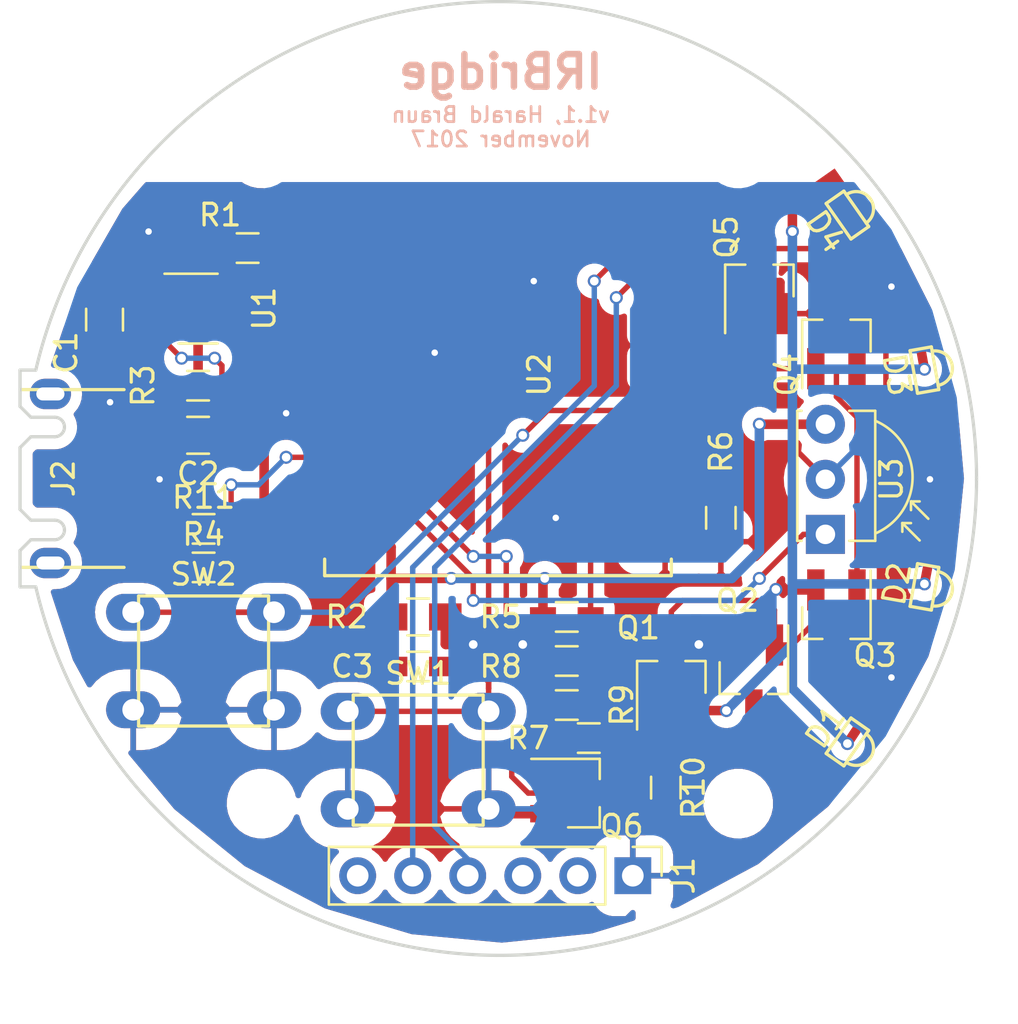
<source format=kicad_pcb>
(kicad_pcb (version 4) (host pcbnew 4.0.7-e2-6376~58~ubuntu15.04.1)

  (general
    (links 75)
    (no_connects 1)
    (area 27.774999 27.924999 72.074911 72.075001)
    (thickness 1.6)
    (drawings 20)
    (tracks 223)
    (zones 0)
    (modules 45)
    (nets 23)
  )

  (page A4)
  (layers
    (0 F.Cu signal)
    (31 B.Cu signal)
    (32 B.Adhes user)
    (33 F.Adhes user)
    (34 B.Paste user)
    (35 F.Paste user)
    (36 B.SilkS user)
    (37 F.SilkS user)
    (38 B.Mask user)
    (39 F.Mask user)
    (40 Dwgs.User user)
    (41 Cmts.User user)
    (42 Eco1.User user)
    (43 Eco2.User user)
    (44 Edge.Cuts user)
    (45 Margin user)
    (46 B.CrtYd user)
    (47 F.CrtYd user)
    (48 B.Fab user)
    (49 F.Fab user)
  )

  (setup
    (last_trace_width 0.25)
    (trace_clearance 0.2)
    (zone_clearance 0.508)
    (zone_45_only no)
    (trace_min 0.2)
    (segment_width 0.2)
    (edge_width 0.15)
    (via_size 0.6)
    (via_drill 0.4)
    (via_min_size 0.4)
    (via_min_drill 0.3)
    (uvia_size 0.3)
    (uvia_drill 0.1)
    (uvias_allowed no)
    (uvia_min_size 0.2)
    (uvia_min_drill 0.1)
    (pcb_text_width 0.3)
    (pcb_text_size 1.5 1.5)
    (mod_edge_width 0.15)
    (mod_text_size 1 1)
    (mod_text_width 0.15)
    (pad_size 0.6 0.6)
    (pad_drill 0.3)
    (pad_to_mask_clearance 0.2)
    (aux_axis_origin 0 0)
    (grid_origin 144.78 67.31)
    (visible_elements 7FFEFF7F)
    (pcbplotparams
      (layerselection 0x00030_80000001)
      (usegerberextensions false)
      (excludeedgelayer true)
      (linewidth 0.100000)
      (plotframeref false)
      (viasonmask false)
      (mode 1)
      (useauxorigin false)
      (hpglpennumber 1)
      (hpglpenspeed 20)
      (hpglpendiameter 15)
      (hpglpenoverlay 2)
      (psnegative false)
      (psa4output false)
      (plotreference true)
      (plotvalue true)
      (plotinvisibletext false)
      (padsonsilk false)
      (subtractmaskfromsilk false)
      (outputformat 1)
      (mirror false)
      (drillshape 1)
      (scaleselection 1)
      (outputdirectory ""))
  )

  (net 0 "")
  (net 1 GND)
  (net 2 +5V)
  (net 3 +3V3)
  (net 4 "Net-(D1-Pad1)")
  (net 5 "Net-(D2-Pad1)")
  (net 6 "Net-(D3-Pad1)")
  (net 7 "Net-(D4-Pad1)")
  (net 8 /ESP_RX)
  (net 9 /ESP_TX)
  (net 10 "Net-(J2-Pad6)")
  (net 11 "Net-(Q1-Pad3)")
  (net 12 "Net-(R1-Pad2)")
  (net 13 "Net-(R2-Pad2)")
  (net 14 "Net-(R3-Pad1)")
  (net 15 "Net-(R4-Pad2)")
  (net 16 "Net-(R5-Pad2)")
  (net 17 "Net-(R6-Pad2)")
  (net 18 "Net-(U2-Pad7)")
  (net 19 "Net-(Q1-Pad1)")
  (net 20 "Net-(Q6-Pad1)")
  (net 21 "Net-(Q6-Pad3)")
  (net 22 "Net-(R11-Pad2)")

  (net_class Default "This is the default net class."
    (clearance 0.2)
    (trace_width 0.25)
    (via_dia 0.6)
    (via_drill 0.4)
    (uvia_dia 0.3)
    (uvia_drill 0.1)
    (add_net /ESP_RX)
    (add_net /ESP_TX)
    (add_net "Net-(D1-Pad1)")
    (add_net "Net-(D2-Pad1)")
    (add_net "Net-(D3-Pad1)")
    (add_net "Net-(D4-Pad1)")
    (add_net "Net-(J2-Pad6)")
    (add_net "Net-(Q1-Pad1)")
    (add_net "Net-(Q1-Pad3)")
    (add_net "Net-(Q6-Pad1)")
    (add_net "Net-(Q6-Pad3)")
    (add_net "Net-(R1-Pad2)")
    (add_net "Net-(R11-Pad2)")
    (add_net "Net-(R2-Pad2)")
    (add_net "Net-(R3-Pad1)")
    (add_net "Net-(R4-Pad2)")
    (add_net "Net-(R5-Pad2)")
    (add_net "Net-(R6-Pad2)")
    (add_net "Net-(U2-Pad7)")
  )

  (net_class power ""
    (clearance 0.2)
    (trace_width 0.44)
    (via_dia 0.6)
    (via_drill 0.4)
    (uvia_dia 0.3)
    (uvia_drill 0.1)
    (add_net +3V3)
    (add_net +5V)
    (add_net GND)
  )

  (module myfootprints:Via-0.6mm (layer F.Cu) (tedit 59D3CAC8) (tstamp 59D3CB3D)
    (at 34.29 50.038)
    (fp_text reference r (at 0 0) (layer F.SilkS) hide
      (effects (font (size 1 1) (thickness 0.15)))
    )
    (fp_text value v (at 0 0) (layer F.Fab) hide
      (effects (font (size 1 1) (thickness 0.15)))
    )
    (pad 1 thru_hole circle (at 0 0) (size 0.6 0.6) (drill 0.3) (layers *.Cu)
      (net 1 GND) (zone_connect 2))
  )

  (module myfootprints:Via-0.6mm (layer F.Cu) (tedit 59D3CAC8) (tstamp 59D3CB36)
    (at 32.004 46.482)
    (fp_text reference r (at 0 0) (layer F.SilkS) hide
      (effects (font (size 1 1) (thickness 0.15)))
    )
    (fp_text value v (at 0 0) (layer F.Fab) hide
      (effects (font (size 1 1) (thickness 0.15)))
    )
    (pad 1 thru_hole circle (at 0 0) (size 0.6 0.6) (drill 0.3) (layers *.Cu)
      (net 1 GND) (zone_connect 2))
  )

  (module myfootprints:Via-0.6mm (layer F.Cu) (tedit 59D3CAC8) (tstamp 59D3CB22)
    (at 33.782 38.608)
    (fp_text reference r (at 0 0) (layer F.SilkS) hide
      (effects (font (size 1 1) (thickness 0.15)))
    )
    (fp_text value v (at 0 0) (layer F.Fab) hide
      (effects (font (size 1 1) (thickness 0.15)))
    )
    (pad 1 thru_hole circle (at 0 0) (size 0.6 0.6) (drill 0.3) (layers *.Cu)
      (net 1 GND) (zone_connect 2))
  )

  (module myfootprints:Via-0.6mm (layer F.Cu) (tedit 59D3CAC8) (tstamp 59D3CB1A)
    (at 40.132 46.99)
    (fp_text reference r (at 0 0) (layer F.SilkS) hide
      (effects (font (size 1 1) (thickness 0.15)))
    )
    (fp_text value v (at 0 0) (layer F.Fab) hide
      (effects (font (size 1 1) (thickness 0.15)))
    )
    (pad 1 thru_hole circle (at 0 0) (size 0.6 0.6) (drill 0.3) (layers *.Cu)
      (net 1 GND) (zone_connect 2))
  )

  (module myfootprints:Via-0.6mm (layer F.Cu) (tedit 59D3CAC8) (tstamp 59D3CB0F)
    (at 68.072 41.148)
    (fp_text reference r (at 0 0) (layer F.SilkS) hide
      (effects (font (size 1 1) (thickness 0.15)))
    )
    (fp_text value v (at 0 0) (layer F.Fab) hide
      (effects (font (size 1 1) (thickness 0.15)))
    )
    (pad 1 thru_hole circle (at 0 0) (size 0.6 0.6) (drill 0.3) (layers *.Cu)
      (net 1 GND) (zone_connect 2))
  )

  (module myfootprints:Via-0.6mm (layer F.Cu) (tedit 59D3CAC8) (tstamp 59D3CB03)
    (at 68.072 59.182)
    (fp_text reference r (at 0 0) (layer F.SilkS) hide
      (effects (font (size 1 1) (thickness 0.15)))
    )
    (fp_text value v (at 0 0) (layer F.Fab) hide
      (effects (font (size 1 1) (thickness 0.15)))
    )
    (pad 1 thru_hole circle (at 0 0) (size 0.6 0.6) (drill 0.3) (layers *.Cu)
      (net 1 GND) (zone_connect 2))
  )

  (module myfootprints:Via-0.6mm (layer F.Cu) (tedit 59D3CAC8) (tstamp 59D3CAE5)
    (at 69.85 50.038)
    (fp_text reference r (at 0 0) (layer F.SilkS) hide
      (effects (font (size 1 1) (thickness 0.15)))
    )
    (fp_text value v (at 0 0) (layer F.Fab) hide
      (effects (font (size 1 1) (thickness 0.15)))
    )
    (pad 1 thru_hole circle (at 0 0) (size 0.6 0.6) (drill 0.3) (layers *.Cu)
      (net 1 GND) (zone_connect 2))
  )

  (module myfootprints:Via-0.6mm (layer F.Cu) (tedit 59D3CAC8) (tstamp 59D3CADC)
    (at 52.578 51.816)
    (fp_text reference r (at 0 0) (layer F.SilkS) hide
      (effects (font (size 1 1) (thickness 0.15)))
    )
    (fp_text value v (at 0 0) (layer F.Fab) hide
      (effects (font (size 1 1) (thickness 0.15)))
    )
    (pad 1 thru_hole circle (at 0 0) (size 0.6 0.6) (drill 0.3) (layers *.Cu)
      (net 1 GND) (zone_connect 2))
  )

  (module myfootprints:Via-0.6mm (layer F.Cu) (tedit 59D3CAC8) (tstamp 59D3CAD4)
    (at 51.562 40.894)
    (fp_text reference r (at 0 0) (layer F.SilkS) hide
      (effects (font (size 1 1) (thickness 0.15)))
    )
    (fp_text value v (at 0 0) (layer F.Fab) hide
      (effects (font (size 1 1) (thickness 0.15)))
    )
    (pad 1 thru_hole circle (at 0 0) (size 0.6 0.6) (drill 0.3) (layers *.Cu)
      (net 1 GND) (zone_connect 2))
  )

  (module myfootprints:ESP-12S_SMD (layer F.Cu) (tedit 59D3A206) (tstamp 59D3A7CE)
    (at 42.926 38.862)
    (descr "Module, ESP-8266, ESP-12, 16 pad, SMD")
    (tags "Module ESP-8266 ESP8266")
    (path /59B98CD1)
    (fp_text reference U2 (at 8.89 6.35 90) (layer F.SilkS)
      (effects (font (size 1 1) (thickness 0.15)))
    )
    (fp_text value ESP-12 (at 5.08 6.35 90) (layer F.Fab) hide
      (effects (font (size 1 1) (thickness 0.15)))
    )
    (fp_line (start -2.25 -0.5) (end -2.25 -8.75) (layer F.CrtYd) (width 0.05))
    (fp_line (start -2.25 -8.75) (end 15.25 -8.75) (layer F.CrtYd) (width 0.05))
    (fp_line (start 15.25 -8.75) (end 16.25 -8.75) (layer F.CrtYd) (width 0.05))
    (fp_line (start 16.25 -8.75) (end 16.25 16) (layer F.CrtYd) (width 0.05))
    (fp_line (start 16.25 16) (end -2.25 16) (layer F.CrtYd) (width 0.05))
    (fp_line (start -2.25 16) (end -2.25 -0.5) (layer F.CrtYd) (width 0.05))
    (fp_line (start -1.016 -8.382) (end 14.986 -8.382) (layer F.CrtYd) (width 0.1524))
    (fp_line (start 14.986 -8.382) (end 14.986 -0.889) (layer F.CrtYd) (width 0.1524))
    (fp_line (start -1.016 -8.382) (end -1.016 -1.016) (layer F.CrtYd) (width 0.1524))
    (fp_line (start -1.016 14.859) (end -1.016 15.621) (layer F.SilkS) (width 0.1524))
    (fp_line (start -1.016 15.621) (end 14.986 15.621) (layer F.SilkS) (width 0.1524))
    (fp_line (start 14.986 15.621) (end 14.986 14.859) (layer F.SilkS) (width 0.1524))
    (fp_line (start 14.992 -8.4) (end -1.008 -2.6) (layer F.CrtYd) (width 0.1524))
    (fp_line (start -1.008 -8.4) (end 14.992 -2.6) (layer F.CrtYd) (width 0.1524))
    (fp_text user "No Copper" (at 6.892 -5.4) (layer F.CrtYd)
      (effects (font (size 1 1) (thickness 0.15)))
    )
    (fp_line (start -1.008 -2.6) (end 14.992 -2.6) (layer F.CrtYd) (width 0.1524))
    (fp_line (start 15 -8.4) (end 15 15.6) (layer F.Fab) (width 0.05))
    (fp_line (start 14.992 15.6) (end -1.008 15.6) (layer F.Fab) (width 0.05))
    (fp_line (start -1.008 15.6) (end -1.008 -8.4) (layer F.Fab) (width 0.05))
    (fp_line (start -1.008 -8.4) (end 14.992 -8.4) (layer F.Fab) (width 0.05))
    (pad 1 smd rect (at 0 0) (size 2.5 1.1) (drill (offset -0.7 0)) (layers F.Cu F.Paste F.Mask)
      (net 13 "Net-(R2-Pad2)"))
    (pad 2 smd rect (at 0 2) (size 2.5 1.1) (drill (offset -0.7 0)) (layers F.Cu F.Paste F.Mask))
    (pad 3 smd rect (at 0 4) (size 2.5 1.1) (drill (offset -0.7 0)) (layers F.Cu F.Paste F.Mask)
      (net 12 "Net-(R1-Pad2)"))
    (pad 4 smd rect (at 0 6) (size 2.5 1.1) (drill (offset -0.7 0)) (layers F.Cu F.Paste F.Mask))
    (pad 5 smd rect (at 0 8) (size 2.5 1.1) (drill (offset -0.7 0)) (layers F.Cu F.Paste F.Mask))
    (pad 6 smd rect (at 0 10) (size 2.5 1.1) (drill (offset -0.7 0)) (layers F.Cu F.Paste F.Mask)
      (net 22 "Net-(R11-Pad2)"))
    (pad 7 smd rect (at 0 12) (size 2.5 1.1) (drill (offset -0.7 0)) (layers F.Cu F.Paste F.Mask)
      (net 18 "Net-(U2-Pad7)"))
    (pad 8 smd rect (at 0 14) (size 2.5 1.1) (drill (offset -0.7 0)) (layers F.Cu F.Paste F.Mask)
      (net 3 +3V3))
    (pad 9 smd rect (at 14 14) (size 2.5 1.1) (drill (offset 0.7 0)) (layers F.Cu F.Paste F.Mask)
      (net 1 GND))
    (pad 10 smd rect (at 14 12) (size 2.5 1.1) (drill (offset 0.7 0)) (layers F.Cu F.Paste F.Mask)
      (net 17 "Net-(R6-Pad2)"))
    (pad 11 smd rect (at 14 10) (size 2.5 1.1) (drill (offset 0.7 0)) (layers F.Cu F.Paste F.Mask)
      (net 16 "Net-(R5-Pad2)"))
    (pad 12 smd rect (at 14 8) (size 2.5 1.1) (drill (offset 0.7 0)) (layers F.Cu F.Paste F.Mask)
      (net 15 "Net-(R4-Pad2)"))
    (pad 13 smd rect (at 14 6) (size 2.5 1.1) (drill (offset 0.7 0)) (layers F.Cu F.Paste F.Mask))
    (pad 14 smd rect (at 14 4) (size 2.5 1.1) (drill (offset 0.7 0)) (layers F.Cu F.Paste F.Mask))
    (pad 15 smd rect (at 14 2) (size 2.5 1.1) (drill (offset 0.7 0)) (layers F.Cu F.Paste F.Mask)
      (net 8 /ESP_RX))
    (pad 16 smd rect (at 14 0) (size 2.5 1.1) (drill (offset 0.7 0)) (layers F.Cu F.Paste F.Mask)
      (net 9 /ESP_TX))
    (model ${ESPLIB}/ESP8266.3dshapes/ESP-12.wrl
      (at (xyz 0 0 0))
      (scale (xyz 0.3937 0.3937 0.3937))
      (rotate (xyz 0 0 0))
    )
  )

  (module Mounting_Holes:MountingHole_2.2mm_M2 (layer F.Cu) (tedit 59D3B181) (tstamp 59D38FD2)
    (at 39 65)
    (descr "Mounting Hole 2.2mm, no annular, M2")
    (tags "mounting hole 2.2mm no annular m2")
    (attr virtual)
    (fp_text reference H3 (at 0 -3.2) (layer F.SilkS) hide
      (effects (font (size 1 1) (thickness 0.15)))
    )
    (fp_text value MountingHole_2.2mm_M2 (at 0 3.2) (layer F.Fab) hide
      (effects (font (size 1 1) (thickness 0.15)))
    )
    (fp_circle (center 0 0) (end 2.2 0) (layer Cmts.User) (width 0.15))
    (fp_circle (center 0 0) (end 2.45 0) (layer F.CrtYd) (width 0.05))
    (pad 1 np_thru_hole circle (at 0 0) (size 2.2 2.2) (drill 2.2) (layers *.Cu *.Mask))
  )

  (module Mounting_Holes:MountingHole_2.2mm_M2 (layer F.Cu) (tedit 59D3B186) (tstamp 59D38FCA)
    (at 61 65)
    (descr "Mounting Hole 2.2mm, no annular, M2")
    (tags "mounting hole 2.2mm no annular m2")
    (attr virtual)
    (fp_text reference H4 (at 0 -3.2) (layer F.SilkS) hide
      (effects (font (size 1 1) (thickness 0.15)))
    )
    (fp_text value MountingHole_2.2mm_M2 (at 0 3.2) (layer F.Fab) hide
      (effects (font (size 1 1) (thickness 0.15)))
    )
    (fp_circle (center 0 0) (end 2.2 0) (layer Cmts.User) (width 0.15))
    (fp_circle (center 0 0) (end 2.45 0) (layer F.CrtYd) (width 0.05))
    (pad 1 np_thru_hole circle (at 0 0) (size 2.2 2.2) (drill 2.2) (layers *.Cu *.Mask))
  )

  (module Mounting_Holes:MountingHole_2.2mm_M2 (layer F.Cu) (tedit 59D3B17A) (tstamp 59D38FC2)
    (at 61 35)
    (descr "Mounting Hole 2.2mm, no annular, M2")
    (tags "mounting hole 2.2mm no annular m2")
    (attr virtual)
    (fp_text reference H2 (at 0 -3.2) (layer F.SilkS) hide
      (effects (font (size 1 1) (thickness 0.15)))
    )
    (fp_text value MountingHole_2.2mm_M2 (at 0 3.2) (layer F.Fab) hide
      (effects (font (size 1 1) (thickness 0.15)))
    )
    (fp_circle (center 0 0) (end 2.2 0) (layer Cmts.User) (width 0.15))
    (fp_circle (center 0 0) (end 2.45 0) (layer F.CrtYd) (width 0.05))
    (pad 1 np_thru_hole circle (at 0 0) (size 2.2 2.2) (drill 2.2) (layers *.Cu *.Mask))
  )

  (module TO_SOT_Packages_SMD:SOT-23-5_HandSoldering (layer F.Cu) (tedit 59D3A09E) (tstamp 59CABCF7)
    (at 36.068 42.164)
    (descr "5-pin SOT23 package")
    (tags "SOT-23-5 hand-soldering")
    (path /59C33E1A)
    (attr smd)
    (fp_text reference U1 (at 3.048 0 90) (layer F.SilkS)
      (effects (font (size 1 1) (thickness 0.15)))
    )
    (fp_text value AP2112 (at 0 2.9) (layer F.Fab)
      (effects (font (size 1 1) (thickness 0.15)))
    )
    (fp_text user %R (at 0 0 90) (layer F.Fab)
      (effects (font (size 0.5 0.5) (thickness 0.075)))
    )
    (fp_line (start -0.9 1.61) (end 0.9 1.61) (layer F.SilkS) (width 0.12))
    (fp_line (start 0.9 -1.61) (end -1.55 -1.61) (layer F.SilkS) (width 0.12))
    (fp_line (start -0.9 -0.9) (end -0.25 -1.55) (layer F.Fab) (width 0.1))
    (fp_line (start 0.9 -1.55) (end -0.25 -1.55) (layer F.Fab) (width 0.1))
    (fp_line (start -0.9 -0.9) (end -0.9 1.55) (layer F.Fab) (width 0.1))
    (fp_line (start 0.9 1.55) (end -0.9 1.55) (layer F.Fab) (width 0.1))
    (fp_line (start 0.9 -1.55) (end 0.9 1.55) (layer F.Fab) (width 0.1))
    (fp_line (start -2.38 -1.8) (end 2.38 -1.8) (layer F.CrtYd) (width 0.05))
    (fp_line (start -2.38 -1.8) (end -2.38 1.8) (layer F.CrtYd) (width 0.05))
    (fp_line (start 2.38 1.8) (end 2.38 -1.8) (layer F.CrtYd) (width 0.05))
    (fp_line (start 2.38 1.8) (end -2.38 1.8) (layer F.CrtYd) (width 0.05))
    (pad 1 smd rect (at -1.35 -0.95) (size 1.56 0.65) (layers F.Cu F.Paste F.Mask)
      (net 2 +5V))
    (pad 2 smd rect (at -1.35 -0.06) (size 1.56 0.65) (layers F.Cu F.Paste F.Mask)
      (net 1 GND))
    (pad 3 smd rect (at -1.35 0.95) (size 1.56 0.65) (layers F.Cu F.Paste F.Mask)
      (net 14 "Net-(R3-Pad1)"))
    (pad 4 smd rect (at 1.35 0.95) (size 1.56 0.65) (layers F.Cu F.Paste F.Mask))
    (pad 5 smd rect (at 1.35 -0.95) (size 1.56 0.65) (layers F.Cu F.Paste F.Mask)
      (net 3 +3V3))
    (model ${KISYS3DMOD}/TO_SOT_Packages_SMD.3dshapes\SOT-23-5.wrl
      (at (xyz 0 0 0))
      (scale (xyz 1 1 1))
      (rotate (xyz 0 0 0))
    )
  )

  (module Opto-Devices:IRReceiver_Vishay_MOLD-3pin (layer F.Cu) (tedit 59D69629) (tstamp 59CABD42)
    (at 65.024 52.578 90)
    (descr "IR Receiver Vishay TSOP-xxxx, MOLD package")
    (tags "IR Receiver Vishay TSOP-xxxx MOLD")
    (path /59C2F4B7)
    (fp_text reference U3 (at 2.54 3.048 270) (layer F.SilkS)
      (effects (font (size 1 1) (thickness 0.15)))
    )
    (fp_text value TSOP43xx (at 2.54 -2.15 270) (layer F.Fab)
      (effects (font (size 1 1) (thickness 0.15)))
    )
    (fp_line (start 5.6 2.2) (end -0.2 2.2) (layer F.Fab) (width 0.1))
    (fp_line (start -0.2 2.2) (end -0.25 -1.25) (layer F.Fab) (width 0.1))
    (fp_line (start -0.25 -1.25) (end 5.6 -1.25) (layer F.Fab) (width 0.1))
    (fp_line (start 5.6 -1.25) (end 5.6 2.2) (layer F.Fab) (width 0.1))
    (fp_line (start 5.7 2.3) (end 5.7 1.1) (layer F.SilkS) (width 0.12))
    (fp_line (start 5.7 -1.3) (end 5.7 -1.1) (layer F.SilkS) (width 0.12))
    (fp_line (start -0.3 -1.3) (end -0.3 -1.1) (layer F.SilkS) (width 0.12))
    (fp_line (start 5.7 2.3) (end -0.3 2.3) (layer F.SilkS) (width 0.12))
    (fp_line (start -0.3 2.3) (end -0.3 1.1) (layer F.SilkS) (width 0.12))
    (fp_line (start 5.7 -1.3) (end -0.3 -1.3) (layer F.SilkS) (width 0.12))
    (fp_line (start 0.52 3.55) (end 0.12 3.55) (layer F.SilkS) (width 0.12))
    (fp_line (start 0.52 3.55) (end 0.52 3.95) (layer F.SilkS) (width 0.12))
    (fp_line (start 0.52 3.55) (end -0.28 4.35) (layer F.SilkS) (width 0.12))
    (fp_line (start 1.52 3.95) (end 0.72 4.75) (layer F.SilkS) (width 0.12))
    (fp_line (start 1.52 3.95) (end 1.52 4.35) (layer F.SilkS) (width 0.12))
    (fp_line (start 1.52 3.95) (end 1.12 3.95) (layer F.SilkS) (width 0.12))
    (fp_line (start 6.23 4.13) (end -1.15 4.13) (layer F.CrtYd) (width 0.05))
    (fp_line (start 6.23 4.13) (end 6.23 -1.5) (layer F.CrtYd) (width 0.05))
    (fp_line (start -1.15 -1.5) (end -1.15 4.13) (layer F.CrtYd) (width 0.05))
    (fp_line (start -1.15 -1.5) (end 6.23 -1.5) (layer F.CrtYd) (width 0.05))
    (fp_arc (start 2.64 1.2) (end 5.24 2.3) (angle 133) (layer F.SilkS) (width 0.12))
    (fp_arc (start 2.64 1.15) (end 5.14 2.25) (angle 132) (layer F.Fab) (width 0.1))
    (pad 1 thru_hole rect (at 0 0 90) (size 1.8 1.8) (drill 0.9) (layers *.Cu *.Mask)
      (net 18 "Net-(U2-Pad7)"))
    (pad 2 thru_hole circle (at 2.54 0 90) (size 1.8 1.8) (drill 0.9) (layers *.Cu *.Mask)
      (net 1 GND))
    (pad 3 thru_hole circle (at 5.08 0 90) (size 1.8 1.8) (drill 0.9) (layers *.Cu *.Mask)
      (net 3 +3V3))
  )

  (module myfootprints:1051640001 (layer F.Cu) (tedit 59D39B03) (tstamp 59CABBA4)
    (at 27.85 50)
    (path /59C37A28)
    (fp_text reference J2 (at 2 0 90) (layer F.SilkS)
      (effects (font (size 1 1) (thickness 0.15)))
    )
    (fp_text value 1051640001 (at -1.18 0 90) (layer F.Fab) hide
      (effects (font (size 1 1) (thickness 0.15)))
    )
    (fp_line (start 0 4.1) (end 4.8 4.1) (layer F.SilkS) (width 0.15))
    (fp_line (start 0 -4.1) (end 4.8 -4.1) (layer F.SilkS) (width 0.15))
    (fp_line (start 0 -1.425) (end 0 1.425) (layer Dwgs.User) (width 0.15))
    (fp_line (start 0.5 1.925) (end 1.6 1.925) (layer Dwgs.User) (width 0.15))
    (fp_line (start 0 1.425) (end 0.5 1.925) (layer Dwgs.User) (width 0.15))
    (fp_arc (start 1.6 2.375) (end 1.6 1.925) (angle 180) (layer Dwgs.User) (width 0.15))
    (fp_line (start 0.5 2.825) (end 1.6 2.825) (layer Dwgs.User) (width 0.15))
    (fp_line (start 0.5 2.825) (end 0 3.325) (layer Dwgs.User) (width 0.15))
    (fp_line (start 0.5 -1.925) (end 0 -1.425) (layer Dwgs.User) (width 0.15))
    (fp_line (start 0.5 -1.925) (end 1.6 -1.925) (layer Dwgs.User) (width 0.15))
    (fp_arc (start 1.6 -2.375) (end 1.6 -2.825) (angle 180) (layer Dwgs.User) (width 0.15))
    (fp_line (start 0 -3.325) (end 0.5 -2.825) (layer Dwgs.User) (width 0.15))
    (fp_line (start 0.5 -2.825) (end 1.6 -2.825) (layer Dwgs.User) (width 0.15))
    (pad 6 thru_hole oval (at 1.4 -3.9) (size 1.9 1.4) (drill oval 1.3 0.6) (layers *.Cu *.Mask)
      (net 10 "Net-(J2-Pad6)"))
    (pad 5 smd rect (at 4.8 -1.3) (size 1.38 0.45) (drill (offset -0.69 0)) (layers F.Cu F.Paste F.Mask)
      (net 1 GND))
    (pad 4 smd rect (at 4.8 -0.65) (size 1.38 0.45) (drill (offset -0.69 0)) (layers F.Cu F.Paste F.Mask))
    (pad 3 smd rect (at 4.8 0) (size 1.38 0.45) (drill (offset -0.69 0)) (layers F.Cu F.Paste F.Mask))
    (pad 2 smd rect (at 4.8 0.65) (size 1.38 0.45) (drill (offset -0.69 0)) (layers F.Cu F.Paste F.Mask))
    (pad 1 smd rect (at 4.8 1.3) (size 1.38 0.45) (drill (offset -0.69 0)) (layers F.Cu F.Paste F.Mask)
      (net 2 +5V))
    (pad 6 thru_hole oval (at 1.4 3.9) (size 1.9 1.4) (drill oval 1.3 0.6) (layers *.Cu *.Mask)
      (net 10 "Net-(J2-Pad6)"))
  )

  (module Capacitors_SMD:C_0805_HandSoldering (layer F.Cu) (tedit 59D69541) (tstamp 59CC1750)
    (at 31.75 42.672 90)
    (descr "Capacitor SMD 0805, hand soldering")
    (tags "capacitor 0805")
    (path /59C33602)
    (attr smd)
    (fp_text reference C1 (at -1.524 -1.778 90) (layer F.SilkS)
      (effects (font (size 1 1) (thickness 0.15)))
    )
    (fp_text value 10µ (at 0 1.75 90) (layer F.Fab)
      (effects (font (size 1 1) (thickness 0.15)))
    )
    (fp_text user %R (at -1.524 -1.778 90) (layer F.Fab)
      (effects (font (size 1 1) (thickness 0.15)))
    )
    (fp_line (start -1 0.62) (end -1 -0.62) (layer F.Fab) (width 0.1))
    (fp_line (start 1 0.62) (end -1 0.62) (layer F.Fab) (width 0.1))
    (fp_line (start 1 -0.62) (end 1 0.62) (layer F.Fab) (width 0.1))
    (fp_line (start -1 -0.62) (end 1 -0.62) (layer F.Fab) (width 0.1))
    (fp_line (start 0.5 -0.85) (end -0.5 -0.85) (layer F.SilkS) (width 0.12))
    (fp_line (start -0.5 0.85) (end 0.5 0.85) (layer F.SilkS) (width 0.12))
    (fp_line (start -2.25 -0.88) (end 2.25 -0.88) (layer F.CrtYd) (width 0.05))
    (fp_line (start -2.25 -0.88) (end -2.25 0.87) (layer F.CrtYd) (width 0.05))
    (fp_line (start 2.25 0.87) (end 2.25 -0.88) (layer F.CrtYd) (width 0.05))
    (fp_line (start 2.25 0.87) (end -2.25 0.87) (layer F.CrtYd) (width 0.05))
    (pad 1 smd rect (at -1.25 0 90) (size 1.5 1.25) (layers F.Cu F.Paste F.Mask)
      (net 1 GND))
    (pad 2 smd rect (at 1.25 0 90) (size 1.5 1.25) (layers F.Cu F.Paste F.Mask)
      (net 2 +5V))
    (model Capacitors_SMD.3dshapes/C_0805.wrl
      (at (xyz 0 0 0))
      (scale (xyz 1 1 1))
      (rotate (xyz 0 0 0))
    )
  )

  (module Capacitors_SMD:C_0805_HandSoldering (layer F.Cu) (tedit 59D3A0A7) (tstamp 59CC1755)
    (at 36.068 48.006)
    (descr "Capacitor SMD 0805, hand soldering")
    (tags "capacitor 0805")
    (path /59B98CE3)
    (attr smd)
    (fp_text reference C2 (at 0 1.778) (layer F.SilkS)
      (effects (font (size 1 1) (thickness 0.15)))
    )
    (fp_text value 10µ (at 0 1.778) (layer F.Fab)
      (effects (font (size 1 1) (thickness 0.15)))
    )
    (fp_text user %R (at 0 1.75) (layer F.Fab)
      (effects (font (size 1 1) (thickness 0.15)))
    )
    (fp_line (start -1 0.62) (end -1 -0.62) (layer F.Fab) (width 0.1))
    (fp_line (start 1 0.62) (end -1 0.62) (layer F.Fab) (width 0.1))
    (fp_line (start 1 -0.62) (end 1 0.62) (layer F.Fab) (width 0.1))
    (fp_line (start -1 -0.62) (end 1 -0.62) (layer F.Fab) (width 0.1))
    (fp_line (start 0.5 -0.85) (end -0.5 -0.85) (layer F.SilkS) (width 0.12))
    (fp_line (start -0.5 0.85) (end 0.5 0.85) (layer F.SilkS) (width 0.12))
    (fp_line (start -2.25 -0.88) (end 2.25 -0.88) (layer F.CrtYd) (width 0.05))
    (fp_line (start -2.25 -0.88) (end -2.25 0.87) (layer F.CrtYd) (width 0.05))
    (fp_line (start 2.25 0.87) (end 2.25 -0.88) (layer F.CrtYd) (width 0.05))
    (fp_line (start 2.25 0.87) (end -2.25 0.87) (layer F.CrtYd) (width 0.05))
    (pad 1 smd rect (at -1.25 0) (size 1.5 1.25) (layers F.Cu F.Paste F.Mask)
      (net 1 GND))
    (pad 2 smd rect (at 1.25 0) (size 1.5 1.25) (layers F.Cu F.Paste F.Mask)
      (net 3 +3V3))
    (model Capacitors_SMD.3dshapes/C_0805.wrl
      (at (xyz 0 0 0))
      (scale (xyz 1 1 1))
      (rotate (xyz 0 0 0))
    )
  )

  (module Capacitors_SMD:C_0805_HandSoldering (layer F.Cu) (tedit 59D695CD) (tstamp 59CC175A)
    (at 46.228 56.388 180)
    (descr "Capacitor SMD 0805, hand soldering")
    (tags "capacitor 0805")
    (path /59C330E6)
    (attr smd)
    (fp_text reference C3 (at 3.048 -2.286 180) (layer F.SilkS)
      (effects (font (size 1 1) (thickness 0.15)))
    )
    (fp_text value 10µ (at 0 1.75 180) (layer F.Fab)
      (effects (font (size 1 1) (thickness 0.15)))
    )
    (fp_text user %R (at 3.048 -2.286 180) (layer F.Fab)
      (effects (font (size 1 1) (thickness 0.15)))
    )
    (fp_line (start -1 0.62) (end -1 -0.62) (layer F.Fab) (width 0.1))
    (fp_line (start 1 0.62) (end -1 0.62) (layer F.Fab) (width 0.1))
    (fp_line (start 1 -0.62) (end 1 0.62) (layer F.Fab) (width 0.1))
    (fp_line (start -1 -0.62) (end 1 -0.62) (layer F.Fab) (width 0.1))
    (fp_line (start 0.5 -0.85) (end -0.5 -0.85) (layer F.SilkS) (width 0.12))
    (fp_line (start -0.5 0.85) (end 0.5 0.85) (layer F.SilkS) (width 0.12))
    (fp_line (start -2.25 -0.88) (end 2.25 -0.88) (layer F.CrtYd) (width 0.05))
    (fp_line (start -2.25 -0.88) (end -2.25 0.87) (layer F.CrtYd) (width 0.05))
    (fp_line (start 2.25 0.87) (end 2.25 -0.88) (layer F.CrtYd) (width 0.05))
    (fp_line (start 2.25 0.87) (end -2.25 0.87) (layer F.CrtYd) (width 0.05))
    (pad 1 smd rect (at -1.25 0 180) (size 1.5 1.25) (layers F.Cu F.Paste F.Mask)
      (net 1 GND))
    (pad 2 smd rect (at 1.25 0 180) (size 1.5 1.25) (layers F.Cu F.Paste F.Mask)
      (net 3 +3V3))
    (model Capacitors_SMD.3dshapes/C_0805.wrl
      (at (xyz 0 0 0))
      (scale (xyz 1 1 1))
      (rotate (xyz 0 0 0))
    )
  )

  (module myfootprints:VSMB2948SL (layer F.Cu) (tedit 59D695FC) (tstamp 59CC175F)
    (at 66.04 62.154 55)
    (path /59C2B581)
    (fp_text reference D1 (at -0.020815 -1.225732 55) (layer F.SilkS)
      (effects (font (size 1 1) (thickness 0.15)))
    )
    (fp_text value VSMB2948SL (at 0 -2 55) (layer F.Fab)
      (effects (font (size 1 1) (thickness 0.15)))
    )
    (fp_arc (start 0 0.5) (end 0.8 0.5) (angle 180) (layer F.SilkS) (width 0.15))
    (fp_line (start -1 -0.5) (end 1 -0.5) (layer F.SilkS) (width 0.15))
    (fp_line (start 1 -0.5) (end 1 0.5) (layer F.SilkS) (width 0.15))
    (fp_line (start 1 0.5) (end -1 0.5) (layer F.SilkS) (width 0.15))
    (fp_line (start -1 0.5) (end -1 -0.5) (layer F.SilkS) (width 0.15))
    (pad 2 smd rect (at 1.65 0 55) (size 0.9 1.5) (layers F.Cu F.Paste F.Mask)
      (net 2 +5V))
    (pad 1 smd rect (at -1.65 0 55) (size 0.9 1.5) (layers F.Cu F.Paste F.Mask)
      (net 4 "Net-(D1-Pad1)"))
  )

  (module myfootprints:VSMB2948SL (layer F.Cu) (tedit 59D69601) (tstamp 59CC1769)
    (at 69.596 55 80)
    (path /59C2B68F)
    (fp_text reference D2 (at -0.086599 -1.274322 80) (layer F.SilkS)
      (effects (font (size 1 1) (thickness 0.15)))
    )
    (fp_text value VSMB2948SL (at 0 -2 80) (layer F.Fab)
      (effects (font (size 1 1) (thickness 0.15)))
    )
    (fp_arc (start 0 0.5) (end 0.8 0.5) (angle 180) (layer F.SilkS) (width 0.15))
    (fp_line (start -1 -0.5) (end 1 -0.5) (layer F.SilkS) (width 0.15))
    (fp_line (start 1 -0.5) (end 1 0.5) (layer F.SilkS) (width 0.15))
    (fp_line (start 1 0.5) (end -1 0.5) (layer F.SilkS) (width 0.15))
    (fp_line (start -1 0.5) (end -1 -0.5) (layer F.SilkS) (width 0.15))
    (pad 2 smd rect (at 1.65 0 80) (size 0.9 1.5) (layers F.Cu F.Paste F.Mask)
      (net 2 +5V))
    (pad 1 smd rect (at -1.65 0 80) (size 0.9 1.5) (layers F.Cu F.Paste F.Mask)
      (net 5 "Net-(D2-Pad1)"))
  )

  (module myfootprints:VSMB2948SL (layer F.Cu) (tedit 59D69639) (tstamp 59CC1773)
    (at 69.596 45 100)
    (path /59C2B728)
    (fp_text reference D3 (at 0.011754 -1.287519 280) (layer F.SilkS)
      (effects (font (size 1 1) (thickness 0.15)))
    )
    (fp_text value VSMB2948SL (at 0 -2 100) (layer F.Fab)
      (effects (font (size 1 1) (thickness 0.15)))
    )
    (fp_arc (start 0 0.5) (end 0.8 0.5) (angle 180) (layer F.SilkS) (width 0.15))
    (fp_line (start -1 -0.5) (end 1 -0.5) (layer F.SilkS) (width 0.15))
    (fp_line (start 1 -0.5) (end 1 0.5) (layer F.SilkS) (width 0.15))
    (fp_line (start 1 0.5) (end -1 0.5) (layer F.SilkS) (width 0.15))
    (fp_line (start -1 0.5) (end -1 -0.5) (layer F.SilkS) (width 0.15))
    (pad 2 smd rect (at 1.65 0 100) (size 0.9 1.5) (layers F.Cu F.Paste F.Mask)
      (net 2 +5V))
    (pad 1 smd rect (at -1.65 0 100) (size 0.9 1.5) (layers F.Cu F.Paste F.Mask)
      (net 6 "Net-(D3-Pad1)"))
  )

  (module myfootprints:VSMB2948SL (layer F.Cu) (tedit 59D69656) (tstamp 59CC177D)
    (at 66.04 37.846 125)
    (path /59C2B8FC)
    (fp_text reference D4 (at -0.04144 -1.269324 125) (layer F.SilkS)
      (effects (font (size 1 1) (thickness 0.15)))
    )
    (fp_text value VSMB2948SL (at 0 -2 125) (layer F.Fab)
      (effects (font (size 1 1) (thickness 0.15)))
    )
    (fp_arc (start 0 0.5) (end 0.8 0.5) (angle 180) (layer F.SilkS) (width 0.15))
    (fp_line (start -1 -0.5) (end 1 -0.5) (layer F.SilkS) (width 0.15))
    (fp_line (start 1 -0.5) (end 1 0.5) (layer F.SilkS) (width 0.15))
    (fp_line (start 1 0.5) (end -1 0.5) (layer F.SilkS) (width 0.15))
    (fp_line (start -1 0.5) (end -1 -0.5) (layer F.SilkS) (width 0.15))
    (pad 2 smd rect (at 1.65 0 125) (size 0.9 1.5) (layers F.Cu F.Paste F.Mask)
      (net 2 +5V))
    (pad 1 smd rect (at -1.65 0 125) (size 0.9 1.5) (layers F.Cu F.Paste F.Mask)
      (net 7 "Net-(D4-Pad1)"))
  )

  (module Resistors_SMD:R_0603_HandSoldering (layer F.Cu) (tedit 59D69538) (tstamp 59CC1790)
    (at 38.354 39.37)
    (descr "Resistor SMD 0603, hand soldering")
    (tags "resistor 0603")
    (path /59B98CD8)
    (attr smd)
    (fp_text reference R1 (at -1.27 -1.524) (layer F.SilkS)
      (effects (font (size 1 1) (thickness 0.15)))
    )
    (fp_text value 10k (at 0 1.55) (layer F.Fab)
      (effects (font (size 1 1) (thickness 0.15)))
    )
    (fp_text user %R (at 0 0) (layer F.Fab)
      (effects (font (size 0.4 0.4) (thickness 0.075)))
    )
    (fp_line (start -0.8 0.4) (end -0.8 -0.4) (layer F.Fab) (width 0.1))
    (fp_line (start 0.8 0.4) (end -0.8 0.4) (layer F.Fab) (width 0.1))
    (fp_line (start 0.8 -0.4) (end 0.8 0.4) (layer F.Fab) (width 0.1))
    (fp_line (start -0.8 -0.4) (end 0.8 -0.4) (layer F.Fab) (width 0.1))
    (fp_line (start 0.5 0.68) (end -0.5 0.68) (layer F.SilkS) (width 0.12))
    (fp_line (start -0.5 -0.68) (end 0.5 -0.68) (layer F.SilkS) (width 0.12))
    (fp_line (start -1.96 -0.7) (end 1.95 -0.7) (layer F.CrtYd) (width 0.05))
    (fp_line (start -1.96 -0.7) (end -1.96 0.7) (layer F.CrtYd) (width 0.05))
    (fp_line (start 1.95 0.7) (end 1.95 -0.7) (layer F.CrtYd) (width 0.05))
    (fp_line (start 1.95 0.7) (end -1.96 0.7) (layer F.CrtYd) (width 0.05))
    (pad 1 smd rect (at -1.1 0) (size 1.2 0.9) (layers F.Cu F.Paste F.Mask)
      (net 3 +3V3))
    (pad 2 smd rect (at 1.1 0) (size 1.2 0.9) (layers F.Cu F.Paste F.Mask)
      (net 12 "Net-(R1-Pad2)"))
    (model ${KISYS3DMOD}/Resistors_SMD.3dshapes/R_0603.wrl
      (at (xyz 0 0 0))
      (scale (xyz 1 1 1))
      (rotate (xyz 0 0 0))
    )
  )

  (module Resistors_SMD:R_0603_HandSoldering (layer F.Cu) (tedit 59D695D2) (tstamp 59CC1795)
    (at 46.228 58.674)
    (descr "Resistor SMD 0603, hand soldering")
    (tags "resistor 0603")
    (path /59B98CD7)
    (attr smd)
    (fp_text reference R2 (at -3.302 -2.286) (layer F.SilkS)
      (effects (font (size 1 1) (thickness 0.15)))
    )
    (fp_text value 10k (at 0 1.55) (layer F.Fab)
      (effects (font (size 1 1) (thickness 0.15)))
    )
    (fp_text user %R (at 0 0) (layer F.Fab)
      (effects (font (size 0.4 0.4) (thickness 0.075)))
    )
    (fp_line (start -0.8 0.4) (end -0.8 -0.4) (layer F.Fab) (width 0.1))
    (fp_line (start 0.8 0.4) (end -0.8 0.4) (layer F.Fab) (width 0.1))
    (fp_line (start 0.8 -0.4) (end 0.8 0.4) (layer F.Fab) (width 0.1))
    (fp_line (start -0.8 -0.4) (end 0.8 -0.4) (layer F.Fab) (width 0.1))
    (fp_line (start 0.5 0.68) (end -0.5 0.68) (layer F.SilkS) (width 0.12))
    (fp_line (start -0.5 -0.68) (end 0.5 -0.68) (layer F.SilkS) (width 0.12))
    (fp_line (start -1.96 -0.7) (end 1.95 -0.7) (layer F.CrtYd) (width 0.05))
    (fp_line (start -1.96 -0.7) (end -1.96 0.7) (layer F.CrtYd) (width 0.05))
    (fp_line (start 1.95 0.7) (end 1.95 -0.7) (layer F.CrtYd) (width 0.05))
    (fp_line (start 1.95 0.7) (end -1.96 0.7) (layer F.CrtYd) (width 0.05))
    (pad 1 smd rect (at -1.1 0) (size 1.2 0.9) (layers F.Cu F.Paste F.Mask)
      (net 3 +3V3))
    (pad 2 smd rect (at 1.1 0) (size 1.2 0.9) (layers F.Cu F.Paste F.Mask)
      (net 13 "Net-(R2-Pad2)"))
    (model ${KISYS3DMOD}/Resistors_SMD.3dshapes/R_0603.wrl
      (at (xyz 0 0 0))
      (scale (xyz 1 1 1))
      (rotate (xyz 0 0 0))
    )
  )

  (module Resistors_SMD:R_0603_HandSoldering (layer F.Cu) (tedit 59D695A7) (tstamp 59CC179A)
    (at 36.068 45.72 180)
    (descr "Resistor SMD 0603, hand soldering")
    (tags "resistor 0603")
    (path /59C3283F)
    (attr smd)
    (fp_text reference R3 (at 2.54 0 270) (layer F.SilkS)
      (effects (font (size 1 1) (thickness 0.15)))
    )
    (fp_text value 10k (at 0 1.55 180) (layer F.Fab)
      (effects (font (size 1 1) (thickness 0.15)))
    )
    (fp_text user %R (at 0 0 180) (layer F.Fab)
      (effects (font (size 0.4 0.4) (thickness 0.075)))
    )
    (fp_line (start -0.8 0.4) (end -0.8 -0.4) (layer F.Fab) (width 0.1))
    (fp_line (start 0.8 0.4) (end -0.8 0.4) (layer F.Fab) (width 0.1))
    (fp_line (start 0.8 -0.4) (end 0.8 0.4) (layer F.Fab) (width 0.1))
    (fp_line (start -0.8 -0.4) (end 0.8 -0.4) (layer F.Fab) (width 0.1))
    (fp_line (start 0.5 0.68) (end -0.5 0.68) (layer F.SilkS) (width 0.12))
    (fp_line (start -0.5 -0.68) (end 0.5 -0.68) (layer F.SilkS) (width 0.12))
    (fp_line (start -1.96 -0.7) (end 1.95 -0.7) (layer F.CrtYd) (width 0.05))
    (fp_line (start -1.96 -0.7) (end -1.96 0.7) (layer F.CrtYd) (width 0.05))
    (fp_line (start 1.95 0.7) (end 1.95 -0.7) (layer F.CrtYd) (width 0.05))
    (fp_line (start 1.95 0.7) (end -1.96 0.7) (layer F.CrtYd) (width 0.05))
    (pad 1 smd rect (at -1.1 0 180) (size 1.2 0.9) (layers F.Cu F.Paste F.Mask)
      (net 14 "Net-(R3-Pad1)"))
    (pad 2 smd rect (at 1.1 0 180) (size 1.2 0.9) (layers F.Cu F.Paste F.Mask)
      (net 2 +5V))
    (model ${KISYS3DMOD}/Resistors_SMD.3dshapes/R_0603.wrl
      (at (xyz 0 0 0))
      (scale (xyz 1 1 1))
      (rotate (xyz 0 0 0))
    )
  )

  (module Resistors_SMD:R_0603_HandSoldering (layer F.Cu) (tedit 59D695B5) (tstamp 59CC179F)
    (at 36.322 54.102 180)
    (descr "Resistor SMD 0603, hand soldering")
    (tags "resistor 0603")
    (path /59B98CDC)
    (attr smd)
    (fp_text reference R4 (at 0 1.524 180) (layer F.SilkS)
      (effects (font (size 1 1) (thickness 0.15)))
    )
    (fp_text value 10k (at -3.81 0 180) (layer F.Fab)
      (effects (font (size 1 1) (thickness 0.15)))
    )
    (fp_text user %R (at 0 0 180) (layer F.Fab)
      (effects (font (size 0.4 0.4) (thickness 0.075)))
    )
    (fp_line (start -0.8 0.4) (end -0.8 -0.4) (layer F.Fab) (width 0.1))
    (fp_line (start 0.8 0.4) (end -0.8 0.4) (layer F.Fab) (width 0.1))
    (fp_line (start 0.8 -0.4) (end 0.8 0.4) (layer F.Fab) (width 0.1))
    (fp_line (start -0.8 -0.4) (end 0.8 -0.4) (layer F.Fab) (width 0.1))
    (fp_line (start 0.5 0.68) (end -0.5 0.68) (layer F.SilkS) (width 0.12))
    (fp_line (start -0.5 -0.68) (end 0.5 -0.68) (layer F.SilkS) (width 0.12))
    (fp_line (start -1.96 -0.7) (end 1.95 -0.7) (layer F.CrtYd) (width 0.05))
    (fp_line (start -1.96 -0.7) (end -1.96 0.7) (layer F.CrtYd) (width 0.05))
    (fp_line (start 1.95 0.7) (end 1.95 -0.7) (layer F.CrtYd) (width 0.05))
    (fp_line (start 1.95 0.7) (end -1.96 0.7) (layer F.CrtYd) (width 0.05))
    (pad 1 smd rect (at -1.1 0 180) (size 1.2 0.9) (layers F.Cu F.Paste F.Mask)
      (net 3 +3V3))
    (pad 2 smd rect (at 1.1 0 180) (size 1.2 0.9) (layers F.Cu F.Paste F.Mask)
      (net 15 "Net-(R4-Pad2)"))
    (model ${KISYS3DMOD}/Resistors_SMD.3dshapes/R_0603.wrl
      (at (xyz 0 0 0))
      (scale (xyz 1 1 1))
      (rotate (xyz 0 0 0))
    )
  )

  (module Resistors_SMD:R_0603_HandSoldering (layer F.Cu) (tedit 59D695DB) (tstamp 59CC17A4)
    (at 53.086 56.388)
    (descr "Resistor SMD 0603, hand soldering")
    (tags "resistor 0603")
    (path /59B98CDF)
    (attr smd)
    (fp_text reference R5 (at -3.048 0) (layer F.SilkS)
      (effects (font (size 1 1) (thickness 0.15)))
    )
    (fp_text value 10k (at 0 1.55) (layer F.Fab)
      (effects (font (size 1 1) (thickness 0.15)))
    )
    (fp_text user %R (at 0 0) (layer F.Fab)
      (effects (font (size 0.4 0.4) (thickness 0.075)))
    )
    (fp_line (start -0.8 0.4) (end -0.8 -0.4) (layer F.Fab) (width 0.1))
    (fp_line (start 0.8 0.4) (end -0.8 0.4) (layer F.Fab) (width 0.1))
    (fp_line (start 0.8 -0.4) (end 0.8 0.4) (layer F.Fab) (width 0.1))
    (fp_line (start -0.8 -0.4) (end 0.8 -0.4) (layer F.Fab) (width 0.1))
    (fp_line (start 0.5 0.68) (end -0.5 0.68) (layer F.SilkS) (width 0.12))
    (fp_line (start -0.5 -0.68) (end 0.5 -0.68) (layer F.SilkS) (width 0.12))
    (fp_line (start -1.96 -0.7) (end 1.95 -0.7) (layer F.CrtYd) (width 0.05))
    (fp_line (start -1.96 -0.7) (end -1.96 0.7) (layer F.CrtYd) (width 0.05))
    (fp_line (start 1.95 0.7) (end 1.95 -0.7) (layer F.CrtYd) (width 0.05))
    (fp_line (start 1.95 0.7) (end -1.96 0.7) (layer F.CrtYd) (width 0.05))
    (pad 1 smd rect (at -1.1 0) (size 1.2 0.9) (layers F.Cu F.Paste F.Mask)
      (net 3 +3V3))
    (pad 2 smd rect (at 1.1 0) (size 1.2 0.9) (layers F.Cu F.Paste F.Mask)
      (net 16 "Net-(R5-Pad2)"))
    (model ${KISYS3DMOD}/Resistors_SMD.3dshapes/R_0603.wrl
      (at (xyz 0 0 0))
      (scale (xyz 1 1 1))
      (rotate (xyz 0 0 0))
    )
  )

  (module Resistors_SMD:R_0603_HandSoldering (layer F.Cu) (tedit 59D69616) (tstamp 59CC17A9)
    (at 60.198 51.816 90)
    (descr "Resistor SMD 0603, hand soldering")
    (tags "resistor 0603")
    (path /59B98CE0)
    (attr smd)
    (fp_text reference R6 (at 3.048 0 90) (layer F.SilkS)
      (effects (font (size 1 1) (thickness 0.15)))
    )
    (fp_text value 10k (at 0 1.55 90) (layer F.Fab)
      (effects (font (size 1 1) (thickness 0.15)))
    )
    (fp_text user %R (at 0 0 90) (layer F.Fab)
      (effects (font (size 0.4 0.4) (thickness 0.075)))
    )
    (fp_line (start -0.8 0.4) (end -0.8 -0.4) (layer F.Fab) (width 0.1))
    (fp_line (start 0.8 0.4) (end -0.8 0.4) (layer F.Fab) (width 0.1))
    (fp_line (start 0.8 -0.4) (end 0.8 0.4) (layer F.Fab) (width 0.1))
    (fp_line (start -0.8 -0.4) (end 0.8 -0.4) (layer F.Fab) (width 0.1))
    (fp_line (start 0.5 0.68) (end -0.5 0.68) (layer F.SilkS) (width 0.12))
    (fp_line (start -0.5 -0.68) (end 0.5 -0.68) (layer F.SilkS) (width 0.12))
    (fp_line (start -1.96 -0.7) (end 1.95 -0.7) (layer F.CrtYd) (width 0.05))
    (fp_line (start -1.96 -0.7) (end -1.96 0.7) (layer F.CrtYd) (width 0.05))
    (fp_line (start 1.95 0.7) (end 1.95 -0.7) (layer F.CrtYd) (width 0.05))
    (fp_line (start 1.95 0.7) (end -1.96 0.7) (layer F.CrtYd) (width 0.05))
    (pad 1 smd rect (at -1.1 0 90) (size 1.2 0.9) (layers F.Cu F.Paste F.Mask)
      (net 1 GND))
    (pad 2 smd rect (at 1.1 0 90) (size 1.2 0.9) (layers F.Cu F.Paste F.Mask)
      (net 17 "Net-(R6-Pad2)"))
    (model ${KISYS3DMOD}/Resistors_SMD.3dshapes/R_0603.wrl
      (at (xyz 0 0 0))
      (scale (xyz 1 1 1))
      (rotate (xyz 0 0 0))
    )
  )

  (module Resistors_SMD:R_0603_HandSoldering (layer F.Cu) (tedit 59FF252B) (tstamp 59CC17AE)
    (at 54.102 61.976 180)
    (descr "Resistor SMD 0603, hand soldering")
    (tags "resistor 0603")
    (path /59C2E47B)
    (attr smd)
    (fp_text reference R7 (at 2.794 0 180) (layer F.SilkS)
      (effects (font (size 1 1) (thickness 0.15)))
    )
    (fp_text value 1k (at 0 1.55 180) (layer F.Fab)
      (effects (font (size 1 1) (thickness 0.15)))
    )
    (fp_text user %R (at 0 0 180) (layer F.Fab)
      (effects (font (size 0.4 0.4) (thickness 0.075)))
    )
    (fp_line (start -0.8 0.4) (end -0.8 -0.4) (layer F.Fab) (width 0.1))
    (fp_line (start 0.8 0.4) (end -0.8 0.4) (layer F.Fab) (width 0.1))
    (fp_line (start 0.8 -0.4) (end 0.8 0.4) (layer F.Fab) (width 0.1))
    (fp_line (start -0.8 -0.4) (end 0.8 -0.4) (layer F.Fab) (width 0.1))
    (fp_line (start 0.5 0.68) (end -0.5 0.68) (layer F.SilkS) (width 0.12))
    (fp_line (start -0.5 -0.68) (end 0.5 -0.68) (layer F.SilkS) (width 0.12))
    (fp_line (start -1.96 -0.7) (end 1.95 -0.7) (layer F.CrtYd) (width 0.05))
    (fp_line (start -1.96 -0.7) (end -1.96 0.7) (layer F.CrtYd) (width 0.05))
    (fp_line (start 1.95 0.7) (end 1.95 -0.7) (layer F.CrtYd) (width 0.05))
    (fp_line (start 1.95 0.7) (end -1.96 0.7) (layer F.CrtYd) (width 0.05))
    (pad 1 smd rect (at -1.1 0 180) (size 1.2 0.9) (layers F.Cu F.Paste F.Mask)
      (net 19 "Net-(Q1-Pad1)"))
    (pad 2 smd rect (at 1.1 0 180) (size 1.2 0.9) (layers F.Cu F.Paste F.Mask)
      (net 21 "Net-(Q6-Pad3)"))
    (model ${KISYS3DMOD}/Resistors_SMD.3dshapes/R_0603.wrl
      (at (xyz 0 0 0))
      (scale (xyz 1 1 1))
      (rotate (xyz 0 0 0))
    )
  )

  (module Resistors_SMD:R_0603_HandSoldering (layer F.Cu) (tedit 59D695DF) (tstamp 59CC17B3)
    (at 53.086 58.42 180)
    (descr "Resistor SMD 0603, hand soldering")
    (tags "resistor 0603")
    (path /59C2E690)
    (attr smd)
    (fp_text reference R8 (at 3.048 -0.254 180) (layer F.SilkS)
      (effects (font (size 1 1) (thickness 0.15)))
    )
    (fp_text value 10k (at 0 1.55 180) (layer F.Fab)
      (effects (font (size 1 1) (thickness 0.15)))
    )
    (fp_text user %R (at 0 0 180) (layer F.Fab)
      (effects (font (size 0.4 0.4) (thickness 0.075)))
    )
    (fp_line (start -0.8 0.4) (end -0.8 -0.4) (layer F.Fab) (width 0.1))
    (fp_line (start 0.8 0.4) (end -0.8 0.4) (layer F.Fab) (width 0.1))
    (fp_line (start 0.8 -0.4) (end 0.8 0.4) (layer F.Fab) (width 0.1))
    (fp_line (start -0.8 -0.4) (end 0.8 -0.4) (layer F.Fab) (width 0.1))
    (fp_line (start 0.5 0.68) (end -0.5 0.68) (layer F.SilkS) (width 0.12))
    (fp_line (start -0.5 -0.68) (end 0.5 -0.68) (layer F.SilkS) (width 0.12))
    (fp_line (start -1.96 -0.7) (end 1.95 -0.7) (layer F.CrtYd) (width 0.05))
    (fp_line (start -1.96 -0.7) (end -1.96 0.7) (layer F.CrtYd) (width 0.05))
    (fp_line (start 1.95 0.7) (end 1.95 -0.7) (layer F.CrtYd) (width 0.05))
    (fp_line (start 1.95 0.7) (end -1.96 0.7) (layer F.CrtYd) (width 0.05))
    (pad 1 smd rect (at -1.1 0 180) (size 1.2 0.9) (layers F.Cu F.Paste F.Mask)
      (net 11 "Net-(Q1-Pad3)"))
    (pad 2 smd rect (at 1.1 0 180) (size 1.2 0.9) (layers F.Cu F.Paste F.Mask)
      (net 1 GND))
    (model ${KISYS3DMOD}/Resistors_SMD.3dshapes/R_0603.wrl
      (at (xyz 0 0 0))
      (scale (xyz 1 1 1))
      (rotate (xyz 0 0 0))
    )
  )

  (module TO_SOT_Packages_SMD:SOT-23_Handsoldering (layer F.Cu) (tedit 59FF2561) (tstamp 59CC1B12)
    (at 57.912 59.182 90)
    (descr "SOT-23, Handsoldering")
    (tags SOT-23)
    (path /59C2CA5F)
    (attr smd)
    (fp_text reference Q1 (at 2.286 -1.524 180) (layer F.SilkS)
      (effects (font (size 1 1) (thickness 0.15)))
    )
    (fp_text value PN2907 (at 0 2.5 90) (layer F.Fab)
      (effects (font (size 1 1) (thickness 0.15)))
    )
    (fp_text user %R (at 0 0 180) (layer F.Fab)
      (effects (font (size 0.5 0.5) (thickness 0.075)))
    )
    (fp_line (start 0.76 1.58) (end 0.76 0.65) (layer F.SilkS) (width 0.12))
    (fp_line (start 0.76 -1.58) (end 0.76 -0.65) (layer F.SilkS) (width 0.12))
    (fp_line (start -2.7 -1.75) (end 2.7 -1.75) (layer F.CrtYd) (width 0.05))
    (fp_line (start 2.7 -1.75) (end 2.7 1.75) (layer F.CrtYd) (width 0.05))
    (fp_line (start 2.7 1.75) (end -2.7 1.75) (layer F.CrtYd) (width 0.05))
    (fp_line (start -2.7 1.75) (end -2.7 -1.75) (layer F.CrtYd) (width 0.05))
    (fp_line (start 0.76 -1.58) (end -2.4 -1.58) (layer F.SilkS) (width 0.12))
    (fp_line (start -0.7 -0.95) (end -0.7 1.5) (layer F.Fab) (width 0.1))
    (fp_line (start -0.15 -1.52) (end 0.7 -1.52) (layer F.Fab) (width 0.1))
    (fp_line (start -0.7 -0.95) (end -0.15 -1.52) (layer F.Fab) (width 0.1))
    (fp_line (start 0.7 -1.52) (end 0.7 1.52) (layer F.Fab) (width 0.1))
    (fp_line (start -0.7 1.52) (end 0.7 1.52) (layer F.Fab) (width 0.1))
    (fp_line (start 0.76 1.58) (end -0.7 1.58) (layer F.SilkS) (width 0.12))
    (pad 1 smd rect (at -1.5 -0.95 90) (size 1.9 0.8) (layers F.Cu F.Paste F.Mask)
      (net 19 "Net-(Q1-Pad1)"))
    (pad 2 smd rect (at -1.5 0.95 90) (size 1.9 0.8) (layers F.Cu F.Paste F.Mask)
      (net 2 +5V))
    (pad 3 smd rect (at 1.5 0 90) (size 1.9 0.8) (layers F.Cu F.Paste F.Mask)
      (net 11 "Net-(Q1-Pad3)"))
    (model ${KISYS3DMOD}/TO_SOT_Packages_SMD.3dshapes\SOT-23.wrl
      (at (xyz 0 0 0))
      (scale (xyz 1 1 1))
      (rotate (xyz 0 0 0))
    )
  )

  (module TO_SOT_Packages_SMD:SOT-23_Handsoldering (layer F.Cu) (tedit 59D695F6) (tstamp 59CC1B18)
    (at 61.722 59.182 270)
    (descr "SOT-23, Handsoldering")
    (tags SOT-23)
    (path /59C3FE6A)
    (attr smd)
    (fp_text reference Q2 (at -3.556 0.762 360) (layer F.SilkS)
      (effects (font (size 1 1) (thickness 0.15)))
    )
    (fp_text value 2N3904 (at 0 2.5 270) (layer F.Fab)
      (effects (font (size 1 1) (thickness 0.15)))
    )
    (fp_text user %R (at 0 0 360) (layer F.Fab)
      (effects (font (size 0.5 0.5) (thickness 0.075)))
    )
    (fp_line (start 0.76 1.58) (end 0.76 0.65) (layer F.SilkS) (width 0.12))
    (fp_line (start 0.76 -1.58) (end 0.76 -0.65) (layer F.SilkS) (width 0.12))
    (fp_line (start -2.7 -1.75) (end 2.7 -1.75) (layer F.CrtYd) (width 0.05))
    (fp_line (start 2.7 -1.75) (end 2.7 1.75) (layer F.CrtYd) (width 0.05))
    (fp_line (start 2.7 1.75) (end -2.7 1.75) (layer F.CrtYd) (width 0.05))
    (fp_line (start -2.7 1.75) (end -2.7 -1.75) (layer F.CrtYd) (width 0.05))
    (fp_line (start 0.76 -1.58) (end -2.4 -1.58) (layer F.SilkS) (width 0.12))
    (fp_line (start -0.7 -0.95) (end -0.7 1.5) (layer F.Fab) (width 0.1))
    (fp_line (start -0.15 -1.52) (end 0.7 -1.52) (layer F.Fab) (width 0.1))
    (fp_line (start -0.7 -0.95) (end -0.15 -1.52) (layer F.Fab) (width 0.1))
    (fp_line (start 0.7 -1.52) (end 0.7 1.52) (layer F.Fab) (width 0.1))
    (fp_line (start -0.7 1.52) (end 0.7 1.52) (layer F.Fab) (width 0.1))
    (fp_line (start 0.76 1.58) (end -0.7 1.58) (layer F.SilkS) (width 0.12))
    (pad 1 smd rect (at -1.5 -0.95 270) (size 1.9 0.8) (layers F.Cu F.Paste F.Mask)
      (net 11 "Net-(Q1-Pad3)"))
    (pad 2 smd rect (at -1.5 0.95 270) (size 1.9 0.8) (layers F.Cu F.Paste F.Mask)
      (net 1 GND))
    (pad 3 smd rect (at 1.5 0 270) (size 1.9 0.8) (layers F.Cu F.Paste F.Mask)
      (net 4 "Net-(D1-Pad1)"))
    (model ${KISYS3DMOD}/TO_SOT_Packages_SMD.3dshapes\SOT-23.wrl
      (at (xyz 0 0 0))
      (scale (xyz 1 1 1))
      (rotate (xyz 0 0 0))
    )
  )

  (module TO_SOT_Packages_SMD:SOT-23_Handsoldering (layer F.Cu) (tedit 59D6960D) (tstamp 59CC1B1E)
    (at 65.532 56.642 270)
    (descr "SOT-23, Handsoldering")
    (tags SOT-23)
    (path /59C3FDE2)
    (attr smd)
    (fp_text reference Q3 (at 1.524 -1.778 360) (layer F.SilkS)
      (effects (font (size 1 1) (thickness 0.15)))
    )
    (fp_text value 2N3904 (at 0 2.5 270) (layer F.Fab)
      (effects (font (size 1 1) (thickness 0.15)))
    )
    (fp_text user %R (at 0 0 360) (layer F.Fab)
      (effects (font (size 0.5 0.5) (thickness 0.075)))
    )
    (fp_line (start 0.76 1.58) (end 0.76 0.65) (layer F.SilkS) (width 0.12))
    (fp_line (start 0.76 -1.58) (end 0.76 -0.65) (layer F.SilkS) (width 0.12))
    (fp_line (start -2.7 -1.75) (end 2.7 -1.75) (layer F.CrtYd) (width 0.05))
    (fp_line (start 2.7 -1.75) (end 2.7 1.75) (layer F.CrtYd) (width 0.05))
    (fp_line (start 2.7 1.75) (end -2.7 1.75) (layer F.CrtYd) (width 0.05))
    (fp_line (start -2.7 1.75) (end -2.7 -1.75) (layer F.CrtYd) (width 0.05))
    (fp_line (start 0.76 -1.58) (end -2.4 -1.58) (layer F.SilkS) (width 0.12))
    (fp_line (start -0.7 -0.95) (end -0.7 1.5) (layer F.Fab) (width 0.1))
    (fp_line (start -0.15 -1.52) (end 0.7 -1.52) (layer F.Fab) (width 0.1))
    (fp_line (start -0.7 -0.95) (end -0.15 -1.52) (layer F.Fab) (width 0.1))
    (fp_line (start 0.7 -1.52) (end 0.7 1.52) (layer F.Fab) (width 0.1))
    (fp_line (start -0.7 1.52) (end 0.7 1.52) (layer F.Fab) (width 0.1))
    (fp_line (start 0.76 1.58) (end -0.7 1.58) (layer F.SilkS) (width 0.12))
    (pad 1 smd rect (at -1.5 -0.95 270) (size 1.9 0.8) (layers F.Cu F.Paste F.Mask)
      (net 11 "Net-(Q1-Pad3)"))
    (pad 2 smd rect (at -1.5 0.95 270) (size 1.9 0.8) (layers F.Cu F.Paste F.Mask)
      (net 1 GND))
    (pad 3 smd rect (at 1.5 0 270) (size 1.9 0.8) (layers F.Cu F.Paste F.Mask)
      (net 5 "Net-(D2-Pad1)"))
    (model ${KISYS3DMOD}/TO_SOT_Packages_SMD.3dshapes\SOT-23.wrl
      (at (xyz 0 0 0))
      (scale (xyz 1 1 1))
      (rotate (xyz 0 0 0))
    )
  )

  (module TO_SOT_Packages_SMD:SOT-23_Handsoldering (layer F.Cu) (tedit 59D69660) (tstamp 59CC1B24)
    (at 65.532 43.434 90)
    (descr "SOT-23, Handsoldering")
    (tags SOT-23)
    (path /59C3FD5D)
    (attr smd)
    (fp_text reference Q4 (at -1.778 -2.286 90) (layer F.SilkS)
      (effects (font (size 1 1) (thickness 0.15)))
    )
    (fp_text value 2N3904 (at 0 2.5 90) (layer F.Fab)
      (effects (font (size 1 1) (thickness 0.15)))
    )
    (fp_text user %R (at 0 0 180) (layer F.Fab)
      (effects (font (size 0.5 0.5) (thickness 0.075)))
    )
    (fp_line (start 0.76 1.58) (end 0.76 0.65) (layer F.SilkS) (width 0.12))
    (fp_line (start 0.76 -1.58) (end 0.76 -0.65) (layer F.SilkS) (width 0.12))
    (fp_line (start -2.7 -1.75) (end 2.7 -1.75) (layer F.CrtYd) (width 0.05))
    (fp_line (start 2.7 -1.75) (end 2.7 1.75) (layer F.CrtYd) (width 0.05))
    (fp_line (start 2.7 1.75) (end -2.7 1.75) (layer F.CrtYd) (width 0.05))
    (fp_line (start -2.7 1.75) (end -2.7 -1.75) (layer F.CrtYd) (width 0.05))
    (fp_line (start 0.76 -1.58) (end -2.4 -1.58) (layer F.SilkS) (width 0.12))
    (fp_line (start -0.7 -0.95) (end -0.7 1.5) (layer F.Fab) (width 0.1))
    (fp_line (start -0.15 -1.52) (end 0.7 -1.52) (layer F.Fab) (width 0.1))
    (fp_line (start -0.7 -0.95) (end -0.15 -1.52) (layer F.Fab) (width 0.1))
    (fp_line (start 0.7 -1.52) (end 0.7 1.52) (layer F.Fab) (width 0.1))
    (fp_line (start -0.7 1.52) (end 0.7 1.52) (layer F.Fab) (width 0.1))
    (fp_line (start 0.76 1.58) (end -0.7 1.58) (layer F.SilkS) (width 0.12))
    (pad 1 smd rect (at -1.5 -0.95 90) (size 1.9 0.8) (layers F.Cu F.Paste F.Mask)
      (net 11 "Net-(Q1-Pad3)"))
    (pad 2 smd rect (at -1.5 0.95 90) (size 1.9 0.8) (layers F.Cu F.Paste F.Mask)
      (net 1 GND))
    (pad 3 smd rect (at 1.5 0 90) (size 1.9 0.8) (layers F.Cu F.Paste F.Mask)
      (net 6 "Net-(D3-Pad1)"))
    (model ${KISYS3DMOD}/TO_SOT_Packages_SMD.3dshapes\SOT-23.wrl
      (at (xyz 0 0 0))
      (scale (xyz 1 1 1))
      (rotate (xyz 0 0 0))
    )
  )

  (module TO_SOT_Packages_SMD:SOT-23_Handsoldering (layer F.Cu) (tedit 59D6961D) (tstamp 59CC1B2A)
    (at 61.976 40.894 90)
    (descr "SOT-23, Handsoldering")
    (tags SOT-23)
    (path /59C2BECE)
    (attr smd)
    (fp_text reference Q5 (at 2.032 -1.524 90) (layer F.SilkS)
      (effects (font (size 1 1) (thickness 0.15)))
    )
    (fp_text value 2N3904 (at 0 2.5 90) (layer F.Fab)
      (effects (font (size 1 1) (thickness 0.15)))
    )
    (fp_text user %R (at 0 0 180) (layer F.Fab)
      (effects (font (size 0.5 0.5) (thickness 0.075)))
    )
    (fp_line (start 0.76 1.58) (end 0.76 0.65) (layer F.SilkS) (width 0.12))
    (fp_line (start 0.76 -1.58) (end 0.76 -0.65) (layer F.SilkS) (width 0.12))
    (fp_line (start -2.7 -1.75) (end 2.7 -1.75) (layer F.CrtYd) (width 0.05))
    (fp_line (start 2.7 -1.75) (end 2.7 1.75) (layer F.CrtYd) (width 0.05))
    (fp_line (start 2.7 1.75) (end -2.7 1.75) (layer F.CrtYd) (width 0.05))
    (fp_line (start -2.7 1.75) (end -2.7 -1.75) (layer F.CrtYd) (width 0.05))
    (fp_line (start 0.76 -1.58) (end -2.4 -1.58) (layer F.SilkS) (width 0.12))
    (fp_line (start -0.7 -0.95) (end -0.7 1.5) (layer F.Fab) (width 0.1))
    (fp_line (start -0.15 -1.52) (end 0.7 -1.52) (layer F.Fab) (width 0.1))
    (fp_line (start -0.7 -0.95) (end -0.15 -1.52) (layer F.Fab) (width 0.1))
    (fp_line (start 0.7 -1.52) (end 0.7 1.52) (layer F.Fab) (width 0.1))
    (fp_line (start -0.7 1.52) (end 0.7 1.52) (layer F.Fab) (width 0.1))
    (fp_line (start 0.76 1.58) (end -0.7 1.58) (layer F.SilkS) (width 0.12))
    (pad 1 smd rect (at -1.5 -0.95 90) (size 1.9 0.8) (layers F.Cu F.Paste F.Mask)
      (net 11 "Net-(Q1-Pad3)"))
    (pad 2 smd rect (at -1.5 0.95 90) (size 1.9 0.8) (layers F.Cu F.Paste F.Mask)
      (net 1 GND))
    (pad 3 smd rect (at 1.5 0 90) (size 1.9 0.8) (layers F.Cu F.Paste F.Mask)
      (net 7 "Net-(D4-Pad1)"))
    (model ${KISYS3DMOD}/TO_SOT_Packages_SMD.3dshapes\SOT-23.wrl
      (at (xyz 0 0 0))
      (scale (xyz 1 1 1))
      (rotate (xyz 0 0 0))
    )
  )

  (module Mounting_Holes:MountingHole_2.2mm_M2 (layer F.Cu) (tedit 59D3B174) (tstamp 59D38E92)
    (at 39 35)
    (descr "Mounting Hole 2.2mm, no annular, M2")
    (tags "mounting hole 2.2mm no annular m2")
    (attr virtual)
    (fp_text reference H1 (at 0 -3.2) (layer F.SilkS) hide
      (effects (font (size 1 1) (thickness 0.15)))
    )
    (fp_text value MountingHole_2.2mm_M2 (at 0 3.2) (layer F.Fab) hide
      (effects (font (size 1 1) (thickness 0.15)))
    )
    (fp_circle (center 0 0) (end 2.2 0) (layer Cmts.User) (width 0.15))
    (fp_circle (center 0 0) (end 2.45 0) (layer F.CrtYd) (width 0.05))
    (pad 1 np_thru_hole circle (at 0 0) (size 2.2 2.2) (drill 2.2) (layers *.Cu *.Mask))
  )

  (module Pin_Headers:Pin_Header_Straight_1x06_Pitch2.54mm (layer F.Cu) (tedit 59650532) (tstamp 59D3ADC0)
    (at 56.134 68.326 270)
    (descr "Through hole straight pin header, 1x06, 2.54mm pitch, single row")
    (tags "Through hole pin header THT 1x06 2.54mm single row")
    (path /59B98CE4)
    (fp_text reference J1 (at 0 -2.33 270) (layer F.SilkS)
      (effects (font (size 1 1) (thickness 0.15)))
    )
    (fp_text value CONN_01X06 (at 0 15.03 270) (layer F.Fab)
      (effects (font (size 1 1) (thickness 0.15)))
    )
    (fp_line (start -0.635 -1.27) (end 1.27 -1.27) (layer F.Fab) (width 0.1))
    (fp_line (start 1.27 -1.27) (end 1.27 13.97) (layer F.Fab) (width 0.1))
    (fp_line (start 1.27 13.97) (end -1.27 13.97) (layer F.Fab) (width 0.1))
    (fp_line (start -1.27 13.97) (end -1.27 -0.635) (layer F.Fab) (width 0.1))
    (fp_line (start -1.27 -0.635) (end -0.635 -1.27) (layer F.Fab) (width 0.1))
    (fp_line (start -1.33 14.03) (end 1.33 14.03) (layer F.SilkS) (width 0.12))
    (fp_line (start -1.33 1.27) (end -1.33 14.03) (layer F.SilkS) (width 0.12))
    (fp_line (start 1.33 1.27) (end 1.33 14.03) (layer F.SilkS) (width 0.12))
    (fp_line (start -1.33 1.27) (end 1.33 1.27) (layer F.SilkS) (width 0.12))
    (fp_line (start -1.33 0) (end -1.33 -1.33) (layer F.SilkS) (width 0.12))
    (fp_line (start -1.33 -1.33) (end 0 -1.33) (layer F.SilkS) (width 0.12))
    (fp_line (start -1.8 -1.8) (end -1.8 14.5) (layer F.CrtYd) (width 0.05))
    (fp_line (start -1.8 14.5) (end 1.8 14.5) (layer F.CrtYd) (width 0.05))
    (fp_line (start 1.8 14.5) (end 1.8 -1.8) (layer F.CrtYd) (width 0.05))
    (fp_line (start 1.8 -1.8) (end -1.8 -1.8) (layer F.CrtYd) (width 0.05))
    (fp_text user %R (at 0 6.35 360) (layer F.Fab)
      (effects (font (size 1 1) (thickness 0.15)))
    )
    (pad 1 thru_hole rect (at 0 0 270) (size 1.7 1.7) (drill 1) (layers *.Cu *.Mask)
      (net 1 GND))
    (pad 2 thru_hole oval (at 0 2.54 270) (size 1.7 1.7) (drill 1) (layers *.Cu *.Mask))
    (pad 3 thru_hole oval (at 0 5.08 270) (size 1.7 1.7) (drill 1) (layers *.Cu *.Mask))
    (pad 4 thru_hole oval (at 0 7.62 270) (size 1.7 1.7) (drill 1) (layers *.Cu *.Mask)
      (net 8 /ESP_RX))
    (pad 5 thru_hole oval (at 0 10.16 270) (size 1.7 1.7) (drill 1) (layers *.Cu *.Mask)
      (net 9 /ESP_TX))
    (pad 6 thru_hole oval (at 0 12.7 270) (size 1.7 1.7) (drill 1) (layers *.Cu *.Mask))
    (model ${KISYS3DMOD}/Pin_Headers.3dshapes/Pin_Header_Straight_1x06_Pitch2.54mm.wrl
      (at (xyz 0 0 0))
      (scale (xyz 1 1 1))
      (rotate (xyz 0 0 0))
    )
  )

  (module myfootprints:Via-0.6mm (layer F.Cu) (tedit 59D3CAC8) (tstamp 59D3CA89)
    (at 46.99 44.196)
    (fp_text reference r (at 0 0) (layer F.SilkS) hide
      (effects (font (size 1 1) (thickness 0.15)))
    )
    (fp_text value v (at 0 0) (layer F.Fab) hide
      (effects (font (size 1 1) (thickness 0.15)))
    )
    (pad 1 thru_hole circle (at 0 0) (size 0.6 0.6) (drill 0.3) (layers *.Cu)
      (net 1 GND) (zone_connect 2))
  )

  (module myfootprints:450-1804-ND (layer F.Cu) (tedit 59FF212B) (tstamp 59CABCD6)
    (at 46.228 62.992 180)
    (path /59B98CD9)
    (fp_text reference SW1 (at 0 4 180) (layer F.SilkS)
      (effects (font (size 1 1) (thickness 0.15)))
    )
    (fp_text value SW_Push (at 0 -4 180) (layer F.Fab)
      (effects (font (size 1 1) (thickness 0.15)))
    )
    (fp_line (start -3 -3) (end -3 3) (layer F.SilkS) (width 0.15))
    (fp_line (start -3 3) (end 3 3) (layer F.SilkS) (width 0.15))
    (fp_line (start 3 3) (end 3 -3) (layer F.SilkS) (width 0.15))
    (fp_line (start 3 -3) (end -3 -3) (layer F.SilkS) (width 0.15))
    (pad 1 thru_hole oval (at 3.25 -2.25 180) (size 2.5 1.7) (drill 1) (layers *.Cu *.Mask)
      (net 1 GND))
    (pad 2 thru_hole oval (at 3.25 2.25 180) (size 2.5 1.7) (drill 1) (layers *.Cu *.Mask)
      (net 13 "Net-(R2-Pad2)"))
    (pad 2 thru_hole oval (at -3.25 2.25 180) (size 2.5 1.7) (drill 1) (layers *.Cu *.Mask)
      (net 13 "Net-(R2-Pad2)"))
    (pad 1 thru_hole oval (at -3.25 -2.25 180) (size 2.5 1.7) (drill 1) (layers *.Cu *.Mask)
      (net 1 GND))
  )

  (module myfootprints:450-1804-ND (layer F.Cu) (tedit 59FF212B) (tstamp 59CABCE2)
    (at 36.322 58.42 180)
    (path /59B98CDD)
    (fp_text reference SW2 (at 0 4 180) (layer F.SilkS)
      (effects (font (size 1 1) (thickness 0.15)))
    )
    (fp_text value SW_Push (at 0 -4 180) (layer F.Fab)
      (effects (font (size 1 1) (thickness 0.15)))
    )
    (fp_line (start -3 -3) (end -3 3) (layer F.SilkS) (width 0.15))
    (fp_line (start -3 3) (end 3 3) (layer F.SilkS) (width 0.15))
    (fp_line (start 3 3) (end 3 -3) (layer F.SilkS) (width 0.15))
    (fp_line (start 3 -3) (end -3 -3) (layer F.SilkS) (width 0.15))
    (pad 1 thru_hole oval (at 3.25 -2.25 180) (size 2.5 1.7) (drill 1) (layers *.Cu *.Mask)
      (net 1 GND))
    (pad 2 thru_hole oval (at 3.25 2.25 180) (size 2.5 1.7) (drill 1) (layers *.Cu *.Mask)
      (net 15 "Net-(R4-Pad2)"))
    (pad 2 thru_hole oval (at -3.25 2.25 180) (size 2.5 1.7) (drill 1) (layers *.Cu *.Mask)
      (net 15 "Net-(R4-Pad2)"))
    (pad 1 thru_hole oval (at -3.25 -2.25 180) (size 2.5 1.7) (drill 1) (layers *.Cu *.Mask)
      (net 1 GND))
  )

  (module TO_SOT_Packages_SMD:SOT-23_Handsoldering (layer F.Cu) (tedit 59FF254B) (tstamp 59FF23EE)
    (at 53.848 64.516)
    (descr "SOT-23, Handsoldering")
    (tags SOT-23)
    (path /59FF2EF8)
    (attr smd)
    (fp_text reference Q6 (at 1.778 1.524) (layer F.SilkS)
      (effects (font (size 1 1) (thickness 0.15)))
    )
    (fp_text value 2N3904 (at 0 2.5) (layer F.Fab)
      (effects (font (size 1 1) (thickness 0.15)))
    )
    (fp_text user %R (at 0 0 90) (layer F.Fab)
      (effects (font (size 0.5 0.5) (thickness 0.075)))
    )
    (fp_line (start 0.76 1.58) (end 0.76 0.65) (layer F.SilkS) (width 0.12))
    (fp_line (start 0.76 -1.58) (end 0.76 -0.65) (layer F.SilkS) (width 0.12))
    (fp_line (start -2.7 -1.75) (end 2.7 -1.75) (layer F.CrtYd) (width 0.05))
    (fp_line (start 2.7 -1.75) (end 2.7 1.75) (layer F.CrtYd) (width 0.05))
    (fp_line (start 2.7 1.75) (end -2.7 1.75) (layer F.CrtYd) (width 0.05))
    (fp_line (start -2.7 1.75) (end -2.7 -1.75) (layer F.CrtYd) (width 0.05))
    (fp_line (start 0.76 -1.58) (end -2.4 -1.58) (layer F.SilkS) (width 0.12))
    (fp_line (start -0.7 -0.95) (end -0.7 1.5) (layer F.Fab) (width 0.1))
    (fp_line (start -0.15 -1.52) (end 0.7 -1.52) (layer F.Fab) (width 0.1))
    (fp_line (start -0.7 -0.95) (end -0.15 -1.52) (layer F.Fab) (width 0.1))
    (fp_line (start 0.7 -1.52) (end 0.7 1.52) (layer F.Fab) (width 0.1))
    (fp_line (start -0.7 1.52) (end 0.7 1.52) (layer F.Fab) (width 0.1))
    (fp_line (start 0.76 1.58) (end -0.7 1.58) (layer F.SilkS) (width 0.12))
    (pad 1 smd rect (at -1.5 -0.95) (size 1.9 0.8) (layers F.Cu F.Paste F.Mask)
      (net 20 "Net-(Q6-Pad1)"))
    (pad 2 smd rect (at -1.5 0.95) (size 1.9 0.8) (layers F.Cu F.Paste F.Mask)
      (net 1 GND))
    (pad 3 smd rect (at 1.5 0) (size 1.9 0.8) (layers F.Cu F.Paste F.Mask)
      (net 21 "Net-(Q6-Pad3)"))
    (model ${KISYS3DMOD}/TO_SOT_Packages_SMD.3dshapes\SOT-23.wrl
      (at (xyz 0 0 0))
      (scale (xyz 1 1 1))
      (rotate (xyz 0 0 0))
    )
  )

  (module Resistors_SMD:R_0603_HandSoldering (layer F.Cu) (tedit 59FF253E) (tstamp 59FF23F4)
    (at 53.086 60.452 180)
    (descr "Resistor SMD 0603, hand soldering")
    (tags "resistor 0603")
    (path /59FF3706)
    (attr smd)
    (fp_text reference R9 (at -2.54 0 270) (layer F.SilkS)
      (effects (font (size 1 1) (thickness 0.15)))
    )
    (fp_text value 1k (at 0 1.55 180) (layer F.Fab)
      (effects (font (size 1 1) (thickness 0.15)))
    )
    (fp_text user %R (at 0 0 180) (layer F.Fab)
      (effects (font (size 0.4 0.4) (thickness 0.075)))
    )
    (fp_line (start -0.8 0.4) (end -0.8 -0.4) (layer F.Fab) (width 0.1))
    (fp_line (start 0.8 0.4) (end -0.8 0.4) (layer F.Fab) (width 0.1))
    (fp_line (start 0.8 -0.4) (end 0.8 0.4) (layer F.Fab) (width 0.1))
    (fp_line (start -0.8 -0.4) (end 0.8 -0.4) (layer F.Fab) (width 0.1))
    (fp_line (start 0.5 0.68) (end -0.5 0.68) (layer F.SilkS) (width 0.12))
    (fp_line (start -0.5 -0.68) (end 0.5 -0.68) (layer F.SilkS) (width 0.12))
    (fp_line (start -1.96 -0.7) (end 1.95 -0.7) (layer F.CrtYd) (width 0.05))
    (fp_line (start -1.96 -0.7) (end -1.96 0.7) (layer F.CrtYd) (width 0.05))
    (fp_line (start 1.95 0.7) (end 1.95 -0.7) (layer F.CrtYd) (width 0.05))
    (fp_line (start 1.95 0.7) (end -1.96 0.7) (layer F.CrtYd) (width 0.05))
    (pad 1 smd rect (at -1.1 0 180) (size 1.2 0.9) (layers F.Cu F.Paste F.Mask)
      (net 20 "Net-(Q6-Pad1)"))
    (pad 2 smd rect (at 1.1 0 180) (size 1.2 0.9) (layers F.Cu F.Paste F.Mask)
      (net 22 "Net-(R11-Pad2)"))
    (model ${KISYS3DMOD}/Resistors_SMD.3dshapes/R_0603.wrl
      (at (xyz 0 0 0))
      (scale (xyz 1 1 1))
      (rotate (xyz 0 0 0))
    )
  )

  (module Resistors_SMD:R_0603_HandSoldering (layer F.Cu) (tedit 59FF255A) (tstamp 59FF23FA)
    (at 57.658 64.262 90)
    (descr "Resistor SMD 0603, hand soldering")
    (tags "resistor 0603")
    (path /59FF3B69)
    (attr smd)
    (fp_text reference R10 (at 0 1.27 90) (layer F.SilkS)
      (effects (font (size 1 1) (thickness 0.15)))
    )
    (fp_text value 10k (at 0 1.55 90) (layer F.Fab)
      (effects (font (size 1 1) (thickness 0.15)))
    )
    (fp_text user %R (at 0 0 90) (layer F.Fab)
      (effects (font (size 0.4 0.4) (thickness 0.075)))
    )
    (fp_line (start -0.8 0.4) (end -0.8 -0.4) (layer F.Fab) (width 0.1))
    (fp_line (start 0.8 0.4) (end -0.8 0.4) (layer F.Fab) (width 0.1))
    (fp_line (start 0.8 -0.4) (end 0.8 0.4) (layer F.Fab) (width 0.1))
    (fp_line (start -0.8 -0.4) (end 0.8 -0.4) (layer F.Fab) (width 0.1))
    (fp_line (start 0.5 0.68) (end -0.5 0.68) (layer F.SilkS) (width 0.12))
    (fp_line (start -0.5 -0.68) (end 0.5 -0.68) (layer F.SilkS) (width 0.12))
    (fp_line (start -1.96 -0.7) (end 1.95 -0.7) (layer F.CrtYd) (width 0.05))
    (fp_line (start -1.96 -0.7) (end -1.96 0.7) (layer F.CrtYd) (width 0.05))
    (fp_line (start 1.95 0.7) (end 1.95 -0.7) (layer F.CrtYd) (width 0.05))
    (fp_line (start 1.95 0.7) (end -1.96 0.7) (layer F.CrtYd) (width 0.05))
    (pad 1 smd rect (at -1.1 0 90) (size 1.2 0.9) (layers F.Cu F.Paste F.Mask)
      (net 19 "Net-(Q1-Pad1)"))
    (pad 2 smd rect (at 1.1 0 90) (size 1.2 0.9) (layers F.Cu F.Paste F.Mask)
      (net 2 +5V))
    (model ${KISYS3DMOD}/Resistors_SMD.3dshapes/R_0603.wrl
      (at (xyz 0 0 0))
      (scale (xyz 1 1 1))
      (rotate (xyz 0 0 0))
    )
  )

  (module Resistors_SMD:R_0603_HandSoldering (layer F.Cu) (tedit 58E0A804) (tstamp 5A304D2D)
    (at 36.322 52.324)
    (descr "Resistor SMD 0603, hand soldering")
    (tags "resistor 0603")
    (path /5A305080)
    (attr smd)
    (fp_text reference R11 (at 0 -1.45) (layer F.SilkS)
      (effects (font (size 1 1) (thickness 0.15)))
    )
    (fp_text value 1k (at 0 1.55) (layer F.Fab)
      (effects (font (size 1 1) (thickness 0.15)))
    )
    (fp_text user %R (at 0 0) (layer F.Fab)
      (effects (font (size 0.4 0.4) (thickness 0.075)))
    )
    (fp_line (start -0.8 0.4) (end -0.8 -0.4) (layer F.Fab) (width 0.1))
    (fp_line (start 0.8 0.4) (end -0.8 0.4) (layer F.Fab) (width 0.1))
    (fp_line (start 0.8 -0.4) (end 0.8 0.4) (layer F.Fab) (width 0.1))
    (fp_line (start -0.8 -0.4) (end 0.8 -0.4) (layer F.Fab) (width 0.1))
    (fp_line (start 0.5 0.68) (end -0.5 0.68) (layer F.SilkS) (width 0.12))
    (fp_line (start -0.5 -0.68) (end 0.5 -0.68) (layer F.SilkS) (width 0.12))
    (fp_line (start -1.96 -0.7) (end 1.95 -0.7) (layer F.CrtYd) (width 0.05))
    (fp_line (start -1.96 -0.7) (end -1.96 0.7) (layer F.CrtYd) (width 0.05))
    (fp_line (start 1.95 0.7) (end 1.95 -0.7) (layer F.CrtYd) (width 0.05))
    (fp_line (start 1.95 0.7) (end -1.96 0.7) (layer F.CrtYd) (width 0.05))
    (pad 1 smd rect (at -1.1 0) (size 1.2 0.9) (layers F.Cu F.Paste F.Mask)
      (net 1 GND))
    (pad 2 smd rect (at 1.1 0) (size 1.2 0.9) (layers F.Cu F.Paste F.Mask)
      (net 22 "Net-(R11-Pad2)"))
    (model ${KISYS3DMOD}/Resistors_SMD.3dshapes/R_0603.wrl
      (at (xyz 0 0 0))
      (scale (xyz 1 1 1))
      (rotate (xyz 0 0 0))
    )
  )

  (gr_text "v1.1, Harald Braun\nNovember 2017" (at 50.038 33.782) (layer B.SilkS)
    (effects (font (size 0.7 0.7) (thickness 0.125)) (justify mirror))
  )
  (gr_text IRBridge (at 50.038 31.242) (layer B.SilkS)
    (effects (font (size 1.5 1.5) (thickness 0.3)) (justify mirror))
  )
  (gr_line (start 71.99991 49.937243) (end 71.99991 50.062757) (angle 90) (layer Edge.Cuts) (width 0.15))
  (gr_arc (start 50 50) (end 28.575715 45) (angle 166.7) (layer Edge.Cuts) (width 0.15) (tstamp 59D39EC5))
  (gr_line (start 27.85 48.575) (end 27.85 51.425) (angle 90) (layer Edge.Cuts) (width 0.15))
  (gr_line (start 27.85 53.325) (end 27.85 55) (angle 90) (layer Edge.Cuts) (width 0.15) (tstamp 59D39E5F))
  (gr_line (start 27.85 51.425) (end 28.35 51.925) (angle 90) (layer Edge.Cuts) (width 0.15) (tstamp 59D39E41))
  (gr_line (start 28.35 51.925) (end 29.45 51.925) (angle 90) (layer Edge.Cuts) (width 0.15) (tstamp 59D39E40))
  (gr_line (start 28.35 52.825) (end 29.45 52.825) (angle 90) (layer Edge.Cuts) (width 0.15) (tstamp 59D39E3F))
  (gr_line (start 27.85 53.325) (end 28.35 52.825) (angle 90) (layer Edge.Cuts) (width 0.15) (tstamp 59D39E3E))
  (gr_arc (start 29.45 52.375) (end 29.45 51.925) (angle 180) (layer Edge.Cuts) (width 0.15) (tstamp 59D39E3D))
  (gr_arc (start 29.45 47.625) (end 29.45 47.175) (angle 180) (layer Edge.Cuts) (width 0.15))
  (gr_line (start 27.85 48.575) (end 28.35 48.075) (angle 90) (layer Edge.Cuts) (width 0.15) (tstamp 59D39D11))
  (gr_line (start 28.35 48.075) (end 29.45 48.075) (angle 90) (layer Edge.Cuts) (width 0.15) (tstamp 59D39CFF))
  (gr_line (start 28.35 47.175) (end 29.45 47.175) (angle 90) (layer Edge.Cuts) (width 0.15))
  (gr_line (start 27.85 46.675) (end 28.35 47.175) (angle 90) (layer Edge.Cuts) (width 0.15))
  (gr_arc (start 50 50) (end 28.575715 55) (angle -166.7) (layer Edge.Cuts) (width 0.15))
  (gr_line (start 27.85 55) (end 28.575715 55) (angle 90) (layer Edge.Cuts) (width 0.15) (tstamp 59D39466))
  (gr_line (start 27.85 45) (end 28.575715 45) (angle 90) (layer Edge.Cuts) (width 0.15))
  (gr_line (start 27.85 45) (end 27.85 46.675) (angle 90) (layer Edge.Cuts) (width 0.15))

  (segment (start 52.348 65.466) (end 49.702 65.466) (width 0.44) (layer F.Cu) (net 1))
  (segment (start 49.702 65.466) (end 49.478 65.242) (width 0.44) (layer F.Cu) (net 1) (tstamp 59FF24A6))
  (segment (start 62.926 42.394) (end 62.926 40.96) (width 0.44) (layer F.Cu) (net 1))
  (segment (start 61.026 40.96) (end 60.198 40.132) (width 0.44) (layer F.Cu) (net 1) (tstamp 59D3CD6B))
  (segment (start 62.926 40.96) (end 61.026 40.96) (width 0.44) (layer F.Cu) (net 1) (tstamp 59D3CD65))
  (segment (start 66.482 44.934) (end 66.482 46.162) (width 0.44) (layer F.Cu) (net 1))
  (segment (start 67.056 48.006) (end 68.072 49.022) (width 0.44) (layer F.Cu) (net 1) (tstamp 59D3CD59))
  (segment (start 67.056 46.736) (end 67.056 48.006) (width 0.44) (layer F.Cu) (net 1) (tstamp 59D3CD51))
  (segment (start 66.482 46.162) (end 67.056 46.736) (width 0.44) (layer F.Cu) (net 1) (tstamp 59D3CD4C))
  (segment (start 64.582 55.142) (end 62.762 55.142) (width 0.44) (layer F.Cu) (net 1))
  (segment (start 61.722 56.134) (end 61.722 57.15) (width 0.44) (layer B.Cu) (net 1) (tstamp 59D3CD10))
  (segment (start 62.738 55.118) (end 61.722 56.134) (width 0.44) (layer B.Cu) (net 1) (tstamp 59D3CD0F))
  (via (at 62.738 55.118) (size 0.6) (drill 0.4) (layers F.Cu B.Cu) (net 1))
  (segment (start 62.762 55.142) (end 62.738 55.118) (width 0.44) (layer F.Cu) (net 1) (tstamp 59D3CD0A))
  (segment (start 60.772 57.682) (end 59.206 57.682) (width 0.44) (layer F.Cu) (net 1))
  (via (at 59.182 57.658) (size 0.6) (drill 0.4) (layers F.Cu B.Cu) (net 1))
  (segment (start 59.206 57.682) (end 59.182 57.658) (width 0.44) (layer F.Cu) (net 1) (tstamp 59D3CCB1))
  (segment (start 47.478 56.388) (end 47.478 57.638) (width 0.44) (layer F.Cu) (net 1))
  (segment (start 51.054 58.42) (end 51.986 58.42) (width 0.44) (layer F.Cu) (net 1) (tstamp 59D3CC6A))
  (segment (start 51.054 57.658) (end 51.054 58.42) (width 0.44) (layer F.Cu) (net 1) (tstamp 59D3CC69))
  (via (at 51.054 57.658) (size 0.6) (drill 0.4) (layers F.Cu B.Cu) (net 1))
  (segment (start 48.768 57.658) (end 51.054 57.658) (width 0.44) (layer B.Cu) (net 1) (tstamp 59D3CC66))
  (via (at 48.768 57.658) (size 0.6) (drill 0.4) (layers F.Cu B.Cu) (net 1))
  (segment (start 47.498 57.658) (end 48.768 57.658) (width 0.44) (layer F.Cu) (net 1) (tstamp 59D3CC63))
  (segment (start 47.478 57.638) (end 47.498 57.658) (width 0.44) (layer F.Cu) (net 1) (tstamp 59D3CC60))
  (segment (start 32.65 48.7) (end 33.344 48.006) (width 0.44) (layer F.Cu) (net 1))
  (segment (start 33.344 48.006) (end 34.818 48.006) (width 0.44) (layer F.Cu) (net 1) (tstamp 59D3CBE5))
  (segment (start 34.718 42.104) (end 33.588 42.104) (width 0.44) (layer F.Cu) (net 1))
  (segment (start 32.786 43.922) (end 31.75 43.922) (width 0.44) (layer F.Cu) (net 1) (tstamp 59D3CB81))
  (segment (start 33.274 43.434) (end 32.786 43.922) (width 0.44) (layer F.Cu) (net 1) (tstamp 59D3CB7E))
  (segment (start 33.274 42.418) (end 33.274 43.434) (width 0.44) (layer F.Cu) (net 1) (tstamp 59D3CB74))
  (segment (start 33.588 42.104) (end 33.274 42.418) (width 0.44) (layer F.Cu) (net 1) (tstamp 59D3CB6D))
  (segment (start 58.862 60.682) (end 58.862 61.958) (width 0.44) (layer F.Cu) (net 2))
  (segment (start 58.862 61.958) (end 57.658 63.162) (width 0.44) (layer F.Cu) (net 2) (tstamp 59FF24BC))
  (segment (start 63.5 44.958) (end 69.596 44.958) (width 0.44) (layer B.Cu) (net 2))
  (segment (start 69.309481 43.375067) (end 69.309481 43.375067) (width 0.44) (layer F.Cu) (net 2) (tstamp 59D3B582))
  (segment (start 69.596 44.958) (end 69.309481 43.375067) (width 0.44) (layer F.Cu) (net 2) (tstamp 59D3B581))
  (via (at 69.596 44.958) (size 0.6) (drill 0.4) (layers F.Cu B.Cu) (net 2))
  (segment (start 63.5 54.864) (end 69.596 54.864) (width 0.44) (layer B.Cu) (net 2))
  (segment (start 69.882519 53.375067) (end 69.882519 53.375067) (width 0.44) (layer F.Cu) (net 2) (tstamp 59D3B577))
  (segment (start 69.596 54.864) (end 69.882519 53.375067) (width 0.44) (layer F.Cu) (net 2) (tstamp 59D3B576))
  (via (at 69.596 54.864) (size 0.6) (drill 0.4) (layers F.Cu B.Cu) (net 2))
  (segment (start 63.5 57.658) (end 63.5 59.69) (width 0.44) (layer B.Cu) (net 2))
  (segment (start 66.04 62.23) (end 66.986401 60.802399) (width 0.44) (layer F.Cu) (net 2) (tstamp 59D3B564))
  (via (at 66.04 62.23) (size 0.6) (drill 0.4) (layers F.Cu B.Cu) (net 2))
  (segment (start 63.5 59.69) (end 66.04 62.23) (width 0.44) (layer B.Cu) (net 2) (tstamp 59D3B559))
  (segment (start 66.986401 60.802399) (end 66.986401 60.802399) (width 0.44) (layer F.Cu) (net 2) (tstamp 59D3B565))
  (segment (start 63.5 37.592) (end 63.5 38.608) (width 0.44) (layer F.Cu) (net 2))
  (segment (start 60.452 60.706) (end 58.886 60.706) (width 0.44) (layer F.Cu) (net 2) (tstamp 59D3B542))
  (via (at 60.452 60.706) (size 0.6) (drill 0.4) (layers F.Cu B.Cu) (net 2))
  (segment (start 63.5 57.658) (end 60.452 60.706) (width 0.44) (layer B.Cu) (net 2) (tstamp 59D3B521))
  (segment (start 63.5 38.608) (end 63.5 44.958) (width 0.44) (layer B.Cu) (net 2) (tstamp 59D3B520))
  (segment (start 63.5 44.958) (end 63.5 54.864) (width 0.44) (layer B.Cu) (net 2) (tstamp 59D3B57D))
  (segment (start 63.5 54.864) (end 63.5 57.658) (width 0.44) (layer B.Cu) (net 2) (tstamp 59D3B572))
  (via (at 63.5 38.608) (size 0.6) (drill 0.4) (layers F.Cu B.Cu) (net 2))
  (segment (start 58.886 60.706) (end 58.862 60.682) (width 0.44) (layer F.Cu) (net 2) (tstamp 59D3B543))
  (segment (start 34.718 41.214) (end 34.718 39.196) (width 0.44) (layer F.Cu) (net 2))
  (segment (start 63.5 37.592) (end 65.093599 36.494399) (width 0.44) (layer F.Cu) (net 2) (tstamp 59D3B49F))
  (segment (start 36.322 37.592) (end 63.5 37.592) (width 0.44) (layer F.Cu) (net 2) (tstamp 59D3B492))
  (segment (start 34.718 39.196) (end 36.322 37.592) (width 0.44) (layer F.Cu) (net 2) (tstamp 59D3B490))
  (segment (start 34.968 45.72) (end 36.068 45.72) (width 0.44) (layer F.Cu) (net 2))
  (segment (start 34.718 41.214) (end 31.958 41.214) (width 0.44) (layer F.Cu) (net 2))
  (segment (start 31.958 41.214) (end 31.75 41.422) (width 0.44) (layer F.Cu) (net 2) (tstamp 59D3B464))
  (segment (start 32.65 51.3) (end 35.06 51.3) (width 0.44) (layer F.Cu) (net 2))
  (segment (start 35.88 41.214) (end 34.718 41.214) (width 0.44) (layer F.Cu) (net 2) (tstamp 59D3B45F))
  (segment (start 36.068 41.402) (end 35.88 41.214) (width 0.44) (layer F.Cu) (net 2) (tstamp 59D3B45C))
  (segment (start 36.068 50.292) (end 36.068 45.72) (width 0.44) (layer F.Cu) (net 2) (tstamp 59D3B456))
  (segment (start 36.068 45.72) (end 36.068 41.402) (width 0.44) (layer F.Cu) (net 2) (tstamp 59D3B483))
  (segment (start 35.06 51.3) (end 36.068 50.292) (width 0.44) (layer F.Cu) (net 2) (tstamp 59D3B450))
  (segment (start 31.75 41.422) (end 31.958 41.214) (width 0.5) (layer F.Cu) (net 2))
  (segment (start 37.422 54.102) (end 38.862 54.102) (width 0.44) (layer F.Cu) (net 3))
  (segment (start 40.132 52.832) (end 40.132 52.862) (width 0.44) (layer F.Cu) (net 3) (tstamp 59D3B770))
  (segment (start 51.986 56.388) (end 51.986 54.694) (width 0.44) (layer F.Cu) (net 3))
  (via (at 52.07 54.61) (size 0.6) (drill 0.4) (layers F.Cu B.Cu) (net 3))
  (segment (start 51.986 54.694) (end 52.07 54.61) (width 0.44) (layer F.Cu) (net 3) (tstamp 59D3B705))
  (segment (start 44.978 54.61) (end 47.752 54.61) (width 0.44) (layer F.Cu) (net 3))
  (segment (start 61.976 47.498) (end 65.024 47.498) (width 0.44) (layer F.Cu) (net 3) (tstamp 59D3B6F4))
  (via (at 61.976 47.498) (size 0.6) (drill 0.4) (layers F.Cu B.Cu) (net 3))
  (segment (start 61.976 53.34) (end 61.976 47.498) (width 0.44) (layer B.Cu) (net 3) (tstamp 59D3B6ED))
  (segment (start 60.706 54.61) (end 61.976 53.34) (width 0.44) (layer B.Cu) (net 3) (tstamp 59D3B6E7))
  (segment (start 47.752 54.61) (end 52.07 54.61) (width 0.44) (layer B.Cu) (net 3) (tstamp 59D3B6E6))
  (segment (start 52.07 54.61) (end 60.706 54.61) (width 0.44) (layer B.Cu) (net 3) (tstamp 59D3B70A))
  (via (at 47.752 54.61) (size 0.6) (drill 0.4) (layers F.Cu B.Cu) (net 3))
  (segment (start 44.978 56.388) (end 44.978 58.524) (width 0.44) (layer F.Cu) (net 3))
  (segment (start 44.978 58.524) (end 45.128 58.674) (width 0.44) (layer F.Cu) (net 3) (tstamp 59D3B6D2))
  (segment (start 42.926 52.862) (end 44.674 52.862) (width 0.44) (layer F.Cu) (net 3))
  (segment (start 44.978 53.166) (end 44.978 54.61) (width 0.44) (layer F.Cu) (net 3) (tstamp 59D3B6CF))
  (segment (start 44.978 54.61) (end 44.978 56.388) (width 0.44) (layer F.Cu) (net 3) (tstamp 59D3B6E2))
  (segment (start 44.674 52.862) (end 44.978 53.166) (width 0.44) (layer F.Cu) (net 3) (tstamp 59D3B6CC))
  (segment (start 37.318 48.006) (end 39.116 48.006) (width 0.44) (layer F.Cu) (net 3))
  (segment (start 37.418 41.214) (end 38.42 41.214) (width 0.44) (layer F.Cu) (net 3))
  (segment (start 40.162 52.862) (end 40.132 52.862) (width 0.44) (layer F.Cu) (net 3) (tstamp 59D3B478))
  (segment (start 40.132 52.862) (end 42.926 52.862) (width 0.44) (layer F.Cu) (net 3) (tstamp 59D3B771))
  (segment (start 39.116 51.816) (end 40.162 52.862) (width 0.44) (layer F.Cu) (net 3) (tstamp 59D3B476))
  (segment (start 39.116 41.91) (end 39.116 48.006) (width 0.44) (layer F.Cu) (net 3) (tstamp 59D3B472))
  (segment (start 39.116 48.006) (end 39.116 51.816) (width 0.44) (layer F.Cu) (net 3) (tstamp 59D3B47D))
  (segment (start 38.42 41.214) (end 39.116 41.91) (width 0.44) (layer F.Cu) (net 3) (tstamp 59D3B46E))
  (segment (start 37.418 41.214) (end 37.418 39.534) (width 0.44) (layer F.Cu) (net 3))
  (segment (start 37.418 39.534) (end 37.254 39.37) (width 0.44) (layer F.Cu) (net 3) (tstamp 59D3B469))
  (segment (start 44.978 58.524) (end 45.128 58.674) (width 0.25) (layer F.Cu) (net 3) (tstamp 59D3AE8D))
  (segment (start 38.862 54.102) (end 40.132 52.832) (width 0.44) (layer F.Cu) (net 3) (tstamp 59D3B76D))
  (segment (start 61.722 60.682) (end 62.269998 60.682) (width 0.25) (layer F.Cu) (net 4))
  (segment (start 62.269998 60.682) (end 65.093599 63.505601) (width 0.25) (layer F.Cu) (net 4) (tstamp 59D3B649))
  (segment (start 65.532 58.142) (end 67.792414 58.142) (width 0.25) (layer F.Cu) (net 5))
  (segment (start 67.792414 58.142) (end 69.309481 56.624933) (width 0.25) (layer F.Cu) (net 5) (tstamp 59D3B645))
  (segment (start 65.532 41.934) (end 66.826 41.934) (width 0.25) (layer F.Cu) (net 6))
  (segment (start 67.818 46.99) (end 69.517452 46.99) (width 0.25) (layer F.Cu) (net 6) (tstamp 59D3B5E7))
  (segment (start 67.818 42.672) (end 67.818 46.99) (width 0.25) (layer F.Cu) (net 6) (tstamp 59D3B5E4))
  (segment (start 67.08 41.934) (end 67.818 42.672) (width 0.25) (layer F.Cu) (net 6) (tstamp 59D3B5DC))
  (segment (start 66.826 41.934) (end 67.08 41.934) (width 0.25) (layer F.Cu) (net 6) (tstamp 59D3B5D5))
  (segment (start 69.517452 46.99) (end 69.882519 46.624933) (width 0.25) (layer F.Cu) (net 6) (tstamp 59D3B5EE))
  (segment (start 61.976 39.394) (end 66.790002 39.394) (width 0.25) (layer F.Cu) (net 7))
  (segment (start 66.790002 39.394) (end 66.986401 39.197601) (width 0.25) (layer F.Cu) (net 7) (tstamp 59D3B5CB))
  (segment (start 48.514 68.326) (end 48.514 67.564) (width 0.25) (layer B.Cu) (net 8))
  (segment (start 48.514 67.564) (end 46.99 66.04) (width 0.25) (layer B.Cu) (net 8) (tstamp 59D3B79B))
  (segment (start 46.99 66.04) (end 46.99 54.102) (width 0.25) (layer B.Cu) (net 8) (tstamp 59D3B79F))
  (segment (start 46.99 54.102) (end 55.372 45.72) (width 0.25) (layer B.Cu) (net 8) (tstamp 59D3B7A4))
  (segment (start 55.372 45.72) (end 55.372 41.656) (width 0.25) (layer B.Cu) (net 8) (tstamp 59D3B7AA))
  (via (at 55.372 41.656) (size 0.6) (drill 0.4) (layers F.Cu B.Cu) (net 8))
  (segment (start 55.372 41.656) (end 56.166 40.862) (width 0.25) (layer F.Cu) (net 8) (tstamp 59D3B7AF))
  (segment (start 56.166 40.862) (end 56.926 40.862) (width 0.25) (layer F.Cu) (net 8) (tstamp 59D3B7B0))
  (segment (start 45.974 68.326) (end 45.974 54.102) (width 0.25) (layer B.Cu) (net 9))
  (segment (start 54.356 40.894) (end 56.388 38.862) (width 0.25) (layer F.Cu) (net 9) (tstamp 59D3B796))
  (via (at 54.356 40.894) (size 0.6) (drill 0.4) (layers F.Cu B.Cu) (net 9))
  (segment (start 54.356 45.72) (end 54.356 40.894) (width 0.25) (layer B.Cu) (net 9) (tstamp 59D3B78D))
  (segment (start 45.974 54.102) (end 54.356 45.72) (width 0.25) (layer B.Cu) (net 9) (tstamp 59D3B786))
  (segment (start 56.388 38.862) (end 56.926 38.862) (width 0.25) (layer F.Cu) (net 9) (tstamp 59D3B797))
  (segment (start 54.186 58.42) (end 55.626 58.42) (width 0.25) (layer F.Cu) (net 11))
  (segment (start 56.364 57.682) (end 57.912 57.682) (width 0.25) (layer F.Cu) (net 11) (tstamp 59D3B6A4))
  (segment (start 55.626 58.42) (end 56.364 57.682) (width 0.25) (layer F.Cu) (net 11) (tstamp 59D3B6A1))
  (segment (start 64.582 44.934) (end 61.698 44.934) (width 0.25) (layer F.Cu) (net 11))
  (segment (start 61.026 44.262) (end 61.026 42.394) (width 0.25) (layer F.Cu) (net 11) (tstamp 59D3B675))
  (segment (start 61.698 44.934) (end 61.026 44.262) (width 0.25) (layer F.Cu) (net 11) (tstamp 59D3B672))
  (segment (start 66.482 55.142) (end 66.482 47.178) (width 0.25) (layer F.Cu) (net 11))
  (segment (start 65.508 44.934) (end 64.582 44.934) (width 0.25) (layer F.Cu) (net 11) (tstamp 59D3B66D))
  (segment (start 65.532 44.958) (end 65.508 44.934) (width 0.25) (layer F.Cu) (net 11) (tstamp 59D3B666))
  (segment (start 65.532 46.228) (end 65.532 44.958) (width 0.25) (layer F.Cu) (net 11) (tstamp 59D3B664))
  (segment (start 66.482 47.178) (end 65.532 46.228) (width 0.25) (layer F.Cu) (net 11) (tstamp 59D3B65F))
  (segment (start 62.672 57.682) (end 63.476 57.682) (width 0.25) (layer F.Cu) (net 11))
  (segment (start 66.482 56.2) (end 66.482 55.142) (width 0.25) (layer F.Cu) (net 11) (tstamp 59D3B65A))
  (segment (start 66.04 56.642) (end 66.482 56.2) (width 0.25) (layer F.Cu) (net 11) (tstamp 59D3B659))
  (segment (start 64.516 56.642) (end 66.04 56.642) (width 0.25) (layer F.Cu) (net 11) (tstamp 59D3B655))
  (segment (start 63.476 57.682) (end 64.516 56.642) (width 0.25) (layer F.Cu) (net 11) (tstamp 59D3B652))
  (segment (start 57.912 57.682) (end 57.912 56.134) (width 0.25) (layer F.Cu) (net 11))
  (segment (start 62.672 56.068) (end 62.672 57.682) (width 0.25) (layer F.Cu) (net 11) (tstamp 59D3B64F))
  (segment (start 62.23 55.626) (end 62.672 56.068) (width 0.25) (layer F.Cu) (net 11) (tstamp 59D3B64E))
  (segment (start 58.42 55.626) (end 62.23 55.626) (width 0.25) (layer F.Cu) (net 11) (tstamp 59D3B64D))
  (segment (start 57.912 56.134) (end 58.42 55.626) (width 0.25) (layer F.Cu) (net 11) (tstamp 59D3B64C))
  (segment (start 39.454 39.37) (end 39.454 40.724) (width 0.25) (layer F.Cu) (net 12))
  (segment (start 40.576 42.862) (end 42.926 42.862) (width 0.25) (layer F.Cu) (net 12) (tstamp 59D3CBCC))
  (segment (start 40.386 42.672) (end 40.576 42.862) (width 0.25) (layer F.Cu) (net 12) (tstamp 59D3CBC8))
  (segment (start 40.386 41.656) (end 40.386 42.672) (width 0.25) (layer F.Cu) (net 12) (tstamp 59D3CBC4))
  (segment (start 39.454 40.724) (end 40.386 41.656) (width 0.25) (layer F.Cu) (net 12) (tstamp 59D3CBC1))
  (segment (start 42.978 60.742) (end 49.478 60.742) (width 0.25) (layer F.Cu) (net 13))
  (segment (start 49.478 59.69) (end 49.478 41.858) (width 0.25) (layer F.Cu) (net 13))
  (segment (start 49.478 41.858) (end 46.482 38.862) (width 0.25) (layer F.Cu) (net 13) (tstamp 59D3B6C1))
  (segment (start 49.478 60.742) (end 49.478 59.69) (width 0.25) (layer F.Cu) (net 13))
  (segment (start 49.478 59.69) (end 49.478 59.384) (width 0.25) (layer F.Cu) (net 13) (tstamp 59D3B6BF))
  (segment (start 49.478 59.384) (end 48.768 58.674) (width 0.25) (layer F.Cu) (net 13) (tstamp 59D3B6B7))
  (segment (start 46.482 38.862) (end 42.926 38.862) (width 0.25) (layer F.Cu) (net 13) (tstamp 59D3B6C3))
  (segment (start 48.768 58.674) (end 47.328 58.674) (width 0.25) (layer F.Cu) (net 13) (tstamp 59D3B6BA))
  (segment (start 34.718 43.114) (end 34.718 43.862) (width 0.25) (layer F.Cu) (net 14))
  (segment (start 37.168 44.788) (end 37.168 45.72) (width 0.25) (layer F.Cu) (net 14) (tstamp 59D3CBAD))
  (segment (start 36.83 44.45) (end 37.168 44.788) (width 0.25) (layer F.Cu) (net 14) (tstamp 59D3CBAC))
  (via (at 36.83 44.45) (size 0.6) (drill 0.4) (layers F.Cu B.Cu) (net 14))
  (segment (start 35.306 44.45) (end 36.83 44.45) (width 0.25) (layer B.Cu) (net 14) (tstamp 59D3CBA9))
  (via (at 35.306 44.45) (size 0.6) (drill 0.4) (layers F.Cu B.Cu) (net 14))
  (segment (start 34.718 43.862) (end 35.306 44.45) (width 0.25) (layer F.Cu) (net 14) (tstamp 59D3CB9F))
  (segment (start 33.072 56.17) (end 39.572 56.17) (width 0.25) (layer F.Cu) (net 15))
  (segment (start 36.104 56.17) (end 39.572 56.17) (width 0.25) (layer F.Cu) (net 15) (tstamp 59D3B769))
  (segment (start 39.572 56.17) (end 42.89 56.17) (width 0.25) (layer B.Cu) (net 15))
  (segment (start 42.89 56.17) (end 51.054 48.006) (width 0.25) (layer B.Cu) (net 15) (tstamp 59D3B74F))
  (segment (start 35.222 54.102) (end 35.222 55.288) (width 0.25) (layer F.Cu) (net 15))
  (segment (start 35.222 55.288) (end 36.104 56.17) (width 0.25) (layer F.Cu) (net 15) (tstamp 59D3B762))
  (segment (start 52.198 46.862) (end 56.926 46.862) (width 0.25) (layer F.Cu) (net 15) (tstamp 59D3B75D))
  (segment (start 51.054 48.006) (end 52.198 46.862) (width 0.25) (layer F.Cu) (net 15) (tstamp 59D3B75C))
  (via (at 51.054 48.006) (size 0.6) (drill 0.4) (layers F.Cu B.Cu) (net 15))
  (segment (start 54.186 56.388) (end 54.186 50.716) (width 0.25) (layer F.Cu) (net 16))
  (segment (start 56.04 48.862) (end 56.926 48.862) (width 0.25) (layer F.Cu) (net 16) (tstamp 59D3B6B3))
  (segment (start 54.186 50.716) (end 56.04 48.862) (width 0.25) (layer F.Cu) (net 16) (tstamp 59D3B6B0))
  (segment (start 60.198 50.716) (end 60.052 50.862) (width 0.25) (layer F.Cu) (net 17))
  (segment (start 60.052 50.862) (end 56.926 50.862) (width 0.25) (layer F.Cu) (net 17) (tstamp 59D3CD96))
  (segment (start 42.926 50.862) (end 45.02 50.862) (width 0.25) (layer F.Cu) (net 18))
  (segment (start 61.976 54.61) (end 64.008 52.578) (width 0.25) (layer F.Cu) (net 18) (tstamp 59D3BB44))
  (via (at 61.976 54.61) (size 0.6) (drill 0.4) (layers F.Cu B.Cu) (net 18))
  (segment (start 60.96 55.626) (end 61.976 54.61) (width 0.25) (layer B.Cu) (net 18) (tstamp 59D3BB35))
  (segment (start 48.768 55.626) (end 60.96 55.626) (width 0.25) (layer B.Cu) (net 18) (tstamp 59D3BB34))
  (via (at 48.768 55.626) (size 0.6) (drill 0.4) (layers F.Cu B.Cu) (net 18))
  (segment (start 48.768 54.61) (end 48.768 55.626) (width 0.25) (layer F.Cu) (net 18) (tstamp 59D3BB2E))
  (segment (start 45.02 50.862) (end 48.768 54.61) (width 0.25) (layer F.Cu) (net 18) (tstamp 59D3BB27))
  (segment (start 64.008 52.578) (end 65.024 52.578) (width 0.25) (layer F.Cu) (net 18) (tstamp 59D3BB45))
  (segment (start 57.658 65.362) (end 57.658 64.77) (width 0.25) (layer F.Cu) (net 19))
  (segment (start 57.658 64.77) (end 56.642 63.754) (width 0.25) (layer F.Cu) (net 19) (tstamp 59FF24C5))
  (segment (start 56.642 63.754) (end 56.642 61.976) (width 0.25) (layer F.Cu) (net 19) (tstamp 59FF24CE))
  (segment (start 55.202 61.976) (end 56.642 61.976) (width 0.25) (layer F.Cu) (net 19))
  (segment (start 56.962 61.656) (end 56.962 60.682) (width 0.25) (layer F.Cu) (net 19) (tstamp 59FF24B8))
  (segment (start 56.642 61.976) (end 56.962 61.656) (width 0.25) (layer F.Cu) (net 19) (tstamp 59FF24B5))
  (segment (start 54.186 60.452) (end 54.186 63.416) (width 0.25) (layer F.Cu) (net 20))
  (segment (start 54.036 63.566) (end 52.348 63.566) (width 0.25) (layer F.Cu) (net 20) (tstamp 59FF24A3))
  (segment (start 54.186 63.416) (end 54.036 63.566) (width 0.25) (layer F.Cu) (net 20) (tstamp 59FF24A2))
  (segment (start 53.002 61.976) (end 51.054 61.976) (width 0.25) (layer F.Cu) (net 21))
  (segment (start 51.308 64.516) (end 55.348 64.516) (width 0.25) (layer F.Cu) (net 21) (tstamp 59FF24AE))
  (segment (start 50.546 63.754) (end 51.308 64.516) (width 0.25) (layer F.Cu) (net 21) (tstamp 59FF24AC))
  (segment (start 50.546 62.484) (end 50.546 63.754) (width 0.25) (layer F.Cu) (net 21) (tstamp 59FF24AA))
  (segment (start 51.054 61.976) (end 50.546 62.484) (width 0.25) (layer F.Cu) (net 21) (tstamp 59FF24A9))
  (segment (start 37.422 52.324) (end 37.592 52.154) (width 0.25) (layer F.Cu) (net 22))
  (segment (start 37.592 52.154) (end 37.592 50.292) (width 0.25) (layer F.Cu) (net 22) (tstamp 5A304D76))
  (via (at 37.592 50.292) (size 0.6) (drill 0.4) (layers F.Cu B.Cu) (net 22))
  (segment (start 37.592 50.292) (end 38.862 50.292) (width 0.25) (layer B.Cu) (net 22) (tstamp 5A304D87))
  (segment (start 38.862 50.292) (end 40.132 49.022) (width 0.25) (layer B.Cu) (net 22) (tstamp 5A304D88))
  (via (at 40.132 49.022) (size 0.6) (drill 0.4) (layers F.Cu B.Cu) (net 22))
  (segment (start 40.132 49.022) (end 42.766 49.022) (width 0.25) (layer F.Cu) (net 22) (tstamp 5A304D90))
  (segment (start 42.766 49.022) (end 42.926 48.862) (width 0.25) (layer F.Cu) (net 22) (tstamp 5A304D91))
  (segment (start 51.986 60.452) (end 51.816 60.452) (width 0.25) (layer F.Cu) (net 22))
  (segment (start 51.816 60.452) (end 50.292 58.928) (width 0.25) (layer F.Cu) (net 22) (tstamp 59FF249F))
  (segment (start 50.292 58.928) (end 50.292 58.928) (width 0.25) (layer F.Cu) (net 22) (tstamp 59D3BAF9) (status 10))
  (segment (start 50.292 53.594) (end 48.768 53.594) (width 0.25) (layer B.Cu) (net 22) (tstamp 59D3BB01))
  (via (at 50.292 53.594) (size 0.6) (drill 0.4) (layers F.Cu B.Cu) (net 22))
  (segment (start 50.292 58.928) (end 50.292 53.594) (width 0.25) (layer F.Cu) (net 22) (tstamp 59D3BAFB))
  (segment (start 50.292 58.928) (end 50.292 58.928) (width 0.25) (layer F.Cu) (net 22) (status 30))
  (via (at 48.768 53.594) (size 0.6) (drill 0.4) (layers F.Cu B.Cu) (net 22))
  (segment (start 48.768 53.594) (end 44.036 48.862) (width 0.25) (layer F.Cu) (net 22) (tstamp 59D3BB04))
  (segment (start 44.036 48.862) (end 42.926 48.862) (width 0.25) (layer F.Cu) (net 22) (tstamp 59D3BB05))

  (zone (net 1) (net_name GND) (layer F.Cu) (tstamp 59D3BB77) (hatch edge 0.508)
    (connect_pads (clearance 0.508))
    (min_thickness 0.254)
    (fill yes (arc_segments 32) (thermal_gap 1.016) (thermal_bridge_width 0.255))
    (polygon
      (pts
        (xy 26.924 36.322) (xy 73.914 36.322) (xy 73.914 75.184) (xy 26.924 75.184)
      )
    )
    (filled_polygon
      (pts
        (xy 30.41275 48.6995) (xy 30.80261 48.6995) (xy 30.801758 48.7005) (xy 30.41275 48.7005) (xy 30.127 48.98625)
        (xy 30.127 49.037575) (xy 30.170925 49.258401) (xy 30.257086 49.466413) (xy 30.382174 49.65362) (xy 30.54138 49.812826)
        (xy 30.631928 49.873328) (xy 30.631928 50.225) (xy 30.639992 50.326121) (xy 30.644096 50.339374) (xy 30.631928 50.425)
        (xy 30.631928 50.875) (xy 30.639992 50.976121) (xy 30.644096 50.989374) (xy 30.631928 51.075) (xy 30.631928 51.525)
        (xy 30.639992 51.626121) (xy 30.693106 51.797634) (xy 30.7919 51.947559) (xy 30.92855 52.064025) (xy 31.092237 52.13781)
        (xy 31.27 52.163072) (xy 32.65 52.163072) (xy 32.751121 52.155008) (xy 32.751147 52.155) (xy 33.59625 52.155)
        (xy 33.76475 52.3235) (xy 35.2215 52.3235) (xy 35.2215 52.3035) (xy 35.2225 52.3035) (xy 35.2225 52.3235)
        (xy 35.2425 52.3235) (xy 35.2425 52.3245) (xy 35.2225 52.3245) (xy 35.2225 52.3445) (xy 35.2215 52.3445)
        (xy 35.2215 52.3245) (xy 33.76475 52.3245) (xy 33.479 52.61025) (xy 33.479 52.886575) (xy 33.522925 53.107401)
        (xy 33.609086 53.315413) (xy 33.734174 53.50262) (xy 33.89338 53.661826) (xy 33.983928 53.722328) (xy 33.983928 54.552)
        (xy 33.991992 54.653121) (xy 34.036102 54.79556) (xy 33.78987 54.717451) (xy 33.501855 54.685145) (xy 33.481121 54.685)
        (xy 32.662879 54.685) (xy 32.374441 54.713282) (xy 32.096989 54.797049) (xy 31.841093 54.933112) (xy 31.616497 55.116287)
        (xy 31.431758 55.339599) (xy 31.293912 55.594539) (xy 31.20821 55.871399) (xy 31.177915 56.159633) (xy 31.204182 56.448261)
        (xy 31.286011 56.726291) (xy 31.420284 56.983131) (xy 31.601887 57.209) (xy 31.823903 57.395294) (xy 32.077875 57.534916)
        (xy 32.35413 57.622549) (xy 32.642145 57.654855) (xy 32.662879 57.655) (xy 33.481121 57.655) (xy 33.769559 57.626718)
        (xy 34.047011 57.542951) (xy 34.302907 57.406888) (xy 34.527503 57.223713) (xy 34.712242 57.000401) (xy 34.750308 56.93)
        (xy 37.892508 56.93) (xy 37.920284 56.983131) (xy 38.101887 57.209) (xy 38.323903 57.395294) (xy 38.577875 57.534916)
        (xy 38.85413 57.622549) (xy 39.142145 57.654855) (xy 39.162879 57.655) (xy 39.981121 57.655) (xy 40.269559 57.626718)
        (xy 40.547011 57.542951) (xy 40.802907 57.406888) (xy 41.027503 57.223713) (xy 41.212242 57.000401) (xy 41.350088 56.745461)
        (xy 41.43579 56.468601) (xy 41.466085 56.180367) (xy 41.439818 55.891739) (xy 41.357989 55.613709) (xy 41.223716 55.356869)
        (xy 41.042113 55.131) (xy 40.820097 54.944706) (xy 40.566125 54.805084) (xy 40.28987 54.717451) (xy 40.001855 54.685145)
        (xy 39.981121 54.685) (xy 39.488152 54.685) (xy 40.434621 53.738531) (xy 40.4979 53.834559) (xy 40.63455 53.951025)
        (xy 40.798237 54.02481) (xy 40.976 54.050072) (xy 43.476 54.050072) (xy 43.577121 54.042008) (xy 43.748634 53.988894)
        (xy 43.898559 53.8901) (xy 44.015025 53.75345) (xy 44.031456 53.717) (xy 44.123 53.717) (xy 44.123 55.134193)
        (xy 43.955366 55.186106) (xy 43.805441 55.2849) (xy 43.688975 55.42155) (xy 43.61519 55.585237) (xy 43.589928 55.763)
        (xy 43.589928 57.013) (xy 43.597992 57.114121) (xy 43.651106 57.285634) (xy 43.7499 57.435559) (xy 43.88655 57.552025)
        (xy 44.050237 57.62581) (xy 44.123 57.63615) (xy 44.123 57.734329) (xy 44.105441 57.7459) (xy 43.988975 57.88255)
        (xy 43.91519 58.046237) (xy 43.889928 58.224) (xy 43.889928 59.124) (xy 43.897992 59.225121) (xy 43.942102 59.36756)
        (xy 43.69587 59.289451) (xy 43.407855 59.257145) (xy 43.387121 59.257) (xy 42.568879 59.257) (xy 42.280441 59.285282)
        (xy 42.002989 59.369049) (xy 41.747093 59.505112) (xy 41.643513 59.589589) (xy 41.629397 59.563163) (xy 41.381617 59.261089)
        (xy 41.079667 59.013158) (xy 40.73515 58.828899) (xy 40.361305 58.715392) (xy 39.9725 58.677) (xy 39.5725 58.677)
        (xy 39.5725 60.6695) (xy 39.5925 60.6695) (xy 39.5925 60.6705) (xy 39.5725 60.6705) (xy 39.5725 62.663)
        (xy 39.9725 62.663) (xy 40.361305 62.624608) (xy 40.73515 62.511101) (xy 41.079667 62.326842) (xy 41.381617 62.078911)
        (xy 41.577837 61.839695) (xy 41.729903 61.967294) (xy 41.983875 62.106916) (xy 42.26013 62.194549) (xy 42.548145 62.226855)
        (xy 42.568879 62.227) (xy 43.387121 62.227) (xy 43.675559 62.198718) (xy 43.953011 62.114951) (xy 44.208907 61.978888)
        (xy 44.433503 61.795713) (xy 44.618242 61.572401) (xy 44.656308 61.502) (xy 47.798508 61.502) (xy 47.826284 61.555131)
        (xy 48.007887 61.781) (xy 48.229903 61.967294) (xy 48.483875 62.106916) (xy 48.76013 62.194549) (xy 49.048145 62.226855)
        (xy 49.068879 62.227) (xy 49.83364 62.227) (xy 49.823848 62.259031) (xy 49.802608 62.325987) (xy 49.802162 62.329959)
        (xy 49.800994 62.333781) (xy 49.793897 62.403649) (xy 49.786074 62.473389) (xy 49.78602 62.481194) (xy 49.786004 62.481347)
        (xy 49.786018 62.48149) (xy 49.786 62.484) (xy 49.786 63.249) (xy 49.4785 63.249) (xy 49.4785 65.2415)
        (xy 49.4985 65.2415) (xy 49.4985 65.2425) (xy 49.4785 65.2425) (xy 49.4785 65.2625) (xy 49.4775 65.2625)
        (xy 49.4775 65.2425) (xy 47.37075 65.2425) (xy 47.109615 65.554268) (xy 47.123196 65.630325) (xy 47.236516 66.004227)
        (xy 47.420603 66.348837) (xy 47.668383 66.650911) (xy 47.970333 66.898842) (xy 48.017839 66.92425) (xy 47.957709 66.941947)
        (xy 47.700869 67.07622) (xy 47.475 67.257823) (xy 47.288706 67.479839) (xy 47.244502 67.560247) (xy 47.210888 67.497029)
        (xy 47.027713 67.272433) (xy 46.804401 67.087694) (xy 46.549461 66.949848) (xy 46.272601 66.864146) (xy 45.984367 66.833851)
        (xy 45.695739 66.860118) (xy 45.417709 66.941947) (xy 45.160869 67.07622) (xy 44.935 67.257823) (xy 44.748706 67.479839)
        (xy 44.704502 67.560247) (xy 44.670888 67.497029) (xy 44.487713 67.272433) (xy 44.264401 67.087694) (xy 44.198841 67.052246)
        (xy 44.485667 66.898842) (xy 44.787617 66.650911) (xy 45.035397 66.348837) (xy 45.219484 66.004227) (xy 45.332804 65.630325)
        (xy 45.346385 65.554268) (xy 45.08525 65.2425) (xy 42.9785 65.2425) (xy 42.9785 65.2625) (xy 42.9775 65.2625)
        (xy 42.9775 65.2425) (xy 42.9575 65.2425) (xy 42.9575 65.2415) (xy 42.9775 65.2415) (xy 42.9775 63.249)
        (xy 42.9785 63.249) (xy 42.9785 65.2415) (xy 45.08525 65.2415) (xy 45.346385 64.929732) (xy 47.109615 64.929732)
        (xy 47.37075 65.2415) (xy 49.4775 65.2415) (xy 49.4775 63.249) (xy 49.0775 63.249) (xy 48.688695 63.287392)
        (xy 48.31485 63.400899) (xy 47.970333 63.585158) (xy 47.668383 63.833089) (xy 47.420603 64.135163) (xy 47.236516 64.479773)
        (xy 47.123196 64.853675) (xy 47.109615 64.929732) (xy 45.346385 64.929732) (xy 45.332804 64.853675) (xy 45.219484 64.479773)
        (xy 45.035397 64.135163) (xy 44.787617 63.833089) (xy 44.485667 63.585158) (xy 44.14115 63.400899) (xy 43.767305 63.287392)
        (xy 43.3785 63.249) (xy 42.9785 63.249) (xy 42.9775 63.249) (xy 42.5775 63.249) (xy 42.188695 63.287392)
        (xy 41.81485 63.400899) (xy 41.470333 63.585158) (xy 41.168383 63.833089) (xy 40.920603 64.135163) (xy 40.736516 64.479773)
        (xy 40.693715 64.620995) (xy 40.668986 64.496103) (xy 40.539326 64.181526) (xy 40.351034 63.898123) (xy 40.111282 63.656691)
        (xy 39.829201 63.466425) (xy 39.515536 63.334572) (xy 39.182234 63.266156) (xy 38.841992 63.26378) (xy 38.507767 63.327537)
        (xy 38.192292 63.454997) (xy 37.907582 63.641306) (xy 37.664482 63.879367) (xy 37.472251 64.160113) (xy 37.338212 64.47285)
        (xy 37.26747 64.805666) (xy 37.262719 65.145884) (xy 37.324141 65.480545) (xy 37.449396 65.796902) (xy 37.633713 66.082906)
        (xy 37.870071 66.327662) (xy 38.149468 66.521848) (xy 38.461261 66.658067) (xy 38.793575 66.731131) (xy 39.133752 66.738257)
        (xy 39.468833 66.679173) (xy 39.786058 66.55613) (xy 40.073341 66.373814) (xy 40.319741 66.13917) (xy 40.515873 65.861136)
        (xy 40.621891 65.623016) (xy 40.623196 65.630325) (xy 40.736516 66.004227) (xy 40.920603 66.348837) (xy 41.168383 66.650911)
        (xy 41.470333 66.898842) (xy 41.81485 67.083101) (xy 42.188695 67.196608) (xy 42.440243 67.221447) (xy 42.395 67.257823)
        (xy 42.208706 67.479839) (xy 42.069084 67.733811) (xy 41.981451 68.010066) (xy 41.949145 68.298081) (xy 41.949 68.318815)
        (xy 41.949 68.333185) (xy 41.977282 68.621623) (xy 42.061049 68.899075) (xy 42.197112 69.154971) (xy 42.380287 69.379567)
        (xy 42.603599 69.564306) (xy 42.858539 69.702152) (xy 43.135399 69.787854) (xy 43.423633 69.818149) (xy 43.712261 69.791882)
        (xy 43.990291 69.710053) (xy 44.247131 69.57578) (xy 44.473 69.394177) (xy 44.659294 69.172161) (xy 44.703498 69.091753)
        (xy 44.737112 69.154971) (xy 44.920287 69.379567) (xy 45.143599 69.564306) (xy 45.398539 69.702152) (xy 45.675399 69.787854)
        (xy 45.963633 69.818149) (xy 46.252261 69.791882) (xy 46.530291 69.710053) (xy 46.787131 69.57578) (xy 47.013 69.394177)
        (xy 47.199294 69.172161) (xy 47.243498 69.091753) (xy 47.277112 69.154971) (xy 47.460287 69.379567) (xy 47.683599 69.564306)
        (xy 47.938539 69.702152) (xy 48.215399 69.787854) (xy 48.503633 69.818149) (xy 48.792261 69.791882) (xy 49.070291 69.710053)
        (xy 49.327131 69.57578) (xy 49.553 69.394177) (xy 49.739294 69.172161) (xy 49.783498 69.091753) (xy 49.817112 69.154971)
        (xy 50.000287 69.379567) (xy 50.223599 69.564306) (xy 50.478539 69.702152) (xy 50.755399 69.787854) (xy 51.043633 69.818149)
        (xy 51.332261 69.791882) (xy 51.610291 69.710053) (xy 51.867131 69.57578) (xy 52.093 69.394177) (xy 52.279294 69.172161)
        (xy 52.323498 69.091753) (xy 52.357112 69.154971) (xy 52.540287 69.379567) (xy 52.763599 69.564306) (xy 53.018539 69.702152)
        (xy 53.295399 69.787854) (xy 53.583633 69.818149) (xy 53.872261 69.791882) (xy 54.150291 69.710053) (xy 54.247079 69.659453)
        (xy 54.271087 69.717414) (xy 54.396174 69.90462) (xy 54.55538 70.063826) (xy 54.742587 70.188914) (xy 54.950599 70.275075)
        (xy 55.171425 70.319) (xy 55.84775 70.319) (xy 56.133498 70.033252) (xy 56.133498 70.27783) (xy 54.220763 70.863947)
        (xy 50.08789 71.286413) (xy 45.95166 70.898088) (xy 41.969636 69.713761) (xy 38.29348 67.77854) (xy 35.063226 65.166143)
        (xy 32.974978 62.663) (xy 33.0715 62.663) (xy 33.0715 60.6705) (xy 33.0725 60.6705) (xy 33.0725 62.663)
        (xy 33.4725 62.663) (xy 33.861305 62.624608) (xy 34.23515 62.511101) (xy 34.579667 62.326842) (xy 34.881617 62.078911)
        (xy 35.129397 61.776837) (xy 35.313484 61.432227) (xy 35.426804 61.058325) (xy 35.440385 60.982268) (xy 37.203615 60.982268)
        (xy 37.217196 61.058325) (xy 37.330516 61.432227) (xy 37.514603 61.776837) (xy 37.762383 62.078911) (xy 38.064333 62.326842)
        (xy 38.40885 62.511101) (xy 38.782695 62.624608) (xy 39.1715 62.663) (xy 39.5715 62.663) (xy 39.5715 60.6705)
        (xy 37.46475 60.6705) (xy 37.203615 60.982268) (xy 35.440385 60.982268) (xy 35.17925 60.6705) (xy 33.0725 60.6705)
        (xy 33.0715 60.6705) (xy 33.0515 60.6705) (xy 33.0515 60.6695) (xy 33.0715 60.6695) (xy 33.0715 58.677)
        (xy 33.0725 58.677) (xy 33.0725 60.6695) (xy 35.17925 60.6695) (xy 35.440385 60.357732) (xy 37.203615 60.357732)
        (xy 37.46475 60.6695) (xy 39.5715 60.6695) (xy 39.5715 58.677) (xy 39.1715 58.677) (xy 38.782695 58.715392)
        (xy 38.40885 58.828899) (xy 38.064333 59.013158) (xy 37.762383 59.261089) (xy 37.514603 59.563163) (xy 37.330516 59.907773)
        (xy 37.217196 60.281675) (xy 37.203615 60.357732) (xy 35.440385 60.357732) (xy 35.426804 60.281675) (xy 35.313484 59.907773)
        (xy 35.129397 59.563163) (xy 34.881617 59.261089) (xy 34.579667 59.013158) (xy 34.23515 58.828899) (xy 33.861305 58.715392)
        (xy 33.4725 58.677) (xy 33.0725 58.677) (xy 33.0715 58.677) (xy 32.6715 58.677) (xy 32.282695 58.715392)
        (xy 31.90885 58.828899) (xy 31.564333 59.013158) (xy 31.262383 59.261089) (xy 31.056476 59.512115) (xy 30.40895 58.326269)
        (xy 29.39937 55.235) (xy 29.507669 55.235) (xy 29.766972 55.209575) (xy 30.016398 55.134269) (xy 30.246447 55.01195)
        (xy 30.448356 54.847277) (xy 30.614434 54.646523) (xy 30.738356 54.417333) (xy 30.815402 54.168439) (xy 30.842636 53.90932)
        (xy 30.819022 53.649846) (xy 30.745459 53.3999) (xy 30.624749 53.169003) (xy 30.46149 52.965949) (xy 30.451782 52.957803)
        (xy 30.455747 52.950346) (xy 30.496436 52.872516) (xy 30.520539 52.812859) (xy 30.545482 52.753523) (xy 30.548347 52.744032)
        (xy 30.573143 52.659781) (xy 30.585192 52.596617) (xy 30.59814 52.533538) (xy 30.599107 52.523672) (xy 30.607067 52.436209)
        (xy 30.606618 52.371893) (xy 30.607067 52.30751) (xy 30.6061 52.297644) (xy 30.59692 52.210301) (xy 30.583982 52.147273)
        (xy 30.571921 52.084049) (xy 30.569055 52.074558) (xy 30.543084 51.990661) (xy 30.518164 51.931379) (xy 30.494045 51.871682)
        (xy 30.489391 51.862929) (xy 30.44762 51.785674) (xy 30.411637 51.732327) (xy 30.376395 51.678472) (xy 30.370129 51.67079)
        (xy 30.314147 51.60312) (xy 30.26855 51.55784) (xy 30.223467 51.511803) (xy 30.215828 51.505484) (xy 30.147769 51.449976)
        (xy 30.094201 51.414386) (xy 30.041072 51.378007) (xy 30.032352 51.373293) (xy 29.954808 51.332062) (xy 29.895343 51.307552)
        (xy 29.836162 51.282187) (xy 29.826692 51.279256) (xy 29.742615 51.253872) (xy 29.679525 51.241381) (xy 29.616547 51.227994)
        (xy 29.606688 51.226958) (xy 29.519283 51.218388) (xy 29.489504 51.218388) (xy 29.459913 51.215069) (xy 29.45 51.215)
        (xy 28.644092 51.215) (xy 28.56 51.130908) (xy 28.56 48.869092) (xy 28.644092 48.785) (xy 29.45 48.785)
        (xy 29.450173 48.784983) (xy 29.454972 48.784983) (xy 29.461255 48.784939) (xy 29.493327 48.781567) (xy 29.52557 48.781567)
        (xy 29.535428 48.780531) (xy 29.622705 48.770741) (xy 29.685657 48.75736) (xy 29.748768 48.744864) (xy 29.758238 48.741933)
        (xy 29.841952 48.715378) (xy 29.901086 48.690033) (xy 29.960601 48.665503) (xy 29.969321 48.660788) (xy 30.046282 48.618478)
        (xy 30.099345 48.582145) (xy 30.152972 48.546515) (xy 30.16061 48.540196) (xy 30.211089 48.497839)
      )
    )
    (filled_polygon
      (pts
        (xy 60.161671 61.59954) (xy 60.340757 61.638915) (xy 60.524079 61.642755) (xy 60.683928 61.614569) (xy 60.683928 61.632)
        (xy 60.691992 61.733121) (xy 60.745106 61.904634) (xy 60.8439 62.054559) (xy 60.98055 62.171025) (xy 61.144237 62.24481)
        (xy 61.322 62.270072) (xy 62.122 62.270072) (xy 62.223121 62.262008) (xy 62.394634 62.208894) (xy 62.544559 62.1101)
        (xy 62.580788 62.067592) (xy 63.65877 63.145574) (xy 63.647053 63.165513) (xy 63.592186 63.336473) (xy 63.587119 63.51595)
        (xy 63.632255 63.689733) (xy 63.724018 63.844061) (xy 63.855143 63.966715) (xy 65.083871 64.82708) (xy 65.17133 64.878476)
        (xy 65.190763 64.884713) (xy 65.061499 65.042287) (xy 61.852922 67.681271) (xy 58.192879 69.646778) (xy 58.001936 69.705288)
        (xy 58.083075 69.509401) (xy 58.127 69.288576) (xy 58.127 68.61225) (xy 57.84125 68.3265) (xy 56.1345 68.3265)
        (xy 56.1345 68.3465) (xy 56.1335 68.3465) (xy 56.1335 68.3265) (xy 56.1135 68.3265) (xy 56.1135 68.3255)
        (xy 56.1335 68.3255) (xy 56.1335 66.61875) (xy 55.84775 66.333) (xy 55.171425 66.333) (xy 54.950599 66.376925)
        (xy 54.742587 66.463086) (xy 54.55538 66.588174) (xy 54.396174 66.74738) (xy 54.271087 66.934586) (xy 54.247326 66.99195)
        (xy 54.169461 66.949848) (xy 53.892601 66.864146) (xy 53.86574 66.861323) (xy 54.02662 66.753826) (xy 54.185826 66.59462)
        (xy 54.310914 66.407413) (xy 54.397075 66.199401) (xy 54.441 65.978575) (xy 54.441 65.75225) (xy 54.215363 65.526613)
        (xy 54.220237 65.52881) (xy 54.398 65.554072) (xy 56.298 65.554072) (xy 56.399121 65.546008) (xy 56.569928 65.493113)
        (xy 56.569928 65.962) (xy 56.577992 66.063121) (xy 56.631106 66.234634) (xy 56.695925 66.333) (xy 56.42025 66.333)
        (xy 56.1345 66.61875) (xy 56.1345 68.3255) (xy 57.84125 68.3255) (xy 58.127 68.03975) (xy 58.127 67.363424)
        (xy 58.083075 67.142599) (xy 57.996913 66.934586) (xy 57.871826 66.74738) (xy 57.724518 66.600072) (xy 58.108 66.600072)
        (xy 58.209121 66.592008) (xy 58.380634 66.538894) (xy 58.530559 66.4401) (xy 58.647025 66.30345) (xy 58.72081 66.139763)
        (xy 58.746072 65.962) (xy 58.746072 65.145884) (xy 59.262719 65.145884) (xy 59.324141 65.480545) (xy 59.449396 65.796902)
        (xy 59.633713 66.082906) (xy 59.870071 66.327662) (xy 60.149468 66.521848) (xy 60.461261 66.658067) (xy 60.793575 66.731131)
        (xy 61.133752 66.738257) (xy 61.468833 66.679173) (xy 61.786058 66.55613) (xy 62.073341 66.373814) (xy 62.319741 66.13917)
        (xy 62.515873 65.861136) (xy 62.654266 65.550301) (xy 62.729648 65.218505) (xy 62.735074 64.829874) (xy 62.668986 64.496103)
        (xy 62.539326 64.181526) (xy 62.351034 63.898123) (xy 62.111282 63.656691) (xy 61.829201 63.466425) (xy 61.515536 63.334572)
        (xy 61.182234 63.266156) (xy 60.841992 63.26378) (xy 60.507767 63.327537) (xy 60.192292 63.454997) (xy 59.907582 63.641306)
        (xy 59.664482 63.879367) (xy 59.472251 64.160113) (xy 59.338212 64.47285) (xy 59.26747 64.805666) (xy 59.262719 65.145884)
        (xy 58.746072 65.145884) (xy 58.746072 64.762) (xy 58.738008 64.660879) (xy 58.684894 64.489366) (xy 58.5861 64.339441)
        (xy 58.496148 64.262775) (xy 58.530559 64.2401) (xy 58.647025 64.10345) (xy 58.72081 63.939763) (xy 58.746072 63.762)
        (xy 58.746072 63.28308) (xy 59.466576 62.562576) (xy 59.516706 62.501547) (xy 59.567472 62.441047) (xy 59.569637 62.437108)
        (xy 59.572492 62.433633) (xy 59.609828 62.364001) (xy 59.647861 62.29482) (xy 59.64922 62.290536) (xy 59.651345 62.286573)
        (xy 59.674446 62.211012) (xy 59.698316 62.135764) (xy 59.698817 62.131299) (xy 59.700132 62.126997) (xy 59.704188 62.08707)
        (xy 59.801025 61.97345) (xy 59.87481 61.809763) (xy 59.900072 61.632) (xy 59.900072 61.561) (xy 60.073456 61.561)
      )
    )
    (filled_polygon
      (pts
        (xy 52.3485 65.4655) (xy 52.3685 65.4655) (xy 52.3685 65.4665) (xy 52.3485 65.4665) (xy 52.3485 66.72325)
        (xy 52.63425 67.009) (xy 52.909449 67.009) (xy 52.780869 67.07622) (xy 52.555 67.257823) (xy 52.368706 67.479839)
        (xy 52.324502 67.560247) (xy 52.290888 67.497029) (xy 52.107713 67.272433) (xy 51.884401 67.087694) (xy 51.73886 67.009)
        (xy 52.06175 67.009) (xy 52.3475 66.72325) (xy 52.3475 65.4665) (xy 52.3275 65.4665) (xy 52.3275 65.4655)
        (xy 52.3475 65.4655) (xy 52.3475 65.4455) (xy 52.3485 65.4455)
      )
    )
    (filled_polygon
      (pts
        (xy 69.766256 57.810332) (xy 69.657216 58.167801) (xy 68.393838 60.527605) (xy 68.355982 60.463939) (xy 68.224857 60.341285)
        (xy 66.996129 59.48092) (xy 66.90867 59.429524) (xy 66.73771 59.374658) (xy 66.558232 59.369591) (xy 66.492064 59.386777)
        (xy 66.54481 59.269763) (xy 66.570072 59.092) (xy 66.570072 58.902) (xy 67.792414 58.902) (xy 67.862291 58.895149)
        (xy 67.932217 58.889031) (xy 67.936055 58.887916) (xy 67.940032 58.887526) (xy 68.007235 58.867236) (xy 68.074654 58.847649)
        (xy 68.078202 58.84581) (xy 68.082027 58.844655) (xy 68.144005 58.811701) (xy 68.206339 58.77939) (xy 68.209462 58.776897)
        (xy 68.212992 58.77502) (xy 68.267401 58.730645) (xy 68.32226 58.686852) (xy 68.32782 58.681369) (xy 68.327936 58.681274)
        (xy 68.328025 58.681166) (xy 68.329815 58.679401) (xy 69.283931 57.725285)
      )
    )
    (filled_polygon
      (pts
        (xy 59.272925 56.398599) (xy 59.229 56.619424) (xy 59.229 57.39575) (xy 59.51475 57.6815) (xy 60.7715 57.6815)
        (xy 60.7715 57.6615) (xy 60.7725 57.6615) (xy 60.7725 57.6815) (xy 60.7925 57.6815) (xy 60.7925 57.6825)
        (xy 60.7725 57.6825) (xy 60.7725 57.7025) (xy 60.7715 57.7025) (xy 60.7715 57.6825) (xy 59.51475 57.6825)
        (xy 59.229 57.96825) (xy 59.229 58.744576) (xy 59.272925 58.965401) (xy 59.330176 59.103617) (xy 59.262 59.093928)
        (xy 58.748342 59.093928) (xy 58.851025 58.97345) (xy 58.92481 58.809763) (xy 58.950072 58.632) (xy 58.950072 56.732)
        (xy 58.942008 56.630879) (xy 58.888894 56.459366) (xy 58.840549 56.386) (xy 59.278144 56.386)
      )
    )
    (filled_polygon
      (pts
        (xy 51.9865 58.4195) (xy 52.0065 58.4195) (xy 52.0065 58.4205) (xy 51.9865 58.4205) (xy 51.9865 58.4405)
        (xy 51.9855 58.4405) (xy 51.9855 58.4205) (xy 51.9655 58.4205) (xy 51.9655 58.4195) (xy 51.9855 58.4195)
        (xy 51.9855 58.3995) (xy 51.9865 58.3995)
      )
    )
    (filled_polygon
      (pts
        (xy 60.937928 40.344) (xy 60.945992 40.445121) (xy 60.999106 40.616634) (xy 61.0979 40.766559) (xy 61.144092 40.805928)
        (xy 60.626 40.805928) (xy 60.524879 40.813992) (xy 60.353366 40.867106) (xy 60.203441 40.9659) (xy 60.086975 41.10255)
        (xy 60.01319 41.266237) (xy 59.987928 41.444) (xy 59.987928 43.344) (xy 59.995992 43.445121) (xy 60.049106 43.616634)
        (xy 60.1479 43.766559) (xy 60.266 43.867215) (xy 60.266 44.262) (xy 60.272851 44.331877) (xy 60.278969 44.401803)
        (xy 60.280084 44.405641) (xy 60.280474 44.409618) (xy 60.300764 44.476821) (xy 60.320351 44.54424) (xy 60.32219 44.547788)
        (xy 60.323345 44.551613) (xy 60.356299 44.613591) (xy 60.38861 44.675925) (xy 60.391103 44.679048) (xy 60.39298 44.682578)
        (xy 60.437355 44.736987) (xy 60.481148 44.791846) (xy 60.486631 44.797406) (xy 60.486726 44.797522) (xy 60.486834 44.797611)
        (xy 60.488599 44.799401) (xy 61.160599 45.471401) (xy 61.21486 45.515972) (xy 61.268625 45.561086) (xy 61.272126 45.56301)
        (xy 61.275216 45.565549) (xy 61.337101 45.598731) (xy 61.398604 45.632543) (xy 61.402414 45.633752) (xy 61.405936 45.63564)
        (xy 61.473104 45.656176) (xy 61.539987 45.677392) (xy 61.543954 45.677837) (xy 61.547781 45.679007) (xy 61.617699 45.686109)
        (xy 61.687389 45.693926) (xy 61.695194 45.69398) (xy 61.695347 45.693996) (xy 61.69549 45.693982) (xy 61.698 45.694)
        (xy 63.543928 45.694) (xy 63.543928 45.884) (xy 63.551992 45.985121) (xy 63.605106 46.156634) (xy 63.7039 46.306559)
        (xy 63.84055 46.423025) (xy 63.900244 46.449933) (xy 63.842432 46.506547) (xy 63.749001 46.643) (xy 62.354945 46.643)
        (xy 62.253825 46.600493) (xy 62.074207 46.563623) (xy 61.890849 46.562343) (xy 61.710733 46.596701) (xy 61.540722 46.66539)
        (xy 61.387291 46.765793) (xy 61.256283 46.894086) (xy 61.152689 47.045381) (xy 61.080454 47.213916) (xy 61.042331 47.393272)
        (xy 61.039771 47.576617) (xy 61.072872 47.756968) (xy 61.140372 47.927454) (xy 61.239701 48.081583) (xy 61.367076 48.213484)
        (xy 61.517644 48.318131) (xy 61.685671 48.39154) (xy 61.864757 48.430915) (xy 62.048079 48.434755) (xy 62.228657 48.402914)
        (xy 62.357344 48.353) (xy 63.748783 48.353) (xy 63.810278 48.448421) (xy 63.7748 48.788093) (xy 65.024 50.037293)
        (xy 65.038143 50.023151) (xy 65.03885 50.023858) (xy 65.024707 50.038) (xy 65.03885 50.052143) (xy 65.038143 50.05285)
        (xy 65.024 50.038707) (xy 65.009858 50.05285) (xy 65.009151 50.052143) (xy 65.023293 50.038) (xy 63.774093 48.7888)
        (xy 63.362887 48.831749) (xy 63.159478 49.178995) (xy 63.02772 49.559251) (xy 62.972679 49.957905) (xy 62.996469 50.359636)
        (xy 63.098176 50.749008) (xy 63.273891 51.111056) (xy 63.362887 51.244251) (xy 63.639057 51.273096) (xy 63.584975 51.33655)
        (xy 63.51119 51.500237) (xy 63.485928 51.678) (xy 63.485928 52.026942) (xy 63.478154 52.033148) (xy 63.472594 52.038631)
        (xy 63.472478 52.038726) (xy 63.472389 52.038834) (xy 63.470599 52.040599) (xy 61.824128 53.68707) (xy 61.777599 53.695946)
        (xy 61.791 53.628576) (xy 61.791 53.20225) (xy 61.50525 52.9165) (xy 60.1985 52.9165) (xy 60.1985 54.37325)
        (xy 60.48425 54.659) (xy 60.760575 54.659) (xy 60.981401 54.615075) (xy 61.041143 54.590329) (xy 61.039771 54.688617)
        (xy 61.072327 54.866) (xy 58.42 54.866) (xy 58.350073 54.872856) (xy 58.280197 54.87897) (xy 58.276364 54.880084)
        (xy 58.272382 54.880474) (xy 58.205138 54.900776) (xy 58.13776 54.920351) (xy 58.134212 54.92219) (xy 58.130387 54.923345)
        (xy 58.06839 54.956309) (xy 58.006074 54.988611) (xy 58.002953 54.991103) (xy 57.999422 54.99298) (xy 57.945007 55.037359)
        (xy 57.890154 55.081148) (xy 57.884594 55.086631) (xy 57.884478 55.086726) (xy 57.884389 55.086834) (xy 57.882599 55.088599)
        (xy 57.374599 55.596599) (xy 57.330032 55.650855) (xy 57.284914 55.704625) (xy 57.282989 55.708126) (xy 57.280452 55.711215)
        (xy 57.247287 55.773067) (xy 57.213457 55.834604) (xy 57.212248 55.838416) (xy 57.210361 55.841935) (xy 57.189848 55.909031)
        (xy 57.168608 55.975987) (xy 57.168162 55.979959) (xy 57.166994 55.983781) (xy 57.159897 56.053649) (xy 57.152074 56.123389)
        (xy 57.15202 56.131194) (xy 57.152004 56.131347) (xy 57.152018 56.13149) (xy 57.152 56.134) (xy 57.152 56.212676)
        (xy 57.089441 56.2539) (xy 56.972975 56.39055) (xy 56.89919 56.554237) (xy 56.873928 56.732) (xy 56.873928 56.922)
        (xy 56.364 56.922) (xy 56.294119 56.928852) (xy 56.224197 56.934969) (xy 56.220359 56.936084) (xy 56.216382 56.936474)
        (xy 56.149212 56.956754) (xy 56.081761 56.97635) (xy 56.07821 56.978191) (xy 56.074387 56.979345) (xy 56.012426 57.01229)
        (xy 55.950075 57.04461) (xy 55.946952 57.047103) (xy 55.943422 57.04898) (xy 55.888989 57.093375) (xy 55.834155 57.137148)
        (xy 55.828596 57.14263) (xy 55.828478 57.142726) (xy 55.828388 57.142835) (xy 55.826599 57.144599) (xy 55.327518 57.64368)
        (xy 55.2641 57.547441) (xy 55.12745 57.430975) (xy 55.072096 57.406023) (xy 55.208559 57.3161) (xy 55.325025 57.17945)
        (xy 55.39881 57.015763) (xy 55.424072 56.838) (xy 55.424072 55.938) (xy 55.416008 55.836879) (xy 55.362894 55.665366)
        (xy 55.2641 55.515441) (xy 55.12745 55.398975) (xy 54.963763 55.32519) (xy 54.946 55.322666) (xy 54.946 53.14825)
        (xy 55.233 53.14825) (xy 55.233 53.524575) (xy 55.276925 53.745401) (xy 55.363086 53.953413) (xy 55.488174 54.14062)
        (xy 55.64738 54.299826) (xy 55.834586 54.424913) (xy 56.042599 54.511075) (xy 56.263424 54.555) (xy 57.33975 54.555)
        (xy 57.6255 54.26925) (xy 57.6255 52.8625) (xy 55.51875 52.8625) (xy 55.233 53.14825) (xy 54.946 53.14825)
        (xy 54.946 51.030802) (xy 55.750041 50.226761) (xy 55.737928 50.312) (xy 55.737928 51.363672) (xy 55.64738 51.424174)
        (xy 55.488174 51.58338) (xy 55.363086 51.770587) (xy 55.276925 51.978599) (xy 55.233 52.199425) (xy 55.233 52.57575)
        (xy 55.51875 52.8615) (xy 57.6255 52.8615) (xy 57.6255 52.8415) (xy 57.6265 52.8415) (xy 57.6265 52.8615)
        (xy 57.6465 52.8615) (xy 57.6465 52.8625) (xy 57.6265 52.8625) (xy 57.6265 54.26925) (xy 57.91225 54.555)
        (xy 58.988576 54.555) (xy 59.186659 54.515599) (xy 59.206587 54.528914) (xy 59.414599 54.615075) (xy 59.635425 54.659)
        (xy 59.91175 54.659) (xy 60.1975 54.37325) (xy 60.1975 52.9165) (xy 60.1775 52.9165) (xy 60.1775 52.9155)
        (xy 60.1975 52.9155) (xy 60.1975 52.8955) (xy 60.1985 52.8955) (xy 60.1985 52.9155) (xy 61.50525 52.9155)
        (xy 61.791 52.62975) (xy 61.791 52.203424) (xy 61.747075 51.982599) (xy 61.660913 51.774586) (xy 61.535826 51.58738)
        (xy 61.37662 51.428174) (xy 61.279366 51.363191) (xy 61.286072 51.316) (xy 61.286072 50.116) (xy 61.278008 50.014879)
        (xy 61.224894 49.843366) (xy 61.1261 49.693441) (xy 60.98945 49.576975) (xy 60.825763 49.50319) (xy 60.648 49.477928)
        (xy 59.748 49.477928) (xy 59.646879 49.485992) (xy 59.496959 49.532419) (xy 59.514072 49.412) (xy 59.514072 48.312)
        (xy 59.506008 48.210879) (xy 59.452894 48.039366) (xy 59.3541 47.889441) (xy 59.322254 47.862299) (xy 59.415025 47.75345)
        (xy 59.48881 47.589763) (xy 59.514072 47.412) (xy 59.514072 46.312) (xy 59.506008 46.210879) (xy 59.452894 46.039366)
        (xy 59.3541 45.889441) (xy 59.322254 45.862299) (xy 59.415025 45.75345) (xy 59.48881 45.589763) (xy 59.514072 45.412)
        (xy 59.514072 44.312) (xy 59.506008 44.210879) (xy 59.452894 44.039366) (xy 59.3541 43.889441) (xy 59.322254 43.862299)
        (xy 59.415025 43.75345) (xy 59.48881 43.589763) (xy 59.514072 43.412) (xy 59.514072 42.312) (xy 59.506008 42.210879)
        (xy 59.452894 42.039366) (xy 59.3541 41.889441) (xy 59.322254 41.862299) (xy 59.415025 41.75345) (xy 59.48881 41.589763)
        (xy 59.514072 41.412) (xy 59.514072 40.312) (xy 59.506008 40.210879) (xy 59.452894 40.039366) (xy 59.3541 39.889441)
        (xy 59.322254 39.862299) (xy 59.415025 39.75345) (xy 59.48881 39.589763) (xy 59.514072 39.412) (xy 59.514072 38.447)
        (xy 60.937928 38.447)
      )
    )
    (filled_polygon
      (pts
        (xy 71.28991 49.968943) (xy 71.28991 50.027017) (xy 71.037467 52.528151) (xy 70.980742 52.489508) (xy 70.810066 52.433762)
        (xy 69.332855 52.173289) (xy 69.231869 52.16367) (xy 69.053739 52.186195) (xy 68.888937 52.257454) (xy 68.750511 52.371804)
        (xy 68.649423 52.520192) (xy 68.593677 52.690867) (xy 68.437394 53.577194) (xy 68.427775 53.678179) (xy 68.4503 53.856309)
        (xy 68.521558 54.021112) (xy 68.635909 54.159538) (xy 68.784296 54.260626) (xy 68.838044 54.278181) (xy 68.82794 54.330689)
        (xy 68.772689 54.411381) (xy 68.700454 54.579916) (xy 68.662331 54.759272) (xy 68.659771 54.942617) (xy 68.692872 55.122968)
        (xy 68.760372 55.293454) (xy 68.854745 55.439894) (xy 68.759817 55.423155) (xy 68.658831 55.413536) (xy 68.480701 55.436061)
        (xy 68.315899 55.50732) (xy 68.177473 55.62167) (xy 68.076385 55.770058) (xy 68.020639 55.940733) (xy 67.864356 56.82706)
        (xy 67.854737 56.928045) (xy 67.863362 56.99625) (xy 67.477612 57.382) (xy 66.570072 57.382) (xy 66.570072 57.192)
        (xy 66.569673 57.18699) (xy 66.569846 57.186852) (xy 66.575406 57.181369) (xy 66.575522 57.181274) (xy 66.575611 57.181166)
        (xy 66.577401 57.179401) (xy 67.019401 56.737401) (xy 67.048736 56.701688) (xy 67.154634 56.668894) (xy 67.304559 56.5701)
        (xy 67.421025 56.43345) (xy 67.49481 56.269763) (xy 67.520072 56.092) (xy 67.520072 54.192) (xy 67.512008 54.090879)
        (xy 67.458894 53.919366) (xy 67.3601 53.769441) (xy 67.242 53.668785) (xy 67.242 47.480699) (xy 67.275001 47.521744)
        (xy 67.27704 47.523455) (xy 67.278726 47.525522) (xy 67.333898 47.571164) (xy 67.388625 47.617086) (xy 67.390957 47.618368)
        (xy 67.393013 47.620069) (xy 67.455969 47.654109) (xy 67.518604 47.688543) (xy 67.521145 47.689349) (xy 67.523488 47.690616)
        (xy 67.591797 47.711761) (xy 67.659987 47.733392) (xy 67.662636 47.733689) (xy 67.665181 47.734477) (xy 67.736272 47.741949)
        (xy 67.807389 47.749926) (xy 67.812511 47.749962) (xy 67.812694 47.749981) (xy 67.812878 47.749964) (xy 67.818 47.75)
        (xy 68.913945 47.75) (xy 68.979394 47.788461) (xy 69.153407 47.832701) (xy 69.332855 47.826711) (xy 70.810066 47.566238)
        (xy 70.908251 47.540738) (xy 71.065395 47.459952)
      )
    )
    (filled_polygon
      (pts
        (xy 47.4785 56.3875) (xy 47.4985 56.3875) (xy 47.4985 56.3885) (xy 47.4785 56.3885) (xy 47.4785 56.4085)
        (xy 47.4775 56.4085) (xy 47.4775 56.3885) (xy 47.4575 56.3885) (xy 47.4575 56.3875) (xy 47.4775 56.3875)
        (xy 47.4775 56.3675) (xy 47.4785 56.3675)
      )
    )
    (filled_polygon
      (pts
        (xy 55.799106 47.684634) (xy 55.8979 47.834559) (xy 55.929746 47.861701) (xy 55.836975 47.97055) (xy 55.76319 48.134237)
        (xy 55.760146 48.155658) (xy 55.75776 48.156351) (xy 55.754212 48.15819) (xy 55.750387 48.159345) (xy 55.688409 48.192299)
        (xy 55.626075 48.22461) (xy 55.622952 48.227103) (xy 55.619422 48.22898) (xy 55.565013 48.273355) (xy 55.510154 48.317148)
        (xy 55.504594 48.322631) (xy 55.504478 48.322726) (xy 55.504389 48.322834) (xy 55.502599 48.324599) (xy 53.648599 50.178599)
        (xy 53.604032 50.232855) (xy 53.558914 50.286625) (xy 53.556989 50.290126) (xy 53.554452 50.293215) (xy 53.521287 50.355067)
        (xy 53.487457 50.416604) (xy 53.486248 50.420416) (xy 53.484361 50.423935) (xy 53.463848 50.491031) (xy 53.442608 50.557987)
        (xy 53.442162 50.561959) (xy 53.440994 50.565781) (xy 53.433897 50.635649) (xy 53.426074 50.705389) (xy 53.42602 50.713194)
        (xy 53.426004 50.713347) (xy 53.426018 50.71349) (xy 53.426 50.716) (xy 53.426 55.326226) (xy 53.313366 55.361106)
        (xy 53.163441 55.4599) (xy 53.086775 55.549852) (xy 53.0641 55.515441) (xy 52.92745 55.398975) (xy 52.841 55.360006)
        (xy 52.841 55.139153) (xy 52.886911 55.07407) (xy 52.961492 54.90656) (xy 53.002116 54.727754) (xy 53.00504 54.518319)
        (xy 52.969425 54.338448) (xy 52.89955 54.16892) (xy 52.798079 54.016193) (xy 52.668875 53.886084) (xy 52.51686 53.783549)
        (xy 52.347825 53.712493) (xy 52.168207 53.675623) (xy 51.984849 53.674343) (xy 51.804733 53.708701) (xy 51.634722 53.77739)
        (xy 51.481291 53.877793) (xy 51.350283 54.006086) (xy 51.246689 54.157381) (xy 51.174454 54.325916) (xy 51.136331 54.505272)
        (xy 51.134258 54.65376) (xy 51.131083 54.682062) (xy 51.131022 54.690849) (xy 51.131005 54.691015) (xy 51.13102 54.69117)
        (xy 51.131 54.694) (xy 51.131 55.355645) (xy 51.113366 55.361106) (xy 51.052 55.401544) (xy 51.052 54.138747)
        (xy 51.108911 54.05807) (xy 51.183492 53.89056) (xy 51.224116 53.711754) (xy 51.22704 53.502319) (xy 51.191425 53.322448)
        (xy 51.12155 53.15292) (xy 51.020079 53.000193) (xy 50.890875 52.870084) (xy 50.73886 52.767549) (xy 50.569825 52.696493)
        (xy 50.390207 52.659623) (xy 50.238 52.65856) (xy 50.238 48.465911) (xy 50.317701 48.589583) (xy 50.445076 48.721484)
        (xy 50.595644 48.826131) (xy 50.763671 48.89954) (xy 50.942757 48.938915) (xy 51.126079 48.942755) (xy 51.306657 48.910914)
        (xy 51.47761 48.844606) (xy 51.632429 48.746355) (xy 51.765215 48.619904) (xy 51.870911 48.47007) (xy 51.945492 48.30256)
        (xy 51.978786 48.156016) (xy 52.512802 47.622) (xy 55.77971 47.622)
      )
    )
    (filled_polygon
      (pts
        (xy 63.039 54.85575) (xy 63.32475 55.1415) (xy 64.5815 55.1415) (xy 64.5815 55.1215) (xy 64.5825 55.1215)
        (xy 64.5825 55.1415) (xy 64.6025 55.1415) (xy 64.6025 55.1425) (xy 64.5825 55.1425) (xy 64.5825 55.1625)
        (xy 64.5815 55.1625) (xy 64.5815 55.1425) (xy 63.32475 55.1425) (xy 63.073026 55.394224) (xy 62.776349 55.097547)
        (xy 62.792911 55.07407) (xy 62.867492 54.90656) (xy 62.900786 54.760016) (xy 63.039 54.621802)
      )
    )
    (filled_polygon
      (pts
        (xy 48.718 42.172802) (xy 48.718 52.469198) (xy 44.573401 48.324599) (xy 44.519145 48.280032) (xy 44.465375 48.234914)
        (xy 44.461874 48.232989) (xy 44.458785 48.230452) (xy 44.396933 48.197287) (xy 44.335396 48.163457) (xy 44.331584 48.162248)
        (xy 44.328065 48.160361) (xy 44.260969 48.139848) (xy 44.194013 48.118608) (xy 44.190041 48.118162) (xy 44.186219 48.116994)
        (xy 44.116351 48.109897) (xy 44.073238 48.105061) (xy 44.052894 48.039366) (xy 43.9541 47.889441) (xy 43.922254 47.862299)
        (xy 44.015025 47.75345) (xy 44.08881 47.589763) (xy 44.114072 47.412) (xy 44.114072 46.312) (xy 44.106008 46.210879)
        (xy 44.052894 46.039366) (xy 43.9541 45.889441) (xy 43.922254 45.862299) (xy 44.015025 45.75345) (xy 44.08881 45.589763)
        (xy 44.114072 45.412) (xy 44.114072 44.312) (xy 44.106008 44.210879) (xy 44.052894 44.039366) (xy 43.9541 43.889441)
        (xy 43.922254 43.862299) (xy 44.015025 43.75345) (xy 44.08881 43.589763) (xy 44.114072 43.412) (xy 44.114072 42.312)
        (xy 44.106008 42.210879) (xy 44.052894 42.039366) (xy 43.9541 41.889441) (xy 43.922254 41.862299) (xy 44.015025 41.75345)
        (xy 44.08881 41.589763) (xy 44.114072 41.412) (xy 44.114072 40.312) (xy 44.106008 40.210879) (xy 44.052894 40.039366)
        (xy 43.9541 39.889441) (xy 43.922254 39.862299) (xy 44.015025 39.75345) (xy 44.074279 39.622) (xy 46.167198 39.622)
      )
    )
    (filled_polygon
      (pts
        (xy 34.8185 48.0055) (xy 34.8385 48.0055) (xy 34.8385 48.0065) (xy 34.8185 48.0065) (xy 34.8185 49.48825)
        (xy 35.10425 49.774) (xy 35.213 49.774) (xy 35.213 49.937848) (xy 34.705848 50.445) (xy 33.288072 50.445)
        (xy 33.288072 50.425) (xy 33.280008 50.323879) (xy 33.275904 50.310626) (xy 33.288072 50.225) (xy 33.288072 49.873328)
        (xy 33.37862 49.812826) (xy 33.537826 49.65362) (xy 33.540469 49.649664) (xy 33.734599 49.730075) (xy 33.955424 49.774)
        (xy 34.53175 49.774) (xy 34.8175 49.48825) (xy 34.8175 48.0065) (xy 34.7975 48.0065) (xy 34.7975 48.0055)
        (xy 34.8175 48.0055) (xy 34.8175 47.9855) (xy 34.8185 47.9855)
      )
    )
    (filled_polygon
      (pts
        (xy 29.982 43.63575) (xy 30.26775 43.9215) (xy 31.7495 43.9215) (xy 31.7495 43.9015) (xy 31.7505 43.9015)
        (xy 31.7505 43.9215) (xy 33.23225 43.9215) (xy 33.393284 43.760466) (xy 33.4599 43.861559) (xy 33.59655 43.978025)
        (xy 33.760237 44.05181) (xy 33.938 44.077072) (xy 33.992837 44.077072) (xy 34.012351 44.14424) (xy 34.01419 44.147788)
        (xy 34.015345 44.151613) (xy 34.048299 44.213591) (xy 34.08061 44.275925) (xy 34.083103 44.279048) (xy 34.08498 44.282578)
        (xy 34.129355 44.336987) (xy 34.173148 44.391846) (xy 34.178631 44.397406) (xy 34.178726 44.397522) (xy 34.178834 44.397611)
        (xy 34.180599 44.399401) (xy 34.383249 44.602051) (xy 34.388732 44.631928) (xy 34.368 44.631928) (xy 34.266879 44.639992)
        (xy 34.095366 44.693106) (xy 33.945441 44.7919) (xy 33.828975 44.92855) (xy 33.75519 45.092237) (xy 33.729928 45.27)
        (xy 33.729928 46.17) (xy 33.737992 46.271121) (xy 33.740947 46.280662) (xy 33.734599 46.281925) (xy 33.526586 46.368087)
        (xy 33.33938 46.493174) (xy 33.180174 46.65238) (xy 33.055086 46.839587) (xy 32.968925 47.047599) (xy 32.925 47.268425)
        (xy 32.925 47.364308) (xy 32.762576 47.332) (xy 32.24625 47.332) (xy 31.9605 47.61775) (xy 31.9605 48.486928)
        (xy 31.9595 48.486928) (xy 31.9595 47.61775) (xy 31.67375 47.332) (xy 31.157424 47.332) (xy 30.936599 47.375925)
        (xy 30.728586 47.462087) (xy 30.605735 47.544173) (xy 30.59692 47.460301) (xy 30.583982 47.397273) (xy 30.571921 47.334049)
        (xy 30.569055 47.324558) (xy 30.543084 47.240661) (xy 30.518164 47.181379) (xy 30.494045 47.121682) (xy 30.489391 47.112929)
        (xy 30.451705 47.043229) (xy 30.614434 46.846523) (xy 30.738356 46.617333) (xy 30.815402 46.368439) (xy 30.842636 46.10932)
        (xy 30.819022 45.849846) (xy 30.796102 45.771971) (xy 31.012425 45.815) (xy 31.46375 45.815) (xy 31.7495 45.52925)
        (xy 31.7495 43.9225) (xy 31.7505 43.9225) (xy 31.7505 45.52925) (xy 32.03625 45.815) (xy 32.487575 45.815)
        (xy 32.708401 45.771075) (xy 32.916413 45.684914) (xy 33.10362 45.559826) (xy 33.262826 45.40062) (xy 33.387913 45.213414)
        (xy 33.474075 45.005401) (xy 33.518 44.784576) (xy 33.518 44.20825) (xy 33.23225 43.9225) (xy 31.7505 43.9225)
        (xy 31.7495 43.9225) (xy 30.26775 43.9225) (xy 29.982 44.20825) (xy 29.982 44.784576) (xy 29.99729 44.861442)
        (xy 29.785231 44.794173) (xy 29.526309 44.76513) (xy 29.507669 44.765) (xy 29.405157 44.765) (xy 29.982 43.064364)
      )
    )
    (filled_polygon
      (pts
        (xy 40.038599 43.399401) (xy 40.092855 43.443968) (xy 40.146625 43.489086) (xy 40.150126 43.491011) (xy 40.153215 43.493548)
        (xy 40.215083 43.526721) (xy 40.276604 43.560543) (xy 40.280414 43.561752) (xy 40.283936 43.56364) (xy 40.351104 43.584176)
        (xy 40.369836 43.590118) (xy 40.399106 43.684634) (xy 40.4979 43.834559) (xy 40.529746 43.861701) (xy 40.436975 43.97055)
        (xy 40.36319 44.134237) (xy 40.337928 44.312) (xy 40.337928 45.412) (xy 40.345992 45.513121) (xy 40.399106 45.684634)
        (xy 40.4979 45.834559) (xy 40.529746 45.861701) (xy 40.436975 45.97055) (xy 40.36319 46.134237) (xy 40.337928 46.312)
        (xy 40.337928 47.412) (xy 40.345992 47.513121) (xy 40.399106 47.684634) (xy 40.4979 47.834559) (xy 40.529746 47.861701)
        (xy 40.436975 47.97055) (xy 40.37116 48.116556) (xy 40.230207 48.087623) (xy 40.046849 48.086343) (xy 39.971 48.100812)
        (xy 39.971 43.331802)
      )
    )
    (filled_polygon
      (pts
        (xy 54.204128 39.97107) (xy 54.090733 39.992701) (xy 53.920722 40.06139) (xy 53.767291 40.161793) (xy 53.636283 40.290086)
        (xy 53.532689 40.441381) (xy 53.460454 40.609916) (xy 53.422331 40.789272) (xy 53.419771 40.972617) (xy 53.452872 41.152968)
        (xy 53.520372 41.323454) (xy 53.619701 41.477583) (xy 53.747076 41.609484) (xy 53.897644 41.714131) (xy 54.065671 41.78754)
        (xy 54.244757 41.826915) (xy 54.428079 41.830755) (xy 54.452622 41.826427) (xy 54.468872 41.914968) (xy 54.536372 42.085454)
        (xy 54.635701 42.239583) (xy 54.763076 42.371484) (xy 54.913644 42.476131) (xy 55.081671 42.54954) (xy 55.260757 42.588915)
        (xy 55.444079 42.592755) (xy 55.624657 42.560914) (xy 55.737928 42.516979) (xy 55.737928 43.412) (xy 55.745992 43.513121)
        (xy 55.799106 43.684634) (xy 55.8979 43.834559) (xy 55.929746 43.861701) (xy 55.836975 43.97055) (xy 55.76319 44.134237)
        (xy 55.737928 44.312) (xy 55.737928 45.412) (xy 55.745992 45.513121) (xy 55.799106 45.684634) (xy 55.8979 45.834559)
        (xy 55.929746 45.861701) (xy 55.836975 45.97055) (xy 55.777721 46.102) (xy 52.198 46.102) (xy 52.128123 46.108851)
        (xy 52.058197 46.114969) (xy 52.054359 46.116084) (xy 52.050382 46.116474) (xy 51.983179 46.136764) (xy 51.91576 46.156351)
        (xy 51.912212 46.15819) (xy 51.908387 46.159345) (xy 51.84639 46.192309) (xy 51.784074 46.224611) (xy 51.780953 46.227103)
        (xy 51.777422 46.22898) (xy 51.723007 46.273359) (xy 51.668154 46.317148) (xy 51.662594 46.322631) (xy 51.662478 46.322726)
        (xy 51.662389 46.322834) (xy 51.660599 46.324599) (xy 50.902128 47.08307) (xy 50.788733 47.104701) (xy 50.618722 47.17339)
        (xy 50.465291 47.273793) (xy 50.334283 47.402086) (xy 50.238 47.542704) (xy 50.238 41.858) (xy 50.231148 41.788119)
        (xy 50.225031 41.718197) (xy 50.223916 41.714359) (xy 50.223526 41.710382) (xy 50.203246 41.643212) (xy 50.18365 41.575761)
        (xy 50.181809 41.57221) (xy 50.180655 41.568387) (xy 50.14771 41.506426) (xy 50.11539 41.444075) (xy 50.112897 41.440952)
        (xy 50.11102 41.437422) (xy 50.066632 41.382997) (xy 50.022852 41.328154) (xy 50.017369 41.322594) (xy 50.017274 41.322478)
        (xy 50.017166 41.322389) (xy 50.015401 41.320599) (xy 47.141802 38.447) (xy 55.728198 38.447)
      )
    )
    (filled_polygon
      (pts
        (xy 66.4825 44.9335) (xy 66.5025 44.9335) (xy 66.5025 44.9345) (xy 66.4825 44.9345) (xy 66.4825 44.9545)
        (xy 66.4815 44.9545) (xy 66.4815 44.9345) (xy 66.4615 44.9345) (xy 66.4615 44.9335) (xy 66.4815 44.9335)
        (xy 66.4815 44.9135) (xy 66.4825 44.9135)
      )
    )
    (filled_polygon
      (pts
        (xy 66.107468 40.362385) (xy 66.117695 40.374766) (xy 66.109763 40.37119) (xy 65.932 40.345928) (xy 65.132 40.345928)
        (xy 65.030879 40.353992) (xy 64.859366 40.407106) (xy 64.709441 40.5059) (xy 64.592975 40.64255) (xy 64.51919 40.806237)
        (xy 64.493928 40.984) (xy 64.493928 42.884) (xy 64.501992 42.985121) (xy 64.555106 43.156634) (xy 64.6539 43.306559)
        (xy 64.700092 43.345928) (xy 64.469 43.345928) (xy 64.469 42.68025) (xy 64.18325 42.3945) (xy 62.9265 42.3945)
        (xy 62.9265 42.4145) (xy 62.9255 42.4145) (xy 62.9255 42.3945) (xy 62.9055 42.3945) (xy 62.9055 42.3935)
        (xy 62.9255 42.3935) (xy 62.9255 42.3735) (xy 62.9265 42.3735) (xy 62.9265 42.3935) (xy 64.18325 42.3935)
        (xy 64.469 42.10775) (xy 64.469 41.331424) (xy 64.425075 41.110599) (xy 64.338913 40.902586) (xy 64.213826 40.71538)
        (xy 64.05462 40.556174) (xy 63.867413 40.431086) (xy 63.659401 40.344925) (xy 63.438575 40.301) (xy 63.21225 40.301)
        (xy 62.986613 40.526637) (xy 62.98881 40.521763) (xy 63.014072 40.344) (xy 63.014072 40.154) (xy 65.961556 40.154)
      )
    )
    (filled_polygon
      (pts
        (xy 69.789494 42.18557) (xy 68.528904 42.407847) (xy 68.52365 42.389761) (xy 68.521809 42.38621) (xy 68.520655 42.382387)
        (xy 68.48771 42.320426) (xy 68.45539 42.258075) (xy 68.452897 42.254952) (xy 68.45102 42.251422) (xy 68.406625 42.196989)
        (xy 68.362852 42.142155) (xy 68.35737 42.136596) (xy 68.357274 42.136478) (xy 68.357165 42.136388) (xy 68.355401 42.134599)
        (xy 67.617401 41.396599) (xy 67.563145 41.352032) (xy 67.509375 41.306914) (xy 67.505874 41.304989) (xy 67.502785 41.302452)
        (xy 67.440933 41.269287) (xy 67.379396 41.235457) (xy 67.375584 41.234248) (xy 67.372065 41.232361) (xy 67.304969 41.211848)
        (xy 67.238013 41.190608) (xy 67.234041 41.190162) (xy 67.230219 41.188994) (xy 67.160351 41.181897) (xy 67.090611 41.174074)
        (xy 67.082806 41.17402) (xy 67.082653 41.174004) (xy 67.08251 41.174018) (xy 67.08 41.174) (xy 66.570072 41.174)
        (xy 66.570072 40.984) (xy 66.562008 40.882879) (xy 66.508894 40.711366) (xy 66.43443 40.598363) (xy 66.480879 40.616769)
        (xy 66.659619 40.633793) (xy 66.836025 40.600347) (xy 66.996129 40.51908) (xy 68.224857 39.658715) (xy 68.303065 39.594109)
        (xy 68.408186 39.458555)
      )
    )
    (filled_polygon
      (pts
        (xy 38.149468 36.521848) (xy 38.461261 36.658067) (xy 38.793575 36.731131) (xy 39.073746 36.737) (xy 36.322 36.737)
        (xy 36.243389 36.744708) (xy 36.164722 36.75159) (xy 36.160405 36.752844) (xy 36.15593 36.753283) (xy 36.08035 36.776102)
        (xy 36.00448 36.798144) (xy 36.000485 36.800215) (xy 35.996185 36.801513) (xy 35.926443 36.838595) (xy 35.856334 36.874937)
        (xy 35.852824 36.877739) (xy 35.84885 36.879852) (xy 35.787628 36.929784) (xy 35.725924 36.979041) (xy 35.719663 36.985215)
        (xy 35.719538 36.985317) (xy 35.719442 36.985433) (xy 35.717424 36.987423) (xy 34.113424 38.591424) (xy 34.063294 38.652453)
        (xy 34.012528 38.712953) (xy 34.010363 38.716892) (xy 34.007508 38.720367) (xy 33.970172 38.789999) (xy 33.932139 38.85918)
        (xy 33.93078 38.863464) (xy 33.928655 38.867427) (xy 33.905557 38.942977) (xy 33.881684 39.018236) (xy 33.881183 39.022701)
        (xy 33.879868 39.027003) (xy 33.871886 39.105588) (xy 33.863083 39.184062) (xy 33.863022 39.192849) (xy 33.863005 39.193015)
        (xy 33.86302 39.19317) (xy 33.863 39.196) (xy 33.863 40.256909) (xy 33.836879 40.258992) (xy 33.665366 40.312106)
        (xy 33.594202 40.359) (xy 32.925295 40.359) (xy 32.8531 40.249441) (xy 32.71645 40.132975) (xy 32.552763 40.05919)
        (xy 32.375 40.033928) (xy 31.29249 40.033928) (xy 32.678144 37.627755) (xy 33.707763 36.449) (xy 38.044653 36.449)
      )
    )
  )
  (zone (net 1) (net_name GND) (layer B.Cu) (tstamp 59D3BC96) (hatch edge 0.508)
    (connect_pads (clearance 0.508))
    (min_thickness 0.254)
    (fill yes (arc_segments 32) (thermal_gap 1.016) (thermal_bridge_width 0.255))
    (polygon
      (pts
        (xy 26.924 36.322) (xy 73.914 36.322) (xy 73.914 75.184) (xy 26.924 75.184)
      )
    )
    (filled_polygon
      (pts
        (xy 38.149468 36.521848) (xy 38.461261 36.658067) (xy 38.793575 36.731131) (xy 39.133752 36.738257) (xy 39.468833 36.679173)
        (xy 39.786058 36.55613) (xy 39.954867 36.449) (xy 60.044653 36.449) (xy 60.149468 36.521848) (xy 60.461261 36.658067)
        (xy 60.793575 36.731131) (xy 61.133752 36.738257) (xy 61.468833 36.679173) (xy 61.786058 36.55613) (xy 61.954867 36.449)
        (xy 66.296062 36.449) (xy 67.960225 38.574177) (xy 69.837463 42.280273) (xy 70.960196 46.284329) (xy 71.28991 49.968943)
        (xy 71.28991 50.027017) (xy 70.869316 54.194135) (xy 69.657216 58.167801) (xy 67.696383 61.830348) (xy 65.061499 65.042287)
        (xy 61.852922 67.681271) (xy 58.192879 69.646778) (xy 58.001936 69.705288) (xy 58.083075 69.509401) (xy 58.127 69.288576)
        (xy 58.127 68.61225) (xy 57.84125 68.3265) (xy 56.1345 68.3265) (xy 56.1345 68.3465) (xy 56.1335 68.3465)
        (xy 56.1335 68.3265) (xy 56.1135 68.3265) (xy 56.1135 68.3255) (xy 56.1335 68.3255) (xy 56.1335 66.61875)
        (xy 56.1345 66.61875) (xy 56.1345 68.3255) (xy 57.84125 68.3255) (xy 58.127 68.03975) (xy 58.127 67.363424)
        (xy 58.083075 67.142599) (xy 57.996913 66.934586) (xy 57.871826 66.74738) (xy 57.71262 66.588174) (xy 57.525413 66.463086)
        (xy 57.317401 66.376925) (xy 57.096575 66.333) (xy 56.42025 66.333) (xy 56.1345 66.61875) (xy 56.1335 66.61875)
        (xy 55.84775 66.333) (xy 55.171425 66.333) (xy 54.950599 66.376925) (xy 54.742587 66.463086) (xy 54.55538 66.588174)
        (xy 54.396174 66.74738) (xy 54.271087 66.934586) (xy 54.247326 66.99195) (xy 54.169461 66.949848) (xy 53.892601 66.864146)
        (xy 53.604367 66.833851) (xy 53.315739 66.860118) (xy 53.037709 66.941947) (xy 52.780869 67.07622) (xy 52.555 67.257823)
        (xy 52.368706 67.479839) (xy 52.324502 67.560247) (xy 52.290888 67.497029) (xy 52.107713 67.272433) (xy 51.884401 67.087694)
        (xy 51.629461 66.949848) (xy 51.352601 66.864146) (xy 51.064767 66.833893) (xy 51.287617 66.650911) (xy 51.535397 66.348837)
        (xy 51.719484 66.004227) (xy 51.832804 65.630325) (xy 51.846385 65.554268) (xy 51.58525 65.2425) (xy 49.4785 65.2425)
        (xy 49.4785 65.2625) (xy 49.4775 65.2625) (xy 49.4775 65.2425) (xy 49.4575 65.2425) (xy 49.4575 65.2415)
        (xy 49.4775 65.2415) (xy 49.4775 63.249) (xy 49.4785 63.249) (xy 49.4785 65.2415) (xy 51.58525 65.2415)
        (xy 51.665337 65.145884) (xy 59.262719 65.145884) (xy 59.324141 65.480545) (xy 59.449396 65.796902) (xy 59.633713 66.082906)
        (xy 59.870071 66.327662) (xy 60.149468 66.521848) (xy 60.461261 66.658067) (xy 60.793575 66.731131) (xy 61.133752 66.738257)
        (xy 61.468833 66.679173) (xy 61.786058 66.55613) (xy 62.073341 66.373814) (xy 62.319741 66.13917) (xy 62.515873 65.861136)
        (xy 62.654266 65.550301) (xy 62.729648 65.218505) (xy 62.735074 64.829874) (xy 62.668986 64.496103) (xy 62.539326 64.181526)
        (xy 62.351034 63.898123) (xy 62.111282 63.656691) (xy 61.829201 63.466425) (xy 61.515536 63.334572) (xy 61.182234 63.266156)
        (xy 60.841992 63.26378) (xy 60.507767 63.327537) (xy 60.192292 63.454997) (xy 59.907582 63.641306) (xy 59.664482 63.879367)
        (xy 59.472251 64.160113) (xy 59.338212 64.47285) (xy 59.26747 64.805666) (xy 59.262719 65.145884) (xy 51.665337 65.145884)
        (xy 51.846385 64.929732) (xy 51.832804 64.853675) (xy 51.719484 64.479773) (xy 51.535397 64.135163) (xy 51.287617 63.833089)
        (xy 50.985667 63.585158) (xy 50.64115 63.400899) (xy 50.267305 63.287392) (xy 49.8785 63.249) (xy 49.4785 63.249)
        (xy 49.4775 63.249) (xy 49.0775 63.249) (xy 48.688695 63.287392) (xy 48.31485 63.400899) (xy 47.970333 63.585158)
        (xy 47.75 63.766073) (xy 47.75 61.409213) (xy 47.826284 61.555131) (xy 48.007887 61.781) (xy 48.229903 61.967294)
        (xy 48.483875 62.106916) (xy 48.76013 62.194549) (xy 49.048145 62.226855) (xy 49.068879 62.227) (xy 49.887121 62.227)
        (xy 50.175559 62.198718) (xy 50.453011 62.114951) (xy 50.708907 61.978888) (xy 50.933503 61.795713) (xy 51.118242 61.572401)
        (xy 51.256088 61.317461) (xy 51.34179 61.040601) (xy 51.372085 60.752367) (xy 51.345818 60.463739) (xy 51.263989 60.185709)
        (xy 51.129716 59.928869) (xy 50.948113 59.703) (xy 50.726097 59.516706) (xy 50.472125 59.377084) (xy 50.19587 59.289451)
        (xy 49.907855 59.257145) (xy 49.887121 59.257) (xy 49.068879 59.257) (xy 48.780441 59.285282) (xy 48.502989 59.369049)
        (xy 48.247093 59.505112) (xy 48.022497 59.688287) (xy 47.837758 59.911599) (xy 47.75 60.073903) (xy 47.75 55.545203)
        (xy 47.824079 55.546755) (xy 47.834 55.545006) (xy 47.831771 55.704617) (xy 47.864872 55.884968) (xy 47.932372 56.055454)
        (xy 48.031701 56.209583) (xy 48.159076 56.341484) (xy 48.309644 56.446131) (xy 48.477671 56.51954) (xy 48.656757 56.558915)
        (xy 48.840079 56.562755) (xy 49.020657 56.530914) (xy 49.19161 56.464606) (xy 49.315473 56.386) (xy 60.96 56.386)
        (xy 61.029877 56.379149) (xy 61.099803 56.373031) (xy 61.103641 56.371916) (xy 61.107618 56.371526) (xy 61.174821 56.351236)
        (xy 61.24224 56.331649) (xy 61.245788 56.32981) (xy 61.249613 56.328655) (xy 61.311591 56.295701) (xy 61.373925 56.26339)
        (xy 61.377048 56.260897) (xy 61.380578 56.25902) (xy 61.434987 56.214645) (xy 61.489846 56.170852) (xy 61.495406 56.165369)
        (xy 61.495522 56.165274) (xy 61.495611 56.165166) (xy 61.497401 56.163401) (xy 62.128169 55.532633) (xy 62.228657 55.514914)
        (xy 62.39961 55.448606) (xy 62.554429 55.350355) (xy 62.645 55.264105) (xy 62.645 57.303848) (xy 60.115277 59.833571)
        (xy 60.016722 59.87339) (xy 59.863291 59.973793) (xy 59.732283 60.102086) (xy 59.628689 60.253381) (xy 59.556454 60.421916)
        (xy 59.518331 60.601272) (xy 59.515771 60.784617) (xy 59.548872 60.964968) (xy 59.616372 61.135454) (xy 59.715701 61.289583)
        (xy 59.843076 61.421484) (xy 59.993644 61.526131) (xy 60.161671 61.59954) (xy 60.340757 61.638915) (xy 60.524079 61.642755)
        (xy 60.704657 61.610914) (xy 60.87561 61.544606) (xy 61.030429 61.446355) (xy 61.163215 61.319904) (xy 61.268911 61.17007)
        (xy 61.326558 61.040594) (xy 62.647871 59.719281) (xy 62.652707 59.768607) (xy 62.65959 59.847278) (xy 62.660844 59.851595)
        (xy 62.661283 59.85607) (xy 62.684116 59.931696) (xy 62.706145 60.00752) (xy 62.708213 60.01151) (xy 62.709513 60.015815)
        (xy 62.746603 60.085572) (xy 62.782937 60.155667) (xy 62.785741 60.159179) (xy 62.787852 60.16315) (xy 62.837766 60.224351)
        (xy 62.887041 60.286076) (xy 62.893211 60.292333) (xy 62.893317 60.292462) (xy 62.893437 60.292561) (xy 62.895424 60.294576)
        (xy 65.167714 62.566867) (xy 65.204372 62.659454) (xy 65.303701 62.813583) (xy 65.431076 62.945484) (xy 65.581644 63.050131)
        (xy 65.749671 63.12354) (xy 65.928757 63.162915) (xy 66.112079 63.166755) (xy 66.292657 63.134914) (xy 66.46361 63.068606)
        (xy 66.618429 62.970355) (xy 66.751215 62.843904) (xy 66.856911 62.69407) (xy 66.931492 62.52656) (xy 66.972116 62.347754)
        (xy 66.97504 62.138319) (xy 66.939425 61.958448) (xy 66.86955 61.78892) (xy 66.768079 61.636193) (xy 66.638875 61.506084)
        (xy 66.48686 61.403549) (xy 66.376173 61.35702) (xy 64.355 59.335848) (xy 64.355 55.719) (xy 69.217456 55.719)
        (xy 69.305671 55.75754) (xy 69.484757 55.796915) (xy 69.668079 55.800755) (xy 69.848657 55.768914) (xy 70.01961 55.702606)
        (xy 70.174429 55.604355) (xy 70.307215 55.477904) (xy 70.412911 55.32807) (xy 70.487492 55.16056) (xy 70.528116 54.981754)
        (xy 70.53104 54.772319) (xy 70.495425 54.592448) (xy 70.42555 54.42292) (xy 70.324079 54.270193) (xy 70.194875 54.140084)
        (xy 70.04286 54.037549) (xy 69.873825 53.966493) (xy 69.694207 53.929623) (xy 69.510849 53.928343) (xy 69.330733 53.962701)
        (xy 69.216139 54.009) (xy 66.266281 54.009) (xy 66.346559 53.9561) (xy 66.463025 53.81945) (xy 66.53681 53.655763)
        (xy 66.562072 53.478) (xy 66.562072 51.678) (xy 66.554008 51.576879) (xy 66.500894 51.405366) (xy 66.413425 51.272628)
        (xy 66.685113 51.244251) (xy 66.888522 50.897005) (xy 67.02028 50.516749) (xy 67.075321 50.118095) (xy 67.051531 49.716364)
        (xy 66.949824 49.326992) (xy 66.774109 48.964944) (xy 66.685113 48.831749) (xy 66.273907 48.7888) (xy 65.024707 50.038)
        (xy 65.03885 50.052143) (xy 65.038143 50.05285) (xy 65.024 50.038707) (xy 65.009858 50.05285) (xy 65.009151 50.052143)
        (xy 65.023293 50.038) (xy 65.009151 50.023858) (xy 65.009858 50.023151) (xy 65.024 50.037293) (xy 66.2732 48.788093)
        (xy 66.237 48.441508) (xy 66.365132 48.259869) (xy 66.487572 47.984866) (xy 66.554265 47.691317) (xy 66.559066 47.347486)
        (xy 66.500595 47.05219) (xy 66.385882 46.773874) (xy 66.219295 46.523141) (xy 66.00718 46.30954) (xy 65.757616 46.141206)
        (xy 65.480108 46.024553) (xy 65.185228 45.964023) (xy 64.884206 45.961921) (xy 64.588509 46.018328) (xy 64.355 46.112672)
        (xy 64.355 45.813) (xy 69.217456 45.813) (xy 69.305671 45.85154) (xy 69.484757 45.890915) (xy 69.668079 45.894755)
        (xy 69.848657 45.862914) (xy 70.01961 45.796606) (xy 70.174429 45.698355) (xy 70.307215 45.571904) (xy 70.412911 45.42207)
        (xy 70.487492 45.25456) (xy 70.528116 45.075754) (xy 70.53104 44.866319) (xy 70.495425 44.686448) (xy 70.42555 44.51692)
        (xy 70.324079 44.364193) (xy 70.194875 44.234084) (xy 70.04286 44.131549) (xy 69.873825 44.060493) (xy 69.694207 44.023623)
        (xy 69.510849 44.022343) (xy 69.330733 44.056701) (xy 69.216139 44.103) (xy 64.355 44.103) (xy 64.355 38.986522)
        (xy 64.391492 38.90456) (xy 64.432116 38.725754) (xy 64.43504 38.516319) (xy 64.399425 38.336448) (xy 64.32955 38.16692)
        (xy 64.228079 38.014193) (xy 64.098875 37.884084) (xy 63.94686 37.781549) (xy 63.777825 37.710493) (xy 63.598207 37.673623)
        (xy 63.414849 37.672343) (xy 63.234733 37.706701) (xy 63.064722 37.77539) (xy 62.911291 37.875793) (xy 62.780283 38.004086)
        (xy 62.676689 38.155381) (xy 62.604454 38.323916) (xy 62.566331 38.503272) (xy 62.563771 38.686617) (xy 62.596872 38.866968)
        (xy 62.645 38.988526) (xy 62.645 46.8447) (xy 62.574875 46.774084) (xy 62.42286 46.671549) (xy 62.253825 46.600493)
        (xy 62.074207 46.563623) (xy 61.890849 46.562343) (xy 61.710733 46.596701) (xy 61.540722 46.66539) (xy 61.387291 46.765793)
        (xy 61.256283 46.894086) (xy 61.152689 47.045381) (xy 61.080454 47.213916) (xy 61.042331 47.393272) (xy 61.039771 47.576617)
        (xy 61.072872 47.756968) (xy 61.121 47.878526) (xy 61.121 52.985848) (xy 60.351848 53.755) (xy 52.448945 53.755)
        (xy 52.347825 53.712493) (xy 52.168207 53.675623) (xy 51.984849 53.674343) (xy 51.804733 53.708701) (xy 51.690139 53.755)
        (xy 51.214291 53.755) (xy 51.224116 53.711754) (xy 51.22704 53.502319) (xy 51.191425 53.322448) (xy 51.12155 53.15292)
        (xy 51.020079 53.000193) (xy 50.890875 52.870084) (xy 50.73886 52.767549) (xy 50.569825 52.696493) (xy 50.390207 52.659623)
        (xy 50.206849 52.658343) (xy 50.026733 52.692701) (xy 49.856722 52.76139) (xy 49.745763 52.834) (xy 49.332802 52.834)
        (xy 55.909401 46.257401) (xy 55.953968 46.203145) (xy 55.999086 46.149375) (xy 56.001011 46.145874) (xy 56.003548 46.142785)
        (xy 56.036713 46.080933) (xy 56.070543 46.019396) (xy 56.071752 46.015584) (xy 56.073639 46.012065) (xy 56.094152 45.944969)
        (xy 56.115392 45.878013) (xy 56.115838 45.874041) (xy 56.117006 45.870219) (xy 56.124098 45.800395) (xy 56.131926 45.730611)
        (xy 56.131981 45.722796) (xy 56.131995 45.722653) (xy 56.131982 45.72252) (xy 56.132 45.72) (xy 56.132 42.200747)
        (xy 56.188911 42.12007) (xy 56.263492 41.95256) (xy 56.304116 41.773754) (xy 56.30704 41.564319) (xy 56.271425 41.384448)
        (xy 56.20155 41.21492) (xy 56.100079 41.062193) (xy 55.970875 40.932084) (xy 55.81886 40.829549) (xy 55.649825 40.758493)
        (xy 55.470207 40.721623) (xy 55.286849 40.720343) (xy 55.275247 40.722556) (xy 55.255425 40.622448) (xy 55.18555 40.45292)
        (xy 55.084079 40.300193) (xy 54.954875 40.170084) (xy 54.80286 40.067549) (xy 54.633825 39.996493) (xy 54.454207 39.959623)
        (xy 54.270849 39.958343) (xy 54.090733 39.992701) (xy 53.920722 40.06139) (xy 53.767291 40.161793) (xy 53.636283 40.290086)
        (xy 53.532689 40.441381) (xy 53.460454 40.609916) (xy 53.422331 40.789272) (xy 53.419771 40.972617) (xy 53.452872 41.152968)
        (xy 53.520372 41.323454) (xy 53.596 41.440806) (xy 53.596 45.405198) (xy 51.685879 47.315319) (xy 51.652875 47.282084)
        (xy 51.50086 47.179549) (xy 51.331825 47.108493) (xy 51.152207 47.071623) (xy 50.968849 47.070343) (xy 50.788733 47.104701)
        (xy 50.618722 47.17339) (xy 50.465291 47.273793) (xy 50.334283 47.402086) (xy 50.230689 47.553381) (xy 50.158454 47.721916)
        (xy 50.130158 47.85504) (xy 42.575198 55.41) (xy 41.251492 55.41) (xy 41.223716 55.356869) (xy 41.042113 55.131)
        (xy 40.820097 54.944706) (xy 40.566125 54.805084) (xy 40.28987 54.717451) (xy 40.001855 54.685145) (xy 39.981121 54.685)
        (xy 39.162879 54.685) (xy 38.874441 54.713282) (xy 38.596989 54.797049) (xy 38.341093 54.933112) (xy 38.116497 55.116287)
        (xy 37.931758 55.339599) (xy 37.793912 55.594539) (xy 37.70821 55.871399) (xy 37.677915 56.159633) (xy 37.704182 56.448261)
        (xy 37.786011 56.726291) (xy 37.920284 56.983131) (xy 38.101887 57.209) (xy 38.323903 57.395294) (xy 38.577875 57.534916)
        (xy 38.85413 57.622549) (xy 39.142145 57.654855) (xy 39.162879 57.655) (xy 39.981121 57.655) (xy 40.269559 57.626718)
        (xy 40.547011 57.542951) (xy 40.802907 57.406888) (xy 41.027503 57.223713) (xy 41.212242 57.000401) (xy 41.250308 56.93)
        (xy 42.89 56.93) (xy 42.959877 56.923149) (xy 43.029803 56.917031) (xy 43.033641 56.915916) (xy 43.037618 56.915526)
        (xy 43.104821 56.895236) (xy 43.17224 56.875649) (xy 43.175788 56.87381) (xy 43.179613 56.872655) (xy 43.241591 56.839701)
        (xy 43.303925 56.80739) (xy 43.307048 56.804897) (xy 43.310578 56.80302) (xy 43.364987 56.758645) (xy 43.419846 56.714852)
        (xy 43.425406 56.709369) (xy 43.425522 56.709274) (xy 43.425611 56.709166) (xy 43.427401 56.707401) (xy 45.214 54.920802)
        (xy 45.214 64.469507) (xy 45.035397 64.135163) (xy 44.787617 63.833089) (xy 44.485667 63.585158) (xy 44.14115 63.400899)
        (xy 43.767305 63.287392) (xy 43.3785 63.249) (xy 42.9785 63.249) (xy 42.9785 65.2415) (xy 42.9985 65.2415)
        (xy 42.9985 65.2425) (xy 42.9785 65.2425) (xy 42.9785 65.2625) (xy 42.9775 65.2625) (xy 42.9775 65.2425)
        (xy 42.9575 65.2425) (xy 42.9575 65.2415) (xy 42.9775 65.2415) (xy 42.9775 63.249) (xy 42.5775 63.249)
        (xy 42.188695 63.287392) (xy 41.81485 63.400899) (xy 41.470333 63.585158) (xy 41.168383 63.833089) (xy 40.920603 64.135163)
        (xy 40.736516 64.479773) (xy 40.693715 64.620995) (xy 40.668986 64.496103) (xy 40.539326 64.181526) (xy 40.351034 63.898123)
        (xy 40.111282 63.656691) (xy 39.829201 63.466425) (xy 39.515536 63.334572) (xy 39.182234 63.266156) (xy 38.841992 63.26378)
        (xy 38.507767 63.327537) (xy 38.192292 63.454997) (xy 37.907582 63.641306) (xy 37.664482 63.879367) (xy 37.472251 64.160113)
        (xy 37.338212 64.47285) (xy 37.26747 64.805666) (xy 37.262719 65.145884) (xy 37.324141 65.480545) (xy 37.449396 65.796902)
        (xy 37.633713 66.082906) (xy 37.870071 66.327662) (xy 38.149468 66.521848) (xy 38.461261 66.658067) (xy 38.793575 66.731131)
        (xy 39.133752 66.738257) (xy 39.468833 66.679173) (xy 39.786058 66.55613) (xy 40.073341 66.373814) (xy 40.319741 66.13917)
        (xy 40.515873 65.861136) (xy 40.621891 65.623016) (xy 40.623196 65.630325) (xy 40.736516 66.004227) (xy 40.920603 66.348837)
        (xy 41.168383 66.650911) (xy 41.470333 66.898842) (xy 41.81485 67.083101) (xy 42.188695 67.196608) (xy 42.440243 67.221447)
        (xy 42.395 67.257823) (xy 42.208706 67.479839) (xy 42.069084 67.733811) (xy 41.981451 68.010066) (xy 41.949145 68.298081)
        (xy 41.949 68.318815) (xy 41.949 68.333185) (xy 41.977282 68.621623) (xy 42.061049 68.899075) (xy 42.197112 69.154971)
        (xy 42.380287 69.379567) (xy 42.603599 69.564306) (xy 42.858539 69.702152) (xy 43.135399 69.787854) (xy 43.423633 69.818149)
        (xy 43.712261 69.791882) (xy 43.990291 69.710053) (xy 44.247131 69.57578) (xy 44.473 69.394177) (xy 44.659294 69.172161)
        (xy 44.703498 69.091753) (xy 44.737112 69.154971) (xy 44.920287 69.379567) (xy 45.143599 69.564306) (xy 45.398539 69.702152)
        (xy 45.675399 69.787854) (xy 45.963633 69.818149) (xy 46.252261 69.791882) (xy 46.530291 69.710053) (xy 46.787131 69.57578)
        (xy 47.013 69.394177) (xy 47.199294 69.172161) (xy 47.243498 69.091753) (xy 47.277112 69.154971) (xy 47.460287 69.379567)
        (xy 47.683599 69.564306) (xy 47.938539 69.702152) (xy 48.215399 69.787854) (xy 48.503633 69.818149) (xy 48.792261 69.791882)
        (xy 49.070291 69.710053) (xy 49.327131 69.57578) (xy 49.553 69.394177) (xy 49.739294 69.172161) (xy 49.783498 69.091753)
        (xy 49.817112 69.154971) (xy 50.000287 69.379567) (xy 50.223599 69.564306) (xy 50.478539 69.702152) (xy 50.755399 69.787854)
        (xy 51.043633 69.818149) (xy 51.332261 69.791882) (xy 51.610291 69.710053) (xy 51.867131 69.57578) (xy 52.093 69.394177)
        (xy 52.279294 69.172161) (xy 52.323498 69.091753) (xy 52.357112 69.154971) (xy 52.540287 69.379567) (xy 52.763599 69.564306)
        (xy 53.018539 69.702152) (xy 53.295399 69.787854) (xy 53.583633 69.818149) (xy 53.872261 69.791882) (xy 54.150291 69.710053)
        (xy 54.247079 69.659453) (xy 54.271087 69.717414) (xy 54.396174 69.90462) (xy 54.55538 70.063826) (xy 54.742587 70.188914)
        (xy 54.950599 70.275075) (xy 55.171425 70.319) (xy 55.84775 70.319) (xy 56.133498 70.033252) (xy 56.133498 70.27783)
        (xy 54.220763 70.863947) (xy 50.08789 71.286413) (xy 45.95166 70.898088) (xy 41.969636 69.713761) (xy 38.29348 67.77854)
        (xy 35.063226 65.166143) (xy 32.974978 62.663) (xy 33.0715 62.663) (xy 33.0715 60.6705) (xy 33.0725 60.6705)
        (xy 33.0725 62.663) (xy 33.4725 62.663) (xy 33.861305 62.624608) (xy 34.23515 62.511101) (xy 34.579667 62.326842)
        (xy 34.881617 62.078911) (xy 35.129397 61.776837) (xy 35.313484 61.432227) (xy 35.426804 61.058325) (xy 35.440385 60.982268)
        (xy 37.203615 60.982268) (xy 37.217196 61.058325) (xy 37.330516 61.432227) (xy 37.514603 61.776837) (xy 37.762383 62.078911)
        (xy 38.064333 62.326842) (xy 38.40885 62.511101) (xy 38.782695 62.624608) (xy 39.1715 62.663) (xy 39.5715 62.663)
        (xy 39.5715 60.6705) (xy 37.46475 60.6705) (xy 37.203615 60.982268) (xy 35.440385 60.982268) (xy 35.17925 60.6705)
        (xy 33.0725 60.6705) (xy 33.0715 60.6705) (xy 33.0515 60.6705) (xy 33.0515 60.6695) (xy 33.0715 60.6695)
        (xy 33.0715 58.677) (xy 33.0725 58.677) (xy 33.0725 60.6695) (xy 35.17925 60.6695) (xy 35.440385 60.357732)
        (xy 37.203615 60.357732) (xy 37.46475 60.6695) (xy 39.5715 60.6695) (xy 39.5715 58.677) (xy 39.5725 58.677)
        (xy 39.5725 60.6695) (xy 39.5925 60.6695) (xy 39.5925 60.6705) (xy 39.5725 60.6705) (xy 39.5725 62.663)
        (xy 39.9725 62.663) (xy 40.361305 62.624608) (xy 40.73515 62.511101) (xy 41.079667 62.326842) (xy 41.381617 62.078911)
        (xy 41.577837 61.839695) (xy 41.729903 61.967294) (xy 41.983875 62.106916) (xy 42.26013 62.194549) (xy 42.548145 62.226855)
        (xy 42.568879 62.227) (xy 43.387121 62.227) (xy 43.675559 62.198718) (xy 43.953011 62.114951) (xy 44.208907 61.978888)
        (xy 44.433503 61.795713) (xy 44.618242 61.572401) (xy 44.756088 61.317461) (xy 44.84179 61.040601) (xy 44.872085 60.752367)
        (xy 44.845818 60.463739) (xy 44.763989 60.185709) (xy 44.629716 59.928869) (xy 44.448113 59.703) (xy 44.226097 59.516706)
        (xy 43.972125 59.377084) (xy 43.69587 59.289451) (xy 43.407855 59.257145) (xy 43.387121 59.257) (xy 42.568879 59.257)
        (xy 42.280441 59.285282) (xy 42.002989 59.369049) (xy 41.747093 59.505112) (xy 41.643513 59.589589) (xy 41.629397 59.563163)
        (xy 41.381617 59.261089) (xy 41.079667 59.013158) (xy 40.73515 58.828899) (xy 40.361305 58.715392) (xy 39.9725 58.677)
        (xy 39.5725 58.677) (xy 39.5715 58.677) (xy 39.1715 58.677) (xy 38.782695 58.715392) (xy 38.40885 58.828899)
        (xy 38.064333 59.013158) (xy 37.762383 59.261089) (xy 37.514603 59.563163) (xy 37.330516 59.907773) (xy 37.217196 60.281675)
        (xy 37.203615 60.357732) (xy 35.440385 60.357732) (xy 35.426804 60.281675) (xy 35.313484 59.907773) (xy 35.129397 59.563163)
        (xy 34.881617 59.261089) (xy 34.579667 59.013158) (xy 34.23515 58.828899) (xy 33.861305 58.715392) (xy 33.4725 58.677)
        (xy 33.0725 58.677) (xy 33.0715 58.677) (xy 32.6715 58.677) (xy 32.282695 58.715392) (xy 31.90885 58.828899)
        (xy 31.564333 59.013158) (xy 31.262383 59.261089) (xy 31.056476 59.512115) (xy 30.40895 58.326269) (xy 29.701347 56.159633)
        (xy 31.177915 56.159633) (xy 31.204182 56.448261) (xy 31.286011 56.726291) (xy 31.420284 56.983131) (xy 31.601887 57.209)
        (xy 31.823903 57.395294) (xy 32.077875 57.534916) (xy 32.35413 57.622549) (xy 32.642145 57.654855) (xy 32.662879 57.655)
        (xy 33.481121 57.655) (xy 33.769559 57.626718) (xy 34.047011 57.542951) (xy 34.302907 57.406888) (xy 34.527503 57.223713)
        (xy 34.712242 57.000401) (xy 34.850088 56.745461) (xy 34.93579 56.468601) (xy 34.966085 56.180367) (xy 34.939818 55.891739)
        (xy 34.857989 55.613709) (xy 34.723716 55.356869) (xy 34.542113 55.131) (xy 34.320097 54.944706) (xy 34.066125 54.805084)
        (xy 33.78987 54.717451) (xy 33.501855 54.685145) (xy 33.481121 54.685) (xy 32.662879 54.685) (xy 32.374441 54.713282)
        (xy 32.096989 54.797049) (xy 31.841093 54.933112) (xy 31.616497 55.116287) (xy 31.431758 55.339599) (xy 31.293912 55.594539)
        (xy 31.20821 55.871399) (xy 31.177915 56.159633) (xy 29.701347 56.159633) (xy 29.39937 55.235) (xy 29.507669 55.235)
        (xy 29.766972 55.209575) (xy 30.016398 55.134269) (xy 30.246447 55.01195) (xy 30.448356 54.847277) (xy 30.614434 54.646523)
        (xy 30.738356 54.417333) (xy 30.815402 54.168439) (xy 30.842636 53.90932) (xy 30.819022 53.649846) (xy 30.745459 53.3999)
        (xy 30.624749 53.169003) (xy 30.46149 52.965949) (xy 30.451782 52.957803) (xy 30.455747 52.950346) (xy 30.496436 52.872516)
        (xy 30.520539 52.812859) (xy 30.545482 52.753523) (xy 30.548347 52.744032) (xy 30.573143 52.659781) (xy 30.585192 52.596617)
        (xy 30.59814 52.533538) (xy 30.599107 52.523672) (xy 30.607067 52.436209) (xy 30.606618 52.371893) (xy 30.607067 52.30751)
        (xy 30.6061 52.297644) (xy 30.59692 52.210301) (xy 30.583982 52.147273) (xy 30.571921 52.084049) (xy 30.569055 52.074558)
        (xy 30.543084 51.990661) (xy 30.518164 51.931379) (xy 30.494045 51.871682) (xy 30.489391 51.862929) (xy 30.44762 51.785674)
        (xy 30.411637 51.732327) (xy 30.376395 51.678472) (xy 30.370129 51.67079) (xy 30.314147 51.60312) (xy 30.26855 51.55784)
        (xy 30.223467 51.511803) (xy 30.215828 51.505484) (xy 30.147769 51.449976) (xy 30.094201 51.414386) (xy 30.041072 51.378007)
        (xy 30.032352 51.373293) (xy 29.954808 51.332062) (xy 29.895343 51.307552) (xy 29.836162 51.282187) (xy 29.826692 51.279256)
        (xy 29.742615 51.253872) (xy 29.679525 51.241381) (xy 29.616547 51.227994) (xy 29.606688 51.226958) (xy 29.519283 51.218388)
        (xy 29.489504 51.218388) (xy 29.459913 51.215069) (xy 29.45 51.215) (xy 28.644092 51.215) (xy 28.56 51.130908)
        (xy 28.56 50.370617) (xy 36.655771 50.370617) (xy 36.688872 50.550968) (xy 36.756372 50.721454) (xy 36.855701 50.875583)
        (xy 36.983076 51.007484) (xy 37.133644 51.112131) (xy 37.301671 51.18554) (xy 37.480757 51.224915) (xy 37.664079 51.228755)
        (xy 37.844657 51.196914) (xy 38.01561 51.130606) (xy 38.139473 51.052) (xy 38.862 51.052) (xy 38.931877 51.045149)
        (xy 39.001803 51.039031) (xy 39.005641 51.037916) (xy 39.009618 51.037526) (xy 39.076821 51.017236) (xy 39.14424 50.997649)
        (xy 39.147788 50.99581) (xy 39.151613 50.994655) (xy 39.213591 50.961701) (xy 39.275925 50.92939) (xy 39.279048 50.926897)
        (xy 39.282578 50.92502) (xy 39.336987 50.880645) (xy 39.391846 50.836852) (xy 39.397406 50.831369) (xy 39.397522 50.831274)
        (xy 39.397611 50.831166) (xy 39.399401 50.829401) (xy 40.284169 49.944633) (xy 40.384657 49.926914) (xy 40.55561 49.860606)
        (xy 40.710429 49.762355) (xy 40.843215 49.635904) (xy 40.948911 49.48607) (xy 41.023492 49.31856) (xy 41.064116 49.139754)
        (xy 41.06704 48.930319) (xy 41.031425 48.750448) (xy 40.96155 48.58092) (xy 40.860079 48.428193) (xy 40.730875 48.298084)
        (xy 40.57886 48.195549) (xy 40.409825 48.124493) (xy 40.230207 48.087623) (xy 40.046849 48.086343) (xy 39.866733 48.120701)
        (xy 39.696722 48.18939) (xy 39.543291 48.289793) (xy 39.412283 48.418086) (xy 39.308689 48.569381) (xy 39.236454 48.737916)
        (xy 39.208158 48.87104) (xy 38.547198 49.532) (xy 38.137378 49.532) (xy 38.03886 49.465549) (xy 37.869825 49.394493)
        (xy 37.690207 49.357623) (xy 37.506849 49.356343) (xy 37.326733 49.390701) (xy 37.156722 49.45939) (xy 37.003291 49.559793)
        (xy 36.872283 49.688086) (xy 36.768689 49.839381) (xy 36.696454 50.007916) (xy 36.658331 50.187272) (xy 36.655771 50.370617)
        (xy 28.56 50.370617) (xy 28.56 48.869092) (xy 28.644092 48.785) (xy 29.45 48.785) (xy 29.450173 48.784983)
        (xy 29.454972 48.784983) (xy 29.461255 48.784939) (xy 29.493327 48.781567) (xy 29.52557 48.781567) (xy 29.535428 48.780531)
        (xy 29.622705 48.770741) (xy 29.685657 48.75736) (xy 29.748768 48.744864) (xy 29.758238 48.741933) (xy 29.841952 48.715378)
        (xy 29.901086 48.690033) (xy 29.960601 48.665503) (xy 29.969321 48.660788) (xy 30.046282 48.618478) (xy 30.099345 48.582145)
        (xy 30.152972 48.546515) (xy 30.16061 48.540196) (xy 30.227888 48.483744) (xy 30.272887 48.437793) (xy 30.318582 48.392415)
        (xy 30.324847 48.384733) (xy 30.379878 48.316287) (xy 30.415107 48.26245) (xy 30.451093 48.209099) (xy 30.455747 48.200346)
        (xy 30.496436 48.122516) (xy 30.520539 48.062859) (xy 30.545482 48.003523) (xy 30.548347 47.994032) (xy 30.573143 47.909781)
        (xy 30.585192 47.846617) (xy 30.59814 47.783538) (xy 30.599107 47.773672) (xy 30.607067 47.686209) (xy 30.606618 47.621893)
        (xy 30.607067 47.55751) (xy 30.6061 47.547644) (xy 30.59692 47.460301) (xy 30.583982 47.397273) (xy 30.571921 47.334049)
        (xy 30.569055 47.324558) (xy 30.543084 47.240661) (xy 30.518164 47.181379) (xy 30.494045 47.121682) (xy 30.489391 47.112929)
        (xy 30.451705 47.043229) (xy 30.614434 46.846523) (xy 30.738356 46.617333) (xy 30.815402 46.368439) (xy 30.842636 46.10932)
        (xy 30.819022 45.849846) (xy 30.745459 45.5999) (xy 30.624749 45.369003) (xy 30.46149 45.165949) (xy 30.2619 44.998473)
        (xy 30.033581 44.872954) (xy 29.785231 44.794173) (xy 29.526309 44.76513) (xy 29.507669 44.765) (xy 29.405157 44.765)
        (xy 29.485336 44.528617) (xy 34.369771 44.528617) (xy 34.402872 44.708968) (xy 34.470372 44.879454) (xy 34.569701 45.033583)
        (xy 34.697076 45.165484) (xy 34.847644 45.270131) (xy 35.015671 45.34354) (xy 35.194757 45.382915) (xy 35.378079 45.386755)
        (xy 35.558657 45.354914) (xy 35.72961 45.288606) (xy 35.853473 45.21) (xy 36.285126 45.21) (xy 36.371644 45.270131)
        (xy 36.539671 45.34354) (xy 36.718757 45.382915) (xy 36.902079 45.386755) (xy 37.082657 45.354914) (xy 37.25361 45.288606)
        (xy 37.408429 45.190355) (xy 37.541215 45.063904) (xy 37.646911 44.91407) (xy 37.721492 44.74656) (xy 37.762116 44.567754)
        (xy 37.76504 44.358319) (xy 37.729425 44.178448) (xy 37.65955 44.00892) (xy 37.558079 43.856193) (xy 37.428875 43.726084)
        (xy 37.27686 43.623549) (xy 37.107825 43.552493) (xy 36.928207 43.515623) (xy 36.744849 43.514343) (xy 36.564733 43.548701)
        (xy 36.394722 43.61739) (xy 36.283763 43.69) (xy 35.851378 43.69) (xy 35.75286 43.623549) (xy 35.583825 43.552493)
        (xy 35.404207 43.515623) (xy 35.220849 43.514343) (xy 35.040733 43.548701) (xy 34.870722 43.61739) (xy 34.717291 43.717793)
        (xy 34.586283 43.846086) (xy 34.482689 43.997381) (xy 34.410454 44.165916) (xy 34.372331 44.345272) (xy 34.369771 44.528617)
        (xy 29.485336 44.528617) (xy 30.604921 41.227884) (xy 32.678144 37.627755) (xy 33.707763 36.449) (xy 38.044653 36.449)
      )
    )
  )
)

</source>
